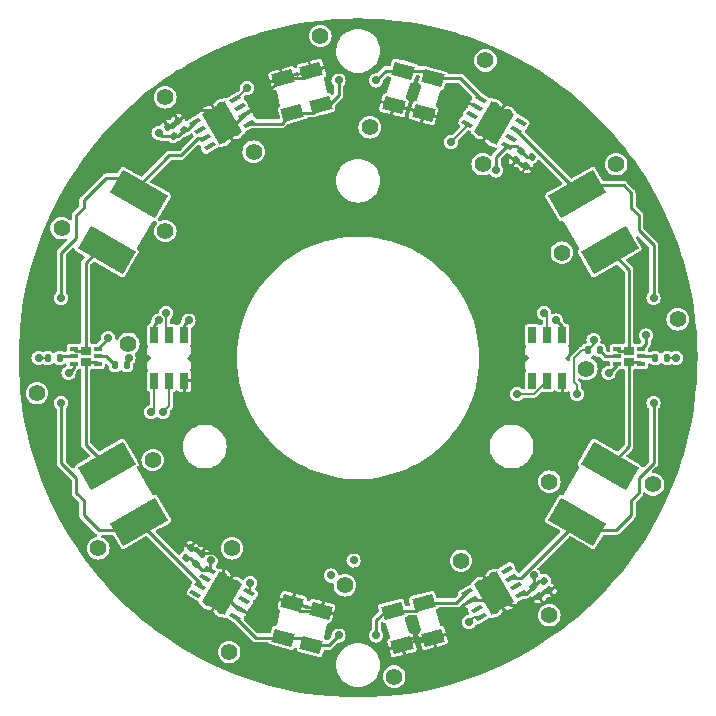
<source format=gbr>
%TF.GenerationSoftware,KiCad,Pcbnew,7.0.5*%
%TF.CreationDate,2023-06-26T09:34:37-04:00*%
%TF.ProjectId,ESP32Sensor-LED_board,45535033-3253-4656-9e73-6f722d4c4544,rev?*%
%TF.SameCoordinates,Original*%
%TF.FileFunction,Copper,L4,Bot*%
%TF.FilePolarity,Positive*%
%FSLAX46Y46*%
G04 Gerber Fmt 4.6, Leading zero omitted, Abs format (unit mm)*
G04 Created by KiCad (PCBNEW 7.0.5) date 2023-06-26 09:34:37*
%MOMM*%
%LPD*%
G01*
G04 APERTURE LIST*
G04 Aperture macros list*
%AMRoundRect*
0 Rectangle with rounded corners*
0 $1 Rounding radius*
0 $2 $3 $4 $5 $6 $7 $8 $9 X,Y pos of 4 corners*
0 Add a 4 corners polygon primitive as box body*
4,1,4,$2,$3,$4,$5,$6,$7,$8,$9,$2,$3,0*
0 Add four circle primitives for the rounded corners*
1,1,$1+$1,$2,$3*
1,1,$1+$1,$4,$5*
1,1,$1+$1,$6,$7*
1,1,$1+$1,$8,$9*
0 Add four rect primitives between the rounded corners*
20,1,$1+$1,$2,$3,$4,$5,0*
20,1,$1+$1,$4,$5,$6,$7,0*
20,1,$1+$1,$6,$7,$8,$9,0*
20,1,$1+$1,$8,$9,$2,$3,0*%
%AMRotRect*
0 Rectangle, with rotation*
0 The origin of the aperture is its center*
0 $1 length*
0 $2 width*
0 $3 Rotation angle, in degrees counterclockwise*
0 Add horizontal line*
21,1,$1,$2,0,0,$3*%
G04 Aperture macros list end*
%TA.AperFunction,WasherPad*%
%ADD10C,1.400000*%
%TD*%
%TA.AperFunction,SMDPad,CuDef*%
%ADD11RotRect,2.209800X4.394200X120.000000*%
%TD*%
%TA.AperFunction,SMDPad,CuDef*%
%ADD12RoundRect,0.135000X0.135000X0.185000X-0.135000X0.185000X-0.135000X-0.185000X0.135000X-0.185000X0*%
%TD*%
%TA.AperFunction,SMDPad,CuDef*%
%ADD13RotRect,0.950000X0.350000X30.000000*%
%TD*%
%TA.AperFunction,ComponentPad*%
%ADD14C,0.700000*%
%TD*%
%TA.AperFunction,SMDPad,CuDef*%
%ADD15RotRect,2.200000X2.999999X30.000000*%
%TD*%
%TA.AperFunction,SMDPad,CuDef*%
%ADD16RotRect,1.117600X1.752600X285.000000*%
%TD*%
%TA.AperFunction,SMDPad,CuDef*%
%ADD17R,0.660400X0.304800*%
%TD*%
%TA.AperFunction,SMDPad,CuDef*%
%ADD18R,0.965200X0.685800*%
%TD*%
%TA.AperFunction,SMDPad,CuDef*%
%ADD19RotRect,1.117600X1.752600X105.000000*%
%TD*%
%TA.AperFunction,SMDPad,CuDef*%
%ADD20R,0.736600X1.333500*%
%TD*%
%TA.AperFunction,SMDPad,CuDef*%
%ADD21RotRect,1.117600X1.752600X75.000000*%
%TD*%
%TA.AperFunction,SMDPad,CuDef*%
%ADD22RotRect,2.209800X4.394200X240.000000*%
%TD*%
%TA.AperFunction,SMDPad,CuDef*%
%ADD23RoundRect,0.140000X0.217224X-0.036244X0.077224X0.206244X-0.217224X0.036244X-0.077224X-0.206244X0*%
%TD*%
%TA.AperFunction,SMDPad,CuDef*%
%ADD24RotRect,0.950000X0.350000X210.000000*%
%TD*%
%TA.AperFunction,SMDPad,CuDef*%
%ADD25RotRect,2.200000X2.999999X210.000000*%
%TD*%
%TA.AperFunction,SMDPad,CuDef*%
%ADD26RotRect,1.117600X1.752600X255.000000*%
%TD*%
%TA.AperFunction,SMDPad,CuDef*%
%ADD27RoundRect,0.140000X-0.077224X0.206244X-0.217224X-0.036244X0.077224X-0.206244X0.217224X0.036244X0*%
%TD*%
%TA.AperFunction,SMDPad,CuDef*%
%ADD28RoundRect,0.140000X-0.217224X0.036244X-0.077224X-0.206244X0.217224X-0.036244X0.077224X0.206244X0*%
%TD*%
%TA.AperFunction,SMDPad,CuDef*%
%ADD29RotRect,0.950000X0.350000X150.000000*%
%TD*%
%TA.AperFunction,SMDPad,CuDef*%
%ADD30RotRect,2.200000X2.999999X150.000000*%
%TD*%
%TA.AperFunction,SMDPad,CuDef*%
%ADD31RoundRect,0.140000X0.077224X-0.206244X0.217224X0.036244X-0.077224X0.206244X-0.217224X-0.036244X0*%
%TD*%
%TA.AperFunction,SMDPad,CuDef*%
%ADD32RotRect,2.209800X4.394200X60.000000*%
%TD*%
%TA.AperFunction,SMDPad,CuDef*%
%ADD33RotRect,0.950000X0.350000X330.000000*%
%TD*%
%TA.AperFunction,SMDPad,CuDef*%
%ADD34RotRect,2.200000X2.999999X330.000000*%
%TD*%
%TA.AperFunction,ViaPad*%
%ADD35C,0.700000*%
%TD*%
%TA.AperFunction,Conductor*%
%ADD36C,0.254000*%
%TD*%
%TA.AperFunction,Conductor*%
%ADD37C,0.127000*%
%TD*%
G04 APERTURE END LIST*
D10*
%TO.P,LED1,*%
%TO.N,*%
X989221Y19525773D03*
X10787179Y25182627D03*
%TD*%
%TO.P,LED12,*%
%TO.N,*%
X-1118421Y-19249973D03*
X-10916379Y-24906827D03*
%TD*%
%TO.P,LED10,*%
%TO.N,*%
X-17381921Y-8643327D03*
X-27179879Y-2986473D03*
%TD*%
%TO.P,LED8,*%
%TO.N,*%
X-16328100Y22058254D03*
X-16328100Y10744546D03*
%TD*%
%TO.P,LED3,*%
%TO.N,*%
X17252721Y8919227D03*
X27050679Y3262373D03*
%TD*%
%TO.P,LED6,*%
%TO.N,*%
X3059773Y-26977379D03*
X8716627Y-17179421D03*
%TD*%
%TO.P,LED9,*%
%TO.N,*%
X-25109327Y10989779D03*
X-19452473Y1191821D03*
%TD*%
%TO.P,LED5,*%
%TO.N,*%
X16198900Y-21782354D03*
X16198900Y-10468646D03*
%TD*%
%TO.P,LED4,*%
%TO.N,*%
X24980127Y-10713879D03*
X19323273Y-915921D03*
%TD*%
%TO.P,LED7,*%
%TO.N,*%
X-3188973Y27253179D03*
X-8845827Y17455221D03*
%TD*%
%TO.P,LED11,*%
%TO.N,*%
X-10671146Y-16125500D03*
X-21984854Y-16125500D03*
%TD*%
%TO.P,LED2,*%
%TO.N,*%
X10542046Y16401400D03*
X21855754Y16401400D03*
%TD*%
D11*
%TO.P,R3,1*%
%TO.N,Net-(K1-D1-Pad6)*%
X21290200Y9124319D03*
%TO.P,R3,2*%
%TO.N,Net-(U1-Q)*%
X18547000Y13875681D03*
%TD*%
D12*
%TO.P,R17,1*%
%TO.N,Net-(K2-G2)*%
X-25271000Y0D03*
%TO.P,R17,2*%
%TO.N,LED_REF_INV*%
X-26291000Y0D03*
%TD*%
D13*
%TO.P,U2,1,PWM*%
%TO.N,PWM_DIM*%
X10432844Y-21920363D03*
%TO.P,U2,2,ST*%
%TO.N,unconnected-(U2-ST-Pad2)*%
X10032843Y-21227542D03*
%TO.P,U2,3,GND*%
%TO.N,LED_GND*%
X9632844Y-20534724D03*
%TO.P,U2,4,REF*%
%TO.N,Net-(K1-S2)*%
X9232844Y-19841903D03*
%TO.P,U2,5,D*%
%TO.N,unconnected-(U2-D-Pad5)*%
X12567156Y-17916837D03*
%TO.P,U2,6,Q*%
%TO.N,Net-(U2-Q)*%
X12967157Y-18609658D03*
%TO.P,U2,7,NC*%
%TO.N,unconnected-(U2-NC-Pad7)*%
X13367156Y-19302476D03*
%TO.P,U2,8,I*%
%TO.N,+Vs_For_LED_Drivers*%
X13767156Y-19995297D03*
D14*
%TO.P,U2,9,EPAD*%
%TO.N,LED_GND*%
X10315074Y-19136248D03*
X11585074Y-21335952D03*
D15*
X11500000Y-19918600D03*
D14*
X11414926Y-18501248D03*
X12684926Y-20700952D03*
%TD*%
D16*
%TO.P,R5,1*%
%TO.N,Net-(K1-S2)*%
X5558360Y-20744229D03*
%TO.P,R5,2*%
%TO.N,LED_GND*%
X6347240Y-23688371D03*
%TD*%
D17*
%TO.P,K1,1,S1*%
%TO.N,Net-(K1-S1)*%
X23964100Y787899D03*
%TO.P,K1,2,G1*%
%TO.N,Net-(K1-G1)*%
X23964100Y137900D03*
%TO.P,K1,3,D2*%
%TO.N,Net-(K1-D2-Pad3)*%
X23964100Y-512099D03*
%TO.P,K1,4,S2*%
%TO.N,Net-(K1-S2)*%
X21906700Y-512099D03*
%TO.P,K1,5,G2*%
%TO.N,Net-(K1-G2)*%
X21906700Y137900D03*
%TO.P,K1,6,D1*%
%TO.N,Net-(K1-D1-Pad6)*%
X21906700Y787899D03*
D18*
%TO.P,K1,7,D1*%
X22935400Y622786D03*
%TO.P,K1,8,D2*%
%TO.N,Net-(K1-D2-Pad3)*%
X22935400Y-346986D03*
%TD*%
D19*
%TO.P,R7,1*%
%TO.N,Net-(K2-S1)*%
X-3161560Y21387929D03*
%TO.P,R7,2*%
%TO.N,LED_GND*%
X-3950440Y24332071D03*
%TD*%
D20*
%TO.P,J1,1,1*%
%TO.N,+Vs_For_LED_Drivers*%
X17270000Y1936750D03*
%TO.P,J1,2,2*%
%TO.N,LED_GND*%
X17270000Y-1936750D03*
%TO.P,J1,3,3*%
%TO.N,PWM_DIM*%
X16000000Y1936750D03*
%TO.P,J1,4,4*%
%TO.N,LED_REF_INV*%
X16000000Y-1936750D03*
%TO.P,J1,5,5*%
%TO.N,unconnected-(J1-Pad5)*%
X14730000Y1936750D03*
%TO.P,J1,6,6*%
%TO.N,unconnected-(J1-Pad6)*%
X14730000Y-1936750D03*
%TD*%
D21*
%TO.P,R10,1*%
%TO.N,Net-(K2-S2)*%
X-3950440Y-24332071D03*
%TO.P,R10,2*%
%TO.N,LED_GND*%
X-3161560Y-21387929D03*
%TD*%
D22*
%TO.P,R6,1*%
%TO.N,Net-(K1-D2-Pad3)*%
X21290184Y-9124319D03*
%TO.P,R6,2*%
%TO.N,Net-(U2-Q)*%
X18546984Y-13875681D03*
%TD*%
D12*
%TO.P,R14,1*%
%TO.N,LED_REF_INV*%
X26164000Y0D03*
%TO.P,R14,2*%
%TO.N,Net-(K1-G1)*%
X25144000Y0D03*
%TD*%
%TO.P,R16,1*%
%TO.N,LED_REF_INV*%
X-19556000Y-635000D03*
%TO.P,R16,2*%
%TO.N,Net-(K2-G1)*%
X-20576000Y-635000D03*
%TD*%
D11*
%TO.P,R12,1*%
%TO.N,Net-(U4-Q)*%
X-18546984Y-13875681D03*
%TO.P,R12,2*%
%TO.N,Net-(K2-D2-Pad3)*%
X-21290184Y-9124319D03*
%TD*%
D23*
%TO.P,C6,1*%
%TO.N,LED_GND*%
X15322200Y-20186892D03*
%TO.P,C6,2*%
%TO.N,+Vs_For_LED_Drivers*%
X14842200Y-19355508D03*
%TD*%
D24*
%TO.P,U3,1,PWM*%
%TO.N,PWM_DIM*%
X-10432844Y21920363D03*
%TO.P,U3,2,ST*%
%TO.N,unconnected-(U3-ST-Pad2)*%
X-10032843Y21227542D03*
%TO.P,U3,3,GND*%
%TO.N,LED_GND*%
X-9632844Y20534724D03*
%TO.P,U3,4,REF*%
%TO.N,Net-(K2-S1)*%
X-9232844Y19841903D03*
%TO.P,U3,5,D*%
%TO.N,unconnected-(U3-D-Pad5)*%
X-12567156Y17916837D03*
%TO.P,U3,6,Q*%
%TO.N,Net-(U3-Q)*%
X-12967157Y18609658D03*
%TO.P,U3,7,NC*%
%TO.N,unconnected-(U3-NC-Pad7)*%
X-13367156Y19302476D03*
%TO.P,U3,8,I*%
%TO.N,+Vs_For_LED_Drivers*%
X-13767156Y19995297D03*
D14*
%TO.P,U3,9,EPAD*%
%TO.N,LED_GND*%
X-10315074Y19136248D03*
X-11585074Y21335952D03*
D25*
X-11500000Y19918600D03*
D14*
X-11414926Y18501248D03*
X-12684926Y20700952D03*
%TD*%
D26*
%TO.P,R2,1*%
%TO.N,Net-(K1-S1)*%
X6347240Y23688371D03*
%TO.P,R2,2*%
%TO.N,LED_GND*%
X5558360Y20744229D03*
%TD*%
D23*
%TO.P,C5,1*%
%TO.N,LED_GND*%
X16202100Y-19678892D03*
%TO.P,C5,2*%
%TO.N,+Vs_For_LED_Drivers*%
X15722100Y-18847508D03*
%TD*%
D27*
%TO.P,C8,1*%
%TO.N,LED_GND*%
X-13231100Y-16602308D03*
%TO.P,C8,2*%
%TO.N,+Vs_For_LED_Drivers*%
X-13711100Y-17433692D03*
%TD*%
D28*
%TO.P,C1,1*%
%TO.N,LED_GND*%
X-16105900Y19592692D03*
%TO.P,C1,2*%
%TO.N,+Vs_For_LED_Drivers*%
X-15625900Y18761308D03*
%TD*%
D29*
%TO.P,U4,1,PWM*%
%TO.N,PWM_DIM*%
X-9232844Y-19841903D03*
%TO.P,U4,2,ST*%
%TO.N,unconnected-(U4-ST-Pad2)*%
X-9632844Y-20534724D03*
%TO.P,U4,3,GND*%
%TO.N,LED_GND*%
X-10032843Y-21227542D03*
%TO.P,U4,4,REF*%
%TO.N,Net-(K2-S2)*%
X-10432844Y-21920363D03*
%TO.P,U4,5,D*%
%TO.N,unconnected-(U4-D-Pad5)*%
X-13767156Y-19995297D03*
%TO.P,U4,6,Q*%
%TO.N,Net-(U4-Q)*%
X-13367156Y-19302476D03*
%TO.P,U4,7,NC*%
%TO.N,unconnected-(U4-NC-Pad7)*%
X-12967157Y-18609658D03*
%TO.P,U4,8,I*%
%TO.N,+Vs_For_LED_Drivers*%
X-12567156Y-17916837D03*
D14*
%TO.P,U4,9,EPAD*%
%TO.N,LED_GND*%
X-11585074Y-21335952D03*
X-10315074Y-19136248D03*
D30*
X-11500000Y-19918600D03*
D14*
X-12684926Y-20700952D03*
X-11414926Y-18501248D03*
%TD*%
D31*
%TO.P,C4,1*%
%TO.N,LED_GND*%
X13349000Y16729308D03*
%TO.P,C4,2*%
%TO.N,+Vs_For_LED_Drivers*%
X13829000Y17560692D03*
%TD*%
D20*
%TO.P,J2,1,1*%
%TO.N,+Vs_For_LED_Drivers*%
X-14730000Y1936750D03*
%TO.P,J2,2,2*%
%TO.N,LED_GND*%
X-14730000Y-1936750D03*
%TO.P,J2,3,3*%
%TO.N,SDA*%
X-16000000Y1936750D03*
%TO.P,J2,4,4*%
%TO.N,SCL*%
X-16000000Y-1936750D03*
%TO.P,J2,5,5*%
%TO.N,3V3*%
X-17270000Y1936750D03*
%TO.P,J2,6,6*%
%TO.N,INT*%
X-17270000Y-1936750D03*
%TD*%
D28*
%TO.P,C2,1*%
%TO.N,LED_GND*%
X-15226000Y20100692D03*
%TO.P,C2,2*%
%TO.N,+Vs_For_LED_Drivers*%
X-14746000Y19269308D03*
%TD*%
D19*
%TO.P,R8,1*%
%TO.N,Net-(K2-S1)*%
X-5558360Y20744229D03*
%TO.P,R8,2*%
%TO.N,LED_GND*%
X-6347240Y23688371D03*
%TD*%
D31*
%TO.P,C3,1*%
%TO.N,LED_GND*%
X14228900Y16221308D03*
%TO.P,C3,2*%
%TO.N,+Vs_For_LED_Drivers*%
X14708900Y17052692D03*
%TD*%
D21*
%TO.P,R11,1*%
%TO.N,Net-(K2-S2)*%
X-6347240Y-23688371D03*
%TO.P,R11,2*%
%TO.N,LED_GND*%
X-5558360Y-20744229D03*
%TD*%
D16*
%TO.P,R4,1*%
%TO.N,Net-(K1-S2)*%
X2929660Y-21387929D03*
%TO.P,R4,2*%
%TO.N,LED_GND*%
X3718540Y-24332071D03*
%TD*%
D12*
%TO.P,R15,1*%
%TO.N,Net-(K1-G2)*%
X20449000Y635000D03*
%TO.P,R15,2*%
%TO.N,LED_REF_INV*%
X19429000Y635000D03*
%TD*%
D27*
%TO.P,C7,1*%
%TO.N,LED_GND*%
X-14111000Y-16094308D03*
%TO.P,C7,2*%
%TO.N,+Vs_For_LED_Drivers*%
X-14591000Y-16925692D03*
%TD*%
D17*
%TO.P,K2,1,S1*%
%TO.N,Net-(K2-S1)*%
X-22035900Y787899D03*
%TO.P,K2,2,G1*%
%TO.N,Net-(K2-G1)*%
X-22035900Y137900D03*
%TO.P,K2,3,D2*%
%TO.N,Net-(K2-D2-Pad3)*%
X-22035900Y-512099D03*
%TO.P,K2,4,S2*%
%TO.N,Net-(K2-S2)*%
X-24093300Y-512099D03*
%TO.P,K2,5,G2*%
%TO.N,Net-(K2-G2)*%
X-24093300Y137900D03*
%TO.P,K2,6,D1*%
%TO.N,Net-(K2-D1-Pad6)*%
X-24093300Y787899D03*
D18*
%TO.P,K2,7,D1*%
X-23064600Y622786D03*
%TO.P,K2,8,D2*%
%TO.N,Net-(K2-D2-Pad3)*%
X-23064600Y-346986D03*
%TD*%
D32*
%TO.P,R9,1*%
%TO.N,Net-(K2-D1-Pad6)*%
X-21290184Y9124319D03*
%TO.P,R9,2*%
%TO.N,Net-(U3-Q)*%
X-18546984Y13875681D03*
%TD*%
D33*
%TO.P,U1,1,PWM*%
%TO.N,PWM_DIM*%
X9232844Y19841903D03*
%TO.P,U1,2,ST*%
%TO.N,unconnected-(U1-ST-Pad2)*%
X9632844Y20534724D03*
%TO.P,U1,3,GND*%
%TO.N,LED_GND*%
X10032843Y21227542D03*
%TO.P,U1,4,REF*%
%TO.N,Net-(K1-S1)*%
X10432844Y21920363D03*
%TO.P,U1,5,D*%
%TO.N,unconnected-(U1-D-Pad5)*%
X13767156Y19995297D03*
%TO.P,U1,6,Q*%
%TO.N,Net-(U1-Q)*%
X13367156Y19302476D03*
%TO.P,U1,7,NC*%
%TO.N,unconnected-(U1-NC-Pad7)*%
X12967157Y18609658D03*
%TO.P,U1,8,I*%
%TO.N,+Vs_For_LED_Drivers*%
X12567156Y17916837D03*
D14*
%TO.P,U1,9,EPAD*%
%TO.N,LED_GND*%
X11585074Y21335952D03*
X10315074Y19136248D03*
D34*
X11500000Y19918600D03*
D14*
X12684926Y20700952D03*
X11414926Y18501248D03*
%TD*%
D26*
%TO.P,R1,1*%
%TO.N,Net-(K1-S1)*%
X3823440Y24332071D03*
%TO.P,R1,2*%
%TO.N,LED_GND*%
X3034560Y21387929D03*
%TD*%
D35*
%TO.N,+Vs_For_LED_Drivers*%
X-12446000Y-17145000D03*
X-16891000Y19050000D03*
X16764000Y3175000D03*
X14859000Y-18415000D03*
X-14351000Y3175000D03*
X11684000Y15875000D03*
%TO.N,Net-(K1-S1)*%
X24384000Y1905000D03*
X1524000Y23495000D03*
%TO.N,LED_REF_INV*%
X-19431000Y0D03*
X-27051000Y0D03*
X19939000Y1524000D03*
X18542000Y-3048000D03*
X13462000Y-3048000D03*
X26924000Y0D03*
%TO.N,Net-(U1-Q)*%
X25019000Y5080000D03*
%TO.N,PWM_DIM*%
X9398000Y-22352000D03*
X7874000Y18288000D03*
X-9144000Y-19050000D03*
X-9398000Y22860000D03*
X15748000Y3810000D03*
%TO.N,Net-(U2-Q)*%
X25019000Y-3810000D03*
%TO.N,Net-(K1-S2)*%
X1524000Y-23495000D03*
X21209000Y-1270000D03*
%TO.N,Net-(K2-S1)*%
X-1651000Y23495000D03*
X-21148638Y1680828D03*
%TO.N,Net-(U4-Q)*%
X-25146000Y-3810000D03*
%TO.N,Net-(K2-S2)*%
X-1651000Y-23495000D03*
X-24511000Y-1270000D03*
%TO.N,Net-(U3-Q)*%
X-25146000Y5080000D03*
%TO.N,3V3*%
X-16891000Y3175000D03*
%TO.N,SDA*%
X-2286000Y-18415000D03*
X-381000Y-17145000D03*
X-16256000Y3810000D03*
%TO.N,SCL*%
X-16510000Y-4572000D03*
%TO.N,INT*%
X-17526000Y-4572000D03*
%TD*%
D36*
%TO.N,LED_GND*%
X-15226000Y20100692D02*
X-15205308Y20100692D01*
X15830200Y-19678892D02*
X15322200Y-20186892D01*
X15322200Y-20186892D02*
X14992108Y-20186892D01*
X14992108Y-20186892D02*
X14224000Y-20955000D01*
X-16105900Y19592692D02*
X-15734000Y19592692D01*
X-4594140Y23688371D02*
X-3950440Y24332071D01*
X-6347240Y23688371D02*
X-4594140Y23688371D01*
X-12938974Y20955000D02*
X-12684926Y20700952D01*
X-13231100Y-16602308D02*
X-13138792Y-16510000D01*
X-15205308Y20100692D02*
X-14351000Y20955000D01*
X10883876Y-20534724D02*
X11500000Y-19918600D01*
X-6347240Y23688371D02*
X-6479197Y23688371D01*
X12938974Y-20955000D02*
X12684926Y-20700952D01*
X16202100Y-19678892D02*
X15830200Y-19678892D01*
X14228900Y16221308D02*
X13857000Y16221308D01*
X9632844Y-20534724D02*
X10883876Y-20534724D01*
X-10032843Y-21227542D02*
X-10191058Y-21227542D01*
X-3161560Y-21387929D02*
X-4914660Y-21387929D01*
X-13739100Y-16094308D02*
X-13231100Y-16602308D01*
X4362240Y-23688371D02*
X3718540Y-24332071D01*
X-14111000Y-16094308D02*
X-13739100Y-16094308D01*
X-6479197Y23688371D02*
X-9632844Y20534724D01*
X-15734000Y19592692D02*
X-15226000Y20100692D01*
X-9632844Y20534724D02*
X-10315074Y19852494D01*
X-10191058Y-21227542D02*
X-11500000Y-19918600D01*
X14224000Y-20955000D02*
X12938974Y-20955000D01*
X-13138792Y-16510000D02*
X-12192000Y-16510000D01*
X-4914660Y-21387929D02*
X-5558360Y-20744229D01*
X-11414926Y-17287074D02*
X-11414926Y-18501248D01*
X6347240Y-23688371D02*
X4362240Y-23688371D01*
X13857000Y16221308D02*
X13349000Y16729308D01*
X-10315074Y19852494D02*
X-10315074Y19136248D01*
X-14351000Y20955000D02*
X-12938974Y20955000D01*
X-12192000Y-16510000D02*
X-11414926Y-17287074D01*
%TO.N,+Vs_For_LED_Drivers*%
X-14493145Y19269308D02*
X-13767156Y19995297D01*
X17270000Y2669000D02*
X16764000Y3175000D01*
X14337000Y17052692D02*
X13829000Y17560692D01*
X-12567156Y-17916837D02*
X-12567156Y-17266156D01*
X-14591000Y-16925692D02*
X-14219100Y-16925692D01*
X-16602308Y18761308D02*
X-16891000Y19050000D01*
X15350200Y-18847508D02*
X14842200Y-19355508D01*
X14842200Y-19355508D02*
X14859000Y-19338708D01*
X-14219100Y-16925692D02*
X-13711100Y-17433692D01*
X11684000Y17033681D02*
X12567156Y17916837D01*
X-12567156Y-17916837D02*
X-13227955Y-17916837D01*
X17270000Y1936750D02*
X17270000Y2669000D01*
X14859000Y-19338708D02*
X14859000Y-18415000D01*
X12567156Y17916837D02*
X13472855Y17916837D01*
X-14730000Y2796000D02*
X-14351000Y3175000D01*
X13767156Y-19995297D02*
X14202411Y-19995297D01*
X11684000Y15875000D02*
X11684000Y17033681D01*
X-15254000Y18761308D02*
X-14746000Y19269308D01*
X13472855Y17916837D02*
X13829000Y17560692D01*
X14708900Y17052692D02*
X14337000Y17052692D01*
X14202411Y-19995297D02*
X14842200Y-19355508D01*
X-13227955Y-17916837D02*
X-13711100Y-17433692D01*
X15722100Y-18847508D02*
X15350200Y-18847508D01*
X-14746000Y19269308D02*
X-14493145Y19269308D01*
X-12567156Y-17266156D02*
X-12446000Y-17145000D01*
X-15625900Y18761308D02*
X-16602308Y18761308D01*
X-15625900Y18761308D02*
X-15254000Y18761308D01*
X-14730000Y1936750D02*
X-14730000Y2796000D01*
%TO.N,Net-(K1-S1)*%
X23964100Y787899D02*
X24384000Y1207799D01*
X5703540Y24332071D02*
X6347240Y23688371D01*
X8664836Y23688371D02*
X10432844Y21920363D01*
X1524000Y23495000D02*
X2361071Y24332071D01*
X3823440Y24332071D02*
X5703540Y24332071D01*
X6347240Y23688371D02*
X8664836Y23688371D01*
X24384000Y1207799D02*
X24384000Y1905000D01*
X2361071Y24332071D02*
X3823440Y24332071D01*
D37*
%TO.N,LED_REF_INV*%
X18542000Y-3048000D02*
X18542000Y-2286000D01*
X-19431000Y0D02*
X-19431000Y-510000D01*
X18542000Y-2286000D02*
X18288000Y-2032000D01*
X19939000Y1524000D02*
X19939000Y1145000D01*
X16000000Y-1936750D02*
X14888750Y-3048000D01*
X18923000Y635000D02*
X19429000Y635000D01*
X26164000Y0D02*
X26924000Y0D01*
X19939000Y1145000D02*
X19429000Y635000D01*
X-19431000Y-510000D02*
X-19556000Y-635000D01*
X-26291000Y0D02*
X-27051000Y0D01*
X14888750Y-3048000D02*
X13462000Y-3048000D01*
X18288000Y0D02*
X18923000Y635000D01*
X18288000Y-2032000D02*
X18288000Y0D01*
D36*
%TO.N,Net-(U1-Q)*%
X25019000Y5080000D02*
X25019000Y9525000D01*
X18547000Y13875681D02*
X18547000Y14122632D01*
X23114000Y12700000D02*
X23114000Y13970000D01*
X22479000Y14605000D02*
X19276319Y14605000D01*
X23114000Y13970000D02*
X22479000Y14605000D01*
X23749000Y12065000D02*
X23114000Y12700000D01*
X25019000Y9525000D02*
X23749000Y10795000D01*
X23749000Y10795000D02*
X23749000Y12065000D01*
X19276319Y14605000D02*
X18547000Y13875681D01*
X18547000Y14122632D02*
X13367156Y19302476D01*
D37*
%TO.N,PWM_DIM*%
X-10337637Y21920363D02*
X-9398000Y22860000D01*
X16000000Y3558000D02*
X15748000Y3810000D01*
X9829637Y-21920363D02*
X9398000Y-22352000D01*
X-9144000Y-19753059D02*
X-9144000Y-19050000D01*
X10432844Y-21920363D02*
X9829637Y-21920363D01*
X16000000Y1936750D02*
X16000000Y3558000D01*
X9232844Y19646844D02*
X7874000Y18288000D01*
X-10432844Y21920363D02*
X-10337637Y21920363D01*
X9232844Y19841903D02*
X9232844Y19646844D01*
X-9232844Y-19841903D02*
X-9144000Y-19753059D01*
D36*
%TO.N,Net-(U2-Q)*%
X23749000Y-10160000D02*
X23749000Y-11430000D01*
X23114000Y-12065000D02*
X23114000Y-13335000D01*
X23114000Y-13335000D02*
X21844000Y-14605000D01*
X25019000Y-3810000D02*
X25019000Y-8890000D01*
X13813007Y-18609658D02*
X12967157Y-18609658D01*
X19276303Y-14605000D02*
X18546984Y-13875681D01*
X23749000Y-11430000D02*
X23114000Y-12065000D01*
X18546984Y-13875681D02*
X13813007Y-18609658D01*
X21844000Y-14605000D02*
X19276303Y-14605000D01*
X25019000Y-8890000D02*
X23749000Y-10160000D01*
%TO.N,Net-(K1-S2)*%
X2929660Y-21387929D02*
X4914660Y-21387929D01*
X21906700Y-512099D02*
X21906700Y-572300D01*
X21906700Y-572300D02*
X21209000Y-1270000D01*
X5558360Y-20744229D02*
X8330518Y-20744229D01*
X1524000Y-22225000D02*
X2361071Y-21387929D01*
X2361071Y-21387929D02*
X2929660Y-21387929D01*
X1524000Y-23495000D02*
X1524000Y-22225000D01*
X4914660Y-21387929D02*
X5558360Y-20744229D01*
X8330518Y-20744229D02*
X9232844Y-19841903D01*
%TO.N,Net-(K2-S1)*%
X-2488071Y21387929D02*
X-3161560Y21387929D01*
X-5558360Y20744229D02*
X-3805260Y20744229D01*
X-22035900Y787899D02*
X-22035900Y793566D01*
X-1651000Y22225000D02*
X-2488071Y21387929D01*
X-1651000Y23495000D02*
X-1651000Y22225000D01*
X-9232844Y19841903D02*
X-6460686Y19841903D01*
X-22035900Y793566D02*
X-21148638Y1680828D01*
X-3805260Y20744229D02*
X-3161560Y21387929D01*
X-6460686Y19841903D02*
X-5558360Y20744229D01*
%TO.N,Net-(U4-Q)*%
X-19276303Y-14605000D02*
X-18546984Y-13875681D01*
X-25146000Y-3810000D02*
X-25146000Y-8890000D01*
X-23876000Y-11430000D02*
X-23241000Y-12065000D01*
X-18546984Y-13875681D02*
X-13367156Y-19055509D01*
X-25146000Y-8890000D02*
X-23876000Y-10160000D01*
X-13367156Y-19055509D02*
X-13367156Y-19302476D01*
X-21971000Y-14605000D02*
X-19276303Y-14605000D01*
X-23241000Y-13335000D02*
X-21971000Y-14605000D01*
X-23876000Y-10160000D02*
X-23876000Y-11430000D01*
X-23241000Y-12065000D02*
X-23241000Y-13335000D01*
%TO.N,Net-(K2-S2)*%
X-24093300Y-512099D02*
X-24093300Y-852300D01*
X-24093300Y-852300D02*
X-24511000Y-1270000D01*
X-3950440Y-24332071D02*
X-2488071Y-24332071D01*
X-6347240Y-23688371D02*
X-8664836Y-23688371D01*
X-8664836Y-23688371D02*
X-10432844Y-21920363D01*
X-4594140Y-23688371D02*
X-3950440Y-24332071D01*
X-6347240Y-23688371D02*
X-4594140Y-23688371D01*
X-2488071Y-24332071D02*
X-1651000Y-23495000D01*
%TO.N,Net-(U3-Q)*%
X-14986000Y17145000D02*
X-13521342Y18609658D01*
X-13521342Y18609658D02*
X-12967157Y18609658D01*
X-23876000Y10160000D02*
X-23876000Y12065000D01*
X-21336000Y15240000D02*
X-19911303Y15240000D01*
X-25146000Y8890000D02*
X-23876000Y10160000D01*
X-25146000Y5080000D02*
X-25146000Y8890000D01*
X-23876000Y12065000D02*
X-23241000Y12700000D01*
X-15990081Y17145000D02*
X-14986000Y17145000D01*
X-19911303Y15240000D02*
X-18546984Y13875681D01*
X-23241000Y12700000D02*
X-23241000Y13335000D01*
X-23241000Y13335000D02*
X-21336000Y15240000D01*
X-19329400Y13805681D02*
X-15990081Y17145000D01*
%TO.N,3V3*%
X-17270000Y1936750D02*
X-17270000Y2796000D01*
X-17270000Y2796000D02*
X-16891000Y3175000D01*
D37*
%TO.N,SDA*%
X-16000000Y1936750D02*
X-16256000Y2192750D01*
X-16256000Y2192750D02*
X-16256000Y3810000D01*
%TO.N,SCL*%
X-16510000Y-4572000D02*
X-16000000Y-4062000D01*
X-16000000Y-4062000D02*
X-16000000Y-1936750D01*
%TO.N,INT*%
X-17526000Y-4572000D02*
X-17270000Y-4316000D01*
X-17270000Y-4316000D02*
X-17270000Y-1936750D01*
D36*
%TO.N,Net-(K1-D2-Pad3)*%
X23798987Y-346986D02*
X23964100Y-512099D01*
X22935400Y-346986D02*
X23798987Y-346986D01*
X22935400Y-7479103D02*
X22935400Y-346986D01*
X21290184Y-9124319D02*
X22935400Y-7479103D01*
%TO.N,Net-(K1-D1-Pad6)*%
X22935400Y7479119D02*
X22935400Y622786D01*
X22935400Y622786D02*
X22071813Y622786D01*
X21290200Y9124319D02*
X22935400Y7479119D01*
X22071813Y622786D02*
X21906700Y787899D01*
%TO.N,Net-(K2-D2-Pad3)*%
X-22201013Y-346986D02*
X-22035900Y-512099D01*
X-23064600Y-7349903D02*
X-23064600Y-346986D01*
X-21290184Y-9124319D02*
X-23064600Y-7349903D01*
X-23064600Y-346986D02*
X-22201013Y-346986D01*
%TO.N,Net-(K2-D1-Pad6)*%
X-23064600Y8062319D02*
X-23064600Y622786D01*
X-23928187Y622786D02*
X-24093300Y787899D01*
X-23064600Y622786D02*
X-23928187Y622786D01*
X-22072600Y9054319D02*
X-23064600Y8062319D01*
%TO.N,Net-(K1-G2)*%
X21906700Y137900D02*
X20946100Y137900D01*
X20946100Y137900D02*
X20449000Y635000D01*
%TO.N,Net-(K1-G1)*%
X25006100Y137900D02*
X25144000Y0D01*
X23964100Y137900D02*
X25006100Y137900D01*
%TO.N,Net-(K2-G2)*%
X-24093300Y137900D02*
X-25133100Y137900D01*
X-25133100Y137900D02*
X-25271000Y0D01*
%TO.N,Net-(K2-G1)*%
X-22035900Y137900D02*
X-21348900Y137900D01*
X-21348900Y137900D02*
X-20576000Y-635000D01*
%TD*%
%TA.AperFunction,Conductor*%
%TO.N,LED_GND*%
G36*
X821822Y28730129D02*
G01*
X1073663Y28725419D01*
X1075975Y28725333D01*
X2147008Y28665186D01*
X2149298Y28665014D01*
X2531873Y28629139D01*
X3217315Y28564862D01*
X3219619Y28564603D01*
X4283138Y28424589D01*
X4285431Y28424243D01*
X5342977Y28244559D01*
X5345255Y28244128D01*
X6395343Y28025026D01*
X6397604Y28024510D01*
X7438747Y27766302D01*
X7440986Y27765702D01*
X8471776Y27468737D01*
X8473992Y27468053D01*
X9492945Y27132756D01*
X9495134Y27131991D01*
X10500815Y26758837D01*
X10502974Y26757990D01*
X11494018Y26347485D01*
X11496143Y26346558D01*
X12471150Y25899284D01*
X12473239Y25898278D01*
X13430836Y25414860D01*
X13432886Y25413777D01*
X14371742Y24894889D01*
X14373750Y24893729D01*
X15292524Y24340114D01*
X15294488Y24338880D01*
X16191966Y23751269D01*
X16193882Y23749962D01*
X16402838Y23601700D01*
X17068725Y23129226D01*
X17070558Y23127873D01*
X17215363Y23016762D01*
X17921611Y22474838D01*
X17923424Y22473392D01*
X18424477Y22058254D01*
X18749436Y21789014D01*
X18751178Y21787515D01*
X19551058Y21072699D01*
X19552757Y21071122D01*
X20325302Y20326942D01*
X20326942Y20325302D01*
X21071122Y19552757D01*
X21072699Y19551058D01*
X21787515Y18751178D01*
X21789014Y18749436D01*
X22017176Y18474056D01*
X22473392Y17923424D01*
X22474838Y17921611D01*
X22964251Y17283796D01*
X23113967Y17088682D01*
X23127867Y17070568D01*
X23129226Y17068725D01*
X23495416Y16552631D01*
X23749962Y16193882D01*
X23751269Y16191966D01*
X24338880Y15294488D01*
X24340114Y15292524D01*
X24893729Y14373750D01*
X24894889Y14371742D01*
X25413777Y13432886D01*
X25414860Y13430836D01*
X25898278Y12473239D01*
X25899284Y12471150D01*
X26346558Y11496143D01*
X26347485Y11494018D01*
X26757990Y10502974D01*
X26758837Y10500815D01*
X27131991Y9495134D01*
X27132756Y9492945D01*
X27468053Y8473992D01*
X27468737Y8471776D01*
X27765702Y7440986D01*
X27766302Y7438747D01*
X28024510Y6397604D01*
X28025026Y6395343D01*
X28244128Y5345255D01*
X28244559Y5342977D01*
X28424243Y4285431D01*
X28424589Y4283138D01*
X28564603Y3219619D01*
X28564862Y3217315D01*
X28623835Y2588433D01*
X28659757Y2205364D01*
X28665013Y2149321D01*
X28665186Y2147008D01*
X28725333Y1075975D01*
X28725419Y1073663D01*
X28726188Y1032600D01*
X28745478Y1159D01*
X28745478Y-1159D01*
X28734830Y-570500D01*
X28726024Y-1041385D01*
X28725420Y-1073658D01*
X28725333Y-1075975D01*
X28665186Y-2147008D01*
X28665014Y-2149298D01*
X28637537Y-2442318D01*
X28564862Y-3217315D01*
X28564603Y-3219619D01*
X28424589Y-4283138D01*
X28424243Y-4285431D01*
X28244559Y-5342977D01*
X28244128Y-5345255D01*
X28025026Y-6395343D01*
X28024510Y-6397604D01*
X27766302Y-7438747D01*
X27765702Y-7440986D01*
X27468737Y-8471776D01*
X27468053Y-8473992D01*
X27132756Y-9492945D01*
X27131991Y-9495134D01*
X26758837Y-10500815D01*
X26757990Y-10502974D01*
X26347485Y-11494018D01*
X26346558Y-11496143D01*
X25899284Y-12471150D01*
X25898278Y-12473239D01*
X25414860Y-13430836D01*
X25413777Y-13432886D01*
X24894889Y-14371742D01*
X24893729Y-14373750D01*
X24340114Y-15292524D01*
X24338880Y-15294488D01*
X23751269Y-16191966D01*
X23749962Y-16193882D01*
X23614156Y-16385283D01*
X23129226Y-17068725D01*
X23127873Y-17070558D01*
X23120170Y-17080599D01*
X22474838Y-17921611D01*
X22473392Y-17923424D01*
X22091532Y-18384312D01*
X21789014Y-18749436D01*
X21787515Y-18751178D01*
X21072699Y-19551058D01*
X21071122Y-19552757D01*
X20326942Y-20325302D01*
X20325302Y-20326942D01*
X19552757Y-21071122D01*
X19551058Y-21072699D01*
X18751178Y-21787515D01*
X18749436Y-21789014D01*
X18514591Y-21983592D01*
X17923424Y-22473392D01*
X17921611Y-22474838D01*
X17319253Y-22937044D01*
X17102320Y-23103503D01*
X17070568Y-23127867D01*
X17068725Y-23129226D01*
X16672541Y-23410335D01*
X16193882Y-23749962D01*
X16191966Y-23751269D01*
X15294488Y-24338880D01*
X15292524Y-24340114D01*
X14373750Y-24893729D01*
X14371742Y-24894889D01*
X13432886Y-25413777D01*
X13430836Y-25414860D01*
X12473239Y-25898278D01*
X12471150Y-25899284D01*
X11496143Y-26346558D01*
X11494018Y-26347485D01*
X10502974Y-26757990D01*
X10500815Y-26758837D01*
X9495134Y-27131991D01*
X9492945Y-27132756D01*
X8473992Y-27468053D01*
X8471776Y-27468737D01*
X7440986Y-27765702D01*
X7438747Y-27766302D01*
X6397604Y-28024510D01*
X6395343Y-28025026D01*
X5345255Y-28244128D01*
X5342977Y-28244559D01*
X4285431Y-28424243D01*
X4283138Y-28424589D01*
X3219619Y-28564603D01*
X3217315Y-28564862D01*
X2531873Y-28629139D01*
X2149298Y-28665014D01*
X2147008Y-28665186D01*
X1075975Y-28725333D01*
X1073663Y-28725419D01*
X821822Y-28730129D01*
X1159Y-28745478D01*
X-1159Y-28745478D01*
X-821822Y-28730129D01*
X-1073663Y-28725419D01*
X-1075975Y-28725333D01*
X-2147008Y-28665186D01*
X-2149298Y-28665014D01*
X-2531873Y-28629139D01*
X-3217315Y-28564862D01*
X-3219619Y-28564603D01*
X-4283138Y-28424589D01*
X-4285431Y-28424243D01*
X-5342977Y-28244559D01*
X-5345255Y-28244128D01*
X-6395343Y-28025026D01*
X-6397604Y-28024510D01*
X-7438747Y-27766302D01*
X-7440986Y-27765702D01*
X-8471776Y-27468737D01*
X-8473992Y-27468053D01*
X-9492945Y-27132756D01*
X-9495134Y-27131991D01*
X-10500815Y-26758837D01*
X-10502974Y-26757990D01*
X-11494018Y-26347485D01*
X-11496143Y-26346558D01*
X-12251600Y-26000000D01*
X-1859237Y-26000000D01*
X-1840313Y-26264597D01*
X-1840312Y-26264601D01*
X-1840312Y-26264602D01*
X-1822379Y-26347040D01*
X-1783925Y-26523808D01*
X-1691221Y-26772355D01*
X-1691218Y-26772359D01*
X-1691218Y-26772361D01*
X-1681014Y-26791048D01*
X-1564090Y-27005179D01*
X-1405118Y-27217541D01*
X-1217541Y-27405118D01*
X-1005179Y-27564090D01*
X-772360Y-27691218D01*
X-772359Y-27691218D01*
X-772355Y-27691221D01*
X-523808Y-27783925D01*
X-264597Y-27840313D01*
X-26508Y-27857341D01*
X-1Y-27859237D01*
X0Y-27859237D01*
X1Y-27859237D01*
X26508Y-27857341D01*
X264597Y-27840313D01*
X523808Y-27783925D01*
X772355Y-27691221D01*
X772359Y-27691218D01*
X772361Y-27691218D01*
X888767Y-27627655D01*
X1005179Y-27564090D01*
X1217541Y-27405118D01*
X1405118Y-27217541D01*
X1564090Y-27005179D01*
X1579270Y-26977379D01*
X2104674Y-26977379D01*
X2123025Y-27163710D01*
X2123026Y-27163712D01*
X2177377Y-27342881D01*
X2265635Y-27508002D01*
X2265637Y-27508005D01*
X2384415Y-27652736D01*
X2529146Y-27771514D01*
X2529149Y-27771516D01*
X2657859Y-27840312D01*
X2694272Y-27859775D01*
X2873439Y-27914125D01*
X2873441Y-27914126D01*
X2890147Y-27915771D01*
X3059773Y-27932478D01*
X3246104Y-27914126D01*
X3425274Y-27859775D01*
X3590398Y-27771515D01*
X3735130Y-27652736D01*
X3853909Y-27508004D01*
X3942169Y-27342880D01*
X3996520Y-27163710D01*
X4014872Y-26977379D01*
X3996520Y-26791048D01*
X3942169Y-26611878D01*
X3853909Y-26446754D01*
X3853908Y-26446752D01*
X3735130Y-26302021D01*
X3590399Y-26183243D01*
X3590396Y-26183241D01*
X3425275Y-26094983D01*
X3246106Y-26040632D01*
X3246104Y-26040631D01*
X3059773Y-26022280D01*
X2873441Y-26040631D01*
X2873439Y-26040632D01*
X2694270Y-26094983D01*
X2529149Y-26183241D01*
X2529146Y-26183243D01*
X2384415Y-26302021D01*
X2265637Y-26446752D01*
X2265635Y-26446755D01*
X2177377Y-26611876D01*
X2123026Y-26791045D01*
X2123025Y-26791047D01*
X2104674Y-26977379D01*
X1579270Y-26977379D01*
X1681014Y-26791048D01*
X1691218Y-26772361D01*
X1691218Y-26772359D01*
X1691221Y-26772355D01*
X1783925Y-26523808D01*
X1822379Y-26347040D01*
X1840312Y-26264602D01*
X1840312Y-26264601D01*
X1840313Y-26264597D01*
X1859237Y-26000000D01*
X1840313Y-25735403D01*
X1832821Y-25700964D01*
X1783927Y-25476200D01*
X1783926Y-25476198D01*
X1783925Y-25476192D01*
X1691221Y-25227645D01*
X1691219Y-25227642D01*
X1691218Y-25227638D01*
X1564093Y-24994826D01*
X1564088Y-24994818D01*
X1405124Y-24782466D01*
X1405108Y-24782448D01*
X1366978Y-24744318D01*
X2662969Y-24744318D01*
X2781618Y-25187120D01*
X2814503Y-25253806D01*
X2889276Y-25319379D01*
X2889277Y-25319380D01*
X2983457Y-25351351D01*
X3057641Y-25346488D01*
X3807130Y-25145663D01*
X3630150Y-24485163D01*
X2662969Y-24744318D01*
X1366978Y-24744318D01*
X1217551Y-24594891D01*
X1217533Y-24594875D01*
X1005181Y-24435911D01*
X1005173Y-24435906D01*
X772360Y-24308781D01*
X772361Y-24308781D01*
X672936Y-24271697D01*
X523808Y-24216075D01*
X523805Y-24216074D01*
X523799Y-24216072D01*
X264602Y-24159687D01*
X1Y-24140763D01*
X-1Y-24140763D01*
X-264602Y-24159687D01*
X-523799Y-24216072D01*
X-523805Y-24216074D01*
X-523808Y-24216075D01*
X-672936Y-24271697D01*
X-772361Y-24308781D01*
X-1005173Y-24435906D01*
X-1005181Y-24435911D01*
X-1217533Y-24594875D01*
X-1217551Y-24594891D01*
X-1405108Y-24782448D01*
X-1405124Y-24782466D01*
X-1564088Y-24994818D01*
X-1564093Y-24994826D01*
X-1691218Y-25227638D01*
X-1691219Y-25227642D01*
X-1691221Y-25227645D01*
X-1783925Y-25476192D01*
X-1783926Y-25476198D01*
X-1783927Y-25476200D01*
X-1832821Y-25700964D01*
X-1840313Y-25735403D01*
X-1859237Y-26000000D01*
X-12251600Y-26000000D01*
X-12471150Y-25899284D01*
X-12473239Y-25898278D01*
X-13430836Y-25414860D01*
X-13432886Y-25413777D01*
X-14350142Y-24906827D01*
X-11871478Y-24906827D01*
X-11853126Y-25093158D01*
X-11798775Y-25272328D01*
X-11710515Y-25437452D01*
X-11591736Y-25582184D01*
X-11447004Y-25700963D01*
X-11281880Y-25789223D01*
X-11102710Y-25843574D01*
X-10916379Y-25861926D01*
X-10748399Y-25845381D01*
X-10730047Y-25843574D01*
X-10730045Y-25843573D01*
X-10550878Y-25789223D01*
X-10550876Y-25789222D01*
X-10385755Y-25700964D01*
X-10385752Y-25700962D01*
X-10241021Y-25582184D01*
X-10122243Y-25437453D01*
X-10122241Y-25437450D01*
X-10033983Y-25272329D01*
X-9979632Y-25093160D01*
X-9979631Y-25093158D01*
X-9961280Y-24906827D01*
X-9979631Y-24720495D01*
X-9979632Y-24720493D01*
X-10033983Y-24541324D01*
X-10122241Y-24376203D01*
X-10122243Y-24376200D01*
X-10241021Y-24231469D01*
X-10385752Y-24112691D01*
X-10385755Y-24112689D01*
X-10550876Y-24024431D01*
X-10730045Y-23970080D01*
X-10730047Y-23970079D01*
X-10916379Y-23951728D01*
X-11102710Y-23970079D01*
X-11102712Y-23970080D01*
X-11281881Y-24024431D01*
X-11447002Y-24112689D01*
X-11447005Y-24112691D01*
X-11591736Y-24231469D01*
X-11710514Y-24376200D01*
X-11710516Y-24376203D01*
X-11781958Y-24509864D01*
X-11798775Y-24541326D01*
X-11853126Y-24720496D01*
X-11871478Y-24906827D01*
X-14350142Y-24906827D01*
X-14371742Y-24894889D01*
X-14373750Y-24893729D01*
X-15292524Y-24340114D01*
X-15294488Y-24338880D01*
X-16191966Y-23751269D01*
X-16193882Y-23749962D01*
X-16672541Y-23410335D01*
X-17068725Y-23129226D01*
X-17070568Y-23127867D01*
X-17102320Y-23103503D01*
X-17319253Y-22937044D01*
X-17921611Y-22474838D01*
X-17923424Y-22473392D01*
X-18514591Y-21983592D01*
X-18749436Y-21789014D01*
X-18751178Y-21787515D01*
X-19076665Y-21496642D01*
X-12266744Y-21496642D01*
X-12173346Y-21550567D01*
X-12125131Y-21601134D01*
X-12120785Y-21610504D01*
X-12109172Y-21638540D01*
X-12012998Y-21763876D01*
X-11887660Y-21860052D01*
X-11741708Y-21920506D01*
X-11741704Y-21920507D01*
X-11585075Y-21941128D01*
X-11554988Y-21937167D01*
X-11485953Y-21947931D01*
X-11476799Y-21952720D01*
X-11401054Y-21996452D01*
X-11401045Y-21996456D01*
X-11330645Y-22020354D01*
X-11231398Y-22013850D01*
X-11226101Y-22011238D01*
X-11157269Y-21999240D01*
X-11092878Y-22026360D01*
X-11089555Y-22029170D01*
X-11078324Y-22039020D01*
X-10547626Y-22345417D01*
X-10521953Y-22365117D01*
X-8968543Y-23918528D01*
X-8952417Y-23938387D01*
X-8946412Y-23947580D01*
X-8918209Y-23969530D01*
X-8912481Y-23974590D01*
X-8909650Y-23977423D01*
X-8894975Y-23987899D01*
X-8891575Y-23990328D01*
X-8889533Y-23991850D01*
X-8846991Y-24024963D01*
X-8846988Y-24024963D01*
X-8840055Y-24028715D01*
X-8832929Y-24032199D01*
X-8832925Y-24032203D01*
X-8781238Y-24047590D01*
X-8778833Y-24048360D01*
X-8727830Y-24065871D01*
X-8727829Y-24065871D01*
X-8720036Y-24067171D01*
X-8712178Y-24068151D01*
X-8712176Y-24068152D01*
X-8712172Y-24068151D01*
X-8712172Y-24068152D01*
X-8666392Y-24066258D01*
X-8658312Y-24065923D01*
X-8655751Y-24065871D01*
X-7667556Y-24065871D01*
X-7600517Y-24085556D01*
X-7567695Y-24119975D01*
X-7567551Y-24119849D01*
X-7564508Y-24123317D01*
X-7560171Y-24127867D01*
X-7559500Y-24129026D01*
X-7559499Y-24129031D01*
X-7493791Y-24203956D01*
X-7426976Y-24236906D01*
X-5686428Y-24703284D01*
X-5612090Y-24708156D01*
X-5517723Y-24676124D01*
X-5478722Y-24641920D01*
X-5442800Y-24610418D01*
X-5435143Y-24594891D01*
X-5427287Y-24578962D01*
X-5379983Y-24527545D01*
X-5312387Y-24509864D01*
X-5245963Y-24531535D01*
X-5201800Y-24585677D01*
X-5192343Y-24641919D01*
X-5194732Y-24678364D01*
X-5162699Y-24772731D01*
X-5096991Y-24847656D01*
X-5030176Y-24880606D01*
X-3289628Y-25346984D01*
X-3215290Y-25351856D01*
X-3120923Y-25319824D01*
X-3066765Y-25272328D01*
X-3046000Y-25254118D01*
X-3032945Y-25227645D01*
X-3013049Y-25187301D01*
X-3013000Y-25187120D01*
X-2909668Y-24801477D01*
X-2873303Y-24741817D01*
X-2810456Y-24711288D01*
X-2789893Y-24709571D01*
X-2540082Y-24709571D01*
X-2514636Y-24712210D01*
X-2503887Y-24714464D01*
X-2485805Y-24712210D01*
X-2468454Y-24710048D01*
X-2460778Y-24709571D01*
X-2456795Y-24709571D01*
X-2456790Y-24709571D01*
X-2434902Y-24705918D01*
X-2432363Y-24705549D01*
X-2411073Y-24702895D01*
X-2378868Y-24698881D01*
X-2378866Y-24698880D01*
X-2378865Y-24698880D01*
X-2371317Y-24696633D01*
X-2363807Y-24694054D01*
X-2363802Y-24694054D01*
X-2316364Y-24668381D01*
X-2314149Y-24667241D01*
X-2265682Y-24643547D01*
X-2265680Y-24643545D01*
X-2265677Y-24643544D01*
X-2259258Y-24638961D01*
X-2252997Y-24634089D01*
X-2216472Y-24594412D01*
X-2214697Y-24592562D01*
X-1998335Y-24376200D01*
X-1757698Y-24135564D01*
X-1696378Y-24102081D01*
X-1653830Y-24100309D01*
X-1651000Y-24100682D01*
X-1494238Y-24080044D01*
X-1348159Y-24019536D01*
X-1222718Y-23923282D01*
X-1126464Y-23797841D01*
X-1125287Y-23795001D01*
X-1065956Y-23651762D01*
X-1065955Y-23651760D01*
X-1045318Y-23495001D01*
X918318Y-23495001D01*
X938955Y-23651760D01*
X938956Y-23651762D01*
X998287Y-23795001D01*
X999464Y-23797841D01*
X1095718Y-23923282D01*
X1221159Y-24019536D01*
X1367238Y-24080044D01*
X1409106Y-24085556D01*
X1523999Y-24100682D01*
X1524000Y-24100682D01*
X1524001Y-24100682D01*
X1587463Y-24092327D01*
X1680762Y-24080044D01*
X1826841Y-24019536D01*
X1952282Y-23923282D01*
X2048536Y-23797841D01*
X2109044Y-23651762D01*
X2129682Y-23495000D01*
X2109044Y-23338238D01*
X2048536Y-23192159D01*
X1952282Y-23066718D01*
X1952280Y-23066716D01*
X1952279Y-23066715D01*
X1950012Y-23064976D01*
X1948581Y-23063016D01*
X1946532Y-23060967D01*
X1946851Y-23060647D01*
X1908810Y-23008547D01*
X1901500Y-22966601D01*
X1901500Y-22475150D01*
X1921185Y-22408111D01*
X1973989Y-22362356D01*
X2043147Y-22352412D01*
X2087724Y-22372769D01*
X2089569Y-22369576D01*
X2100139Y-22375678D01*
X2100143Y-22375682D01*
X2194510Y-22407714D01*
X2244092Y-22404464D01*
X2312273Y-22419723D01*
X2361383Y-22469421D01*
X2371974Y-22496106D01*
X2681613Y-23651697D01*
X2679950Y-23721546D01*
X2640788Y-23779409D01*
X2616685Y-23795001D01*
X2572297Y-23816891D01*
X2506723Y-23891664D01*
X2506721Y-23891668D01*
X2474754Y-23985840D01*
X2479616Y-24060038D01*
X2598265Y-24502837D01*
X2905705Y-24420459D01*
X3871632Y-24420459D01*
X4048613Y-25080958D01*
X4798094Y-24880136D01*
X4798098Y-24880135D01*
X4864782Y-24847249D01*
X4930356Y-24772477D01*
X4930358Y-24772473D01*
X4962325Y-24678301D01*
X4957463Y-24604108D01*
X4838813Y-24161303D01*
X3871632Y-24420459D01*
X2905705Y-24420459D01*
X3806922Y-24178979D01*
X3806928Y-24178977D01*
X4099368Y-24100618D01*
X5291669Y-24100618D01*
X5410318Y-24543420D01*
X5443203Y-24610106D01*
X5517976Y-24675679D01*
X5517977Y-24675680D01*
X5612157Y-24707651D01*
X5686341Y-24702788D01*
X6435830Y-24501963D01*
X6258850Y-23841463D01*
X5291669Y-24100618D01*
X4099368Y-24100618D01*
X4774109Y-23919822D01*
X4655461Y-23477022D01*
X4622576Y-23410335D01*
X4547803Y-23344762D01*
X4547802Y-23344761D01*
X4453624Y-23312791D01*
X4404241Y-23316028D01*
X4336058Y-23300769D01*
X4286948Y-23251071D01*
X4276359Y-23224391D01*
X3991694Y-22162005D01*
X3966718Y-22068794D01*
X3968381Y-21998945D01*
X4007543Y-21941082D01*
X4031641Y-21925493D01*
X4076211Y-21903514D01*
X4141919Y-21828589D01*
X4141920Y-21828584D01*
X4142591Y-21827425D01*
X4144716Y-21825398D01*
X4149971Y-21819407D01*
X4150507Y-21819877D01*
X4193160Y-21779211D01*
X4249976Y-21765429D01*
X4862649Y-21765429D01*
X4888086Y-21768066D01*
X4898844Y-21770322D01*
X4898846Y-21770321D01*
X4908827Y-21772414D01*
X4970401Y-21805436D01*
X5003159Y-21861682D01*
X5310313Y-23007996D01*
X5308650Y-23077846D01*
X5269488Y-23135709D01*
X5245385Y-23151301D01*
X5200997Y-23173191D01*
X5135423Y-23247964D01*
X5135421Y-23247968D01*
X5103454Y-23342140D01*
X5108316Y-23416338D01*
X5226965Y-23859137D01*
X5534405Y-23776759D01*
X6500332Y-23776759D01*
X6677313Y-24437258D01*
X7426794Y-24236436D01*
X7426798Y-24236435D01*
X7493482Y-24203549D01*
X7559056Y-24128777D01*
X7559058Y-24128773D01*
X7591025Y-24034601D01*
X7586163Y-23960408D01*
X7467513Y-23517603D01*
X6500332Y-23776759D01*
X5534405Y-23776759D01*
X6435622Y-23535279D01*
X6435628Y-23535277D01*
X7402809Y-23276122D01*
X7284161Y-22833322D01*
X7251276Y-22766635D01*
X7176503Y-22701062D01*
X7176502Y-22701061D01*
X7082324Y-22669091D01*
X7032941Y-22672328D01*
X6964758Y-22657069D01*
X6915648Y-22607371D01*
X6905059Y-22580691D01*
X6595417Y-21425094D01*
X6597081Y-21355245D01*
X6636243Y-21297382D01*
X6660341Y-21281793D01*
X6704911Y-21259814D01*
X6770619Y-21184889D01*
X6770620Y-21184884D01*
X6771291Y-21183725D01*
X6773416Y-21181698D01*
X6778671Y-21175707D01*
X6779207Y-21176177D01*
X6821860Y-21135511D01*
X6878676Y-21121729D01*
X8278507Y-21121729D01*
X8303952Y-21124368D01*
X8314702Y-21126622D01*
X8334382Y-21124168D01*
X8350135Y-21122206D01*
X8357811Y-21121729D01*
X8361796Y-21121729D01*
X8361799Y-21121729D01*
X8383741Y-21118066D01*
X8386181Y-21117712D01*
X8439721Y-21111039D01*
X8439728Y-21111035D01*
X8447298Y-21108782D01*
X8454781Y-21106212D01*
X8454787Y-21106212D01*
X8502232Y-21080534D01*
X8504447Y-21079394D01*
X8552907Y-21055705D01*
X8552909Y-21055702D01*
X8552911Y-21055702D01*
X8559341Y-21051111D01*
X8565583Y-21046252D01*
X8565589Y-21046249D01*
X8602141Y-21006541D01*
X8603842Y-21004768D01*
X8794979Y-20813631D01*
X8856298Y-20780149D01*
X8914750Y-20781540D01*
X8942476Y-20788969D01*
X9571209Y-20425970D01*
X9639109Y-20409497D01*
X9705136Y-20432350D01*
X9740595Y-20471356D01*
X9741595Y-20473088D01*
X9758069Y-20540988D01*
X9735217Y-20607015D01*
X9696209Y-20642476D01*
X9067475Y-21005475D01*
X9067475Y-21005476D01*
X9104786Y-21070100D01*
X9104791Y-21070107D01*
X9153809Y-21126001D01*
X9153808Y-21126001D01*
X9216493Y-21156914D01*
X9267913Y-21204219D01*
X9285594Y-21271815D01*
X9285384Y-21276234D01*
X9280758Y-21346826D01*
X9304705Y-21417369D01*
X9304705Y-21417370D01*
X9350473Y-21496642D01*
X9381606Y-21550567D01*
X9395008Y-21573779D01*
X9411481Y-21641679D01*
X9388628Y-21707706D01*
X9333707Y-21750897D01*
X9303808Y-21758718D01*
X9241238Y-21766956D01*
X9241237Y-21766956D01*
X9095160Y-21827463D01*
X8969718Y-21923718D01*
X8873463Y-22049160D01*
X8812956Y-22195237D01*
X8812955Y-22195239D01*
X8792318Y-22351998D01*
X8792318Y-22352001D01*
X8812955Y-22508760D01*
X8812956Y-22508762D01*
X8867256Y-22639855D01*
X8873464Y-22654841D01*
X8969718Y-22780282D01*
X9095159Y-22876536D01*
X9241238Y-22937044D01*
X9319619Y-22947363D01*
X9397999Y-22957682D01*
X9398000Y-22957682D01*
X9398001Y-22957682D01*
X9450254Y-22950802D01*
X9554762Y-22937044D01*
X9700841Y-22876536D01*
X9826282Y-22780282D01*
X9922536Y-22654841D01*
X9931521Y-22633148D01*
X9975358Y-22578745D01*
X10041652Y-22556678D01*
X10054181Y-22556863D01*
X10142320Y-22562640D01*
X10212864Y-22538694D01*
X11078324Y-22039020D01*
X11089497Y-22029220D01*
X11152874Y-21999819D01*
X11222091Y-22009349D01*
X11226101Y-22011238D01*
X11231398Y-22013850D01*
X11330645Y-22020354D01*
X11401045Y-21996456D01*
X11401054Y-21996452D01*
X11476799Y-21952720D01*
X11544698Y-21936246D01*
X11554988Y-21937167D01*
X11585075Y-21941128D01*
X11741704Y-21920507D01*
X11741708Y-21920506D01*
X11887660Y-21860052D01*
X11988917Y-21782354D01*
X15243801Y-21782354D01*
X15262152Y-21968685D01*
X15262153Y-21968687D01*
X15316504Y-22147856D01*
X15404762Y-22312977D01*
X15404764Y-22312980D01*
X15523542Y-22457711D01*
X15668273Y-22576489D01*
X15668276Y-22576491D01*
X15814860Y-22654841D01*
X15833399Y-22664750D01*
X15953103Y-22701062D01*
X16012566Y-22719100D01*
X16012568Y-22719101D01*
X16029274Y-22720746D01*
X16198900Y-22737453D01*
X16385231Y-22719101D01*
X16564401Y-22664750D01*
X16729525Y-22576490D01*
X16874257Y-22457711D01*
X16993036Y-22312979D01*
X17081296Y-22147855D01*
X17135647Y-21968685D01*
X17153999Y-21782354D01*
X17135647Y-21596023D01*
X17081296Y-21416853D01*
X17057184Y-21371742D01*
X16993037Y-21251730D01*
X16993035Y-21251727D01*
X16874257Y-21106996D01*
X16729526Y-20988218D01*
X16729523Y-20988216D01*
X16564402Y-20899958D01*
X16385233Y-20845607D01*
X16385231Y-20845606D01*
X16198900Y-20827255D01*
X16012568Y-20845606D01*
X16012566Y-20845607D01*
X15833397Y-20899958D01*
X15668276Y-20988216D01*
X15668273Y-20988218D01*
X15523542Y-21106996D01*
X15404764Y-21251727D01*
X15404762Y-21251730D01*
X15316504Y-21416851D01*
X15262153Y-21596020D01*
X15262152Y-21596022D01*
X15243801Y-21782354D01*
X11988917Y-21782354D01*
X12012998Y-21763876D01*
X12109172Y-21638540D01*
X12120785Y-21610504D01*
X12164624Y-21556100D01*
X12173346Y-21550567D01*
X12266744Y-21496642D01*
X11337410Y-19886987D01*
X11337408Y-19886981D01*
X10516746Y-18465555D01*
X10516745Y-18465555D01*
X10423344Y-18519480D01*
X10355444Y-18535952D01*
X10345162Y-18535031D01*
X10315078Y-18531071D01*
X10315073Y-18531071D01*
X10158443Y-18551692D01*
X10158439Y-18551693D01*
X10012486Y-18612148D01*
X9887149Y-18708323D01*
X9790975Y-18833658D01*
X9779359Y-18861701D01*
X9735516Y-18916102D01*
X9726802Y-18921629D01*
X9651048Y-18965366D01*
X9651042Y-18965371D01*
X9595147Y-19014389D01*
X9595146Y-19014391D01*
X9551159Y-19103588D01*
X9551158Y-19103590D01*
X9550772Y-19109490D01*
X9526742Y-19175098D01*
X9471057Y-19217299D01*
X9466903Y-19218792D01*
X9452829Y-19223570D01*
X9452819Y-19223574D01*
X8587366Y-19723244D01*
X8531354Y-19772365D01*
X8487276Y-19861742D01*
X8480759Y-19961190D01*
X8481047Y-19962038D01*
X8481128Y-19963995D01*
X8482353Y-19973297D01*
X8481520Y-19973406D01*
X8483953Y-20031847D01*
X8451307Y-20089572D01*
X8210469Y-20330411D01*
X8149149Y-20363895D01*
X8122790Y-20366729D01*
X6718907Y-20366729D01*
X6651868Y-20347044D01*
X6606113Y-20294240D01*
X6599132Y-20274823D01*
X6573817Y-20180346D01*
X6495751Y-19888999D01*
X6462801Y-19822184D01*
X6462800Y-19822183D01*
X6462799Y-19822181D01*
X6415380Y-19780596D01*
X6387877Y-19756476D01*
X6293510Y-19724444D01*
X6219168Y-19729316D01*
X4478625Y-20195693D01*
X4478619Y-20195696D01*
X4411811Y-20228642D01*
X4411808Y-20228645D01*
X4346101Y-20303567D01*
X4314067Y-20397938D01*
X4318940Y-20472270D01*
X4318940Y-20472273D01*
X4318941Y-20472274D01*
X4338573Y-20545543D01*
X4421314Y-20854336D01*
X4419651Y-20924185D01*
X4380488Y-20982048D01*
X4316260Y-21009552D01*
X4301539Y-21010429D01*
X4090207Y-21010429D01*
X4023168Y-20990744D01*
X3977413Y-20937940D01*
X3970432Y-20918523D01*
X3918123Y-20723302D01*
X3867051Y-20532699D01*
X3834101Y-20465884D01*
X3834100Y-20465883D01*
X3834099Y-20465881D01*
X3788589Y-20425970D01*
X3759177Y-20400176D01*
X3664810Y-20368144D01*
X3590468Y-20373016D01*
X1849925Y-20839393D01*
X1849919Y-20839396D01*
X1783111Y-20872342D01*
X1783108Y-20872345D01*
X1717401Y-20947267D01*
X1685367Y-21041638D01*
X1690240Y-21115966D01*
X1690240Y-21115971D01*
X1758126Y-21369326D01*
X1756463Y-21439176D01*
X1726032Y-21489100D01*
X1293843Y-21921289D01*
X1273990Y-21937412D01*
X1264794Y-21943420D01*
X1264789Y-21943425D01*
X1242855Y-21971603D01*
X1237778Y-21977354D01*
X1234956Y-21980177D01*
X1234943Y-21980192D01*
X1222052Y-21998245D01*
X1220524Y-22000294D01*
X1187407Y-22042846D01*
X1183647Y-22049793D01*
X1180168Y-22056909D01*
X1164785Y-22108578D01*
X1164004Y-22111016D01*
X1146499Y-22162005D01*
X1145198Y-22169805D01*
X1144218Y-22177662D01*
X1146447Y-22231520D01*
X1146500Y-22234083D01*
X1146500Y-22966601D01*
X1126815Y-23033640D01*
X1097988Y-23064976D01*
X1095720Y-23066715D01*
X999463Y-23192160D01*
X938956Y-23338237D01*
X938955Y-23338239D01*
X918318Y-23494998D01*
X918318Y-23495001D01*
X-1045318Y-23495001D01*
X-1045318Y-23494998D01*
X-1065955Y-23338239D01*
X-1065956Y-23338237D01*
X-1126463Y-23192160D01*
X-1222718Y-23066718D01*
X-1348160Y-22970463D01*
X-1494237Y-22909956D01*
X-1494239Y-22909955D01*
X-1650999Y-22889318D01*
X-1651001Y-22889318D01*
X-1807760Y-22909955D01*
X-1807762Y-22909956D01*
X-1953841Y-22970464D01*
X-2079282Y-23066718D01*
X-2175536Y-23192159D01*
X-2236044Y-23338238D01*
X-2256682Y-23495000D01*
X-2256310Y-23497823D01*
X-2256682Y-23500208D01*
X-2256682Y-23503128D01*
X-2257137Y-23503128D01*
X-2267068Y-23566857D01*
X-2291566Y-23601700D01*
X-2571255Y-23881389D01*
X-2632578Y-23914874D01*
X-2702270Y-23909890D01*
X-2752164Y-23875467D01*
X-2803888Y-23816486D01*
X-2803893Y-23816483D01*
X-2848451Y-23794509D01*
X-2899870Y-23747203D01*
X-2917551Y-23679608D01*
X-2913381Y-23651204D01*
X-2603741Y-22495612D01*
X-2567376Y-22435952D01*
X-2504529Y-22405423D01*
X-2475855Y-22403972D01*
X-2426476Y-22407209D01*
X-2332297Y-22375238D01*
X-2332296Y-22375237D01*
X-2257523Y-22309664D01*
X-2224638Y-22242978D01*
X-2105989Y-21800176D01*
X-3105262Y-21532422D01*
X-3105266Y-21532422D01*
X-3974396Y-21299539D01*
X-3008466Y-21299539D01*
X-2041285Y-21558695D01*
X-1922636Y-21115896D01*
X-1917774Y-21041698D01*
X-1949741Y-20947526D01*
X-1949743Y-20947522D01*
X-2015317Y-20872750D01*
X-2082001Y-20839864D01*
X-2082002Y-20839863D01*
X-2831485Y-20639040D01*
X-3008466Y-21299539D01*
X-3974396Y-21299539D01*
X-4281834Y-21217161D01*
X-4313885Y-21235666D01*
X-4381785Y-21252139D01*
X-4447812Y-21229287D01*
X-4483272Y-21190280D01*
X-4502788Y-21156476D01*
X-5502062Y-20888722D01*
X-5502066Y-20888722D01*
X-6371195Y-20655839D01*
X-5405266Y-20655839D01*
X-4438085Y-20914995D01*
X-4406034Y-20896490D01*
X-4338134Y-20880017D01*
X-4272107Y-20902869D01*
X-4236645Y-20941878D01*
X-4217129Y-20975680D01*
X-3249948Y-21234835D01*
X-3072968Y-20574335D01*
X-3822458Y-20373511D01*
X-3896642Y-20368648D01*
X-3990822Y-20400619D01*
X-3990823Y-20400620D01*
X-4065596Y-20466194D01*
X-4082172Y-20499807D01*
X-4129476Y-20551227D01*
X-4197071Y-20568910D01*
X-4263496Y-20547241D01*
X-4307661Y-20493101D01*
X-4317120Y-20436858D01*
X-4314574Y-20397999D01*
X-4346541Y-20303826D01*
X-4346543Y-20303822D01*
X-4412117Y-20229050D01*
X-4478801Y-20196164D01*
X-4478802Y-20196163D01*
X-5228285Y-19995340D01*
X-5405266Y-20655839D01*
X-6371195Y-20655839D01*
X-6678633Y-20573461D01*
X-6797283Y-21016266D01*
X-6802145Y-21090459D01*
X-6770178Y-21184631D01*
X-6770176Y-21184635D01*
X-6704601Y-21259408D01*
X-6704602Y-21259408D01*
X-6660216Y-21281297D01*
X-6608797Y-21328602D01*
X-6591115Y-21396197D01*
X-6595283Y-21424593D01*
X-6904925Y-22580195D01*
X-6941290Y-22639855D01*
X-7004137Y-22670384D01*
X-7032804Y-22671835D01*
X-7082390Y-22668586D01*
X-7176757Y-22700618D01*
X-7197831Y-22719100D01*
X-7251679Y-22766323D01*
X-7251680Y-22766325D01*
X-7251681Y-22766326D01*
X-7284631Y-22833141D01*
X-7320391Y-22966601D01*
X-7388012Y-23218965D01*
X-7424377Y-23278625D01*
X-7487224Y-23309154D01*
X-7507787Y-23310871D01*
X-8457109Y-23310871D01*
X-8524148Y-23291186D01*
X-8544790Y-23274552D01*
X-9651308Y-22168032D01*
X-9684793Y-22106709D01*
X-9681687Y-22051844D01*
X-9682353Y-22051757D01*
X-9681177Y-22042825D01*
X-9681045Y-22040489D01*
X-9680759Y-22039647D01*
X-9685385Y-21969053D01*
X-9670126Y-21900870D01*
X-9620426Y-21851760D01*
X-9616494Y-21849733D01*
X-9553808Y-21818819D01*
X-9504790Y-21762925D01*
X-9504785Y-21762918D01*
X-9467474Y-21698294D01*
X-9467474Y-21698293D01*
X-10096208Y-21335294D01*
X-10144424Y-21284727D01*
X-10157647Y-21216120D01*
X-10141594Y-21165906D01*
X-10140594Y-21164174D01*
X-10090027Y-21115959D01*
X-10021419Y-21102737D01*
X-9971208Y-21118788D01*
X-9342474Y-21481787D01*
X-9342473Y-21481787D01*
X-9305163Y-21417164D01*
X-9305162Y-21417161D01*
X-9281264Y-21346760D01*
X-9285835Y-21277016D01*
X-9270576Y-21208832D01*
X-9220877Y-21159722D01*
X-9216944Y-21157695D01*
X-9207535Y-21153055D01*
X-9153499Y-21126407D01*
X-9149815Y-21122206D01*
X-9104382Y-21070400D01*
X-9092634Y-21050053D01*
X-9027906Y-20937940D01*
X-8904706Y-20724552D01*
X-8904705Y-20724549D01*
X-8880759Y-20654009D01*
X-8883406Y-20613625D01*
X-8885349Y-20583954D01*
X-8870091Y-20515772D01*
X-8820392Y-20466662D01*
X-8816477Y-20464643D01*
X-8753499Y-20433586D01*
X-8737586Y-20415441D01*
X-8704382Y-20377579D01*
X-8703144Y-20375436D01*
X-8678055Y-20331980D01*
X-6613929Y-20331980D01*
X-5646748Y-20591135D01*
X-5469768Y-19930635D01*
X-6219258Y-19729811D01*
X-6293442Y-19724948D01*
X-6387622Y-19756919D01*
X-6387623Y-19756920D01*
X-6462396Y-19822493D01*
X-6495281Y-19889180D01*
X-6613929Y-20331980D01*
X-8678055Y-20331980D01*
X-8620704Y-20232644D01*
X-8504706Y-20031731D01*
X-8504705Y-20031728D01*
X-8480759Y-19961188D01*
X-8487276Y-19861742D01*
X-8531354Y-19772365D01*
X-8531353Y-19772365D01*
X-8587364Y-19723246D01*
X-8684122Y-19667382D01*
X-8732337Y-19616814D01*
X-8745559Y-19548207D01*
X-8720497Y-19484508D01*
X-8715721Y-19478284D01*
X-8715718Y-19478282D01*
X-8619464Y-19352841D01*
X-8606820Y-19322317D01*
X-8558956Y-19206762D01*
X-8558955Y-19206760D01*
X-8538318Y-19050001D01*
X-8538318Y-19049998D01*
X-8558955Y-18893239D01*
X-8558956Y-18893237D01*
X-8619463Y-18747160D01*
X-8715718Y-18621718D01*
X-8841160Y-18525463D01*
X-8987237Y-18464956D01*
X-8987239Y-18464955D01*
X-9143999Y-18444318D01*
X-9144001Y-18444318D01*
X-9300760Y-18464955D01*
X-9300762Y-18464956D01*
X-9432394Y-18519480D01*
X-9446841Y-18525464D01*
X-9572282Y-18621718D01*
X-9594073Y-18650117D01*
X-9664566Y-18741985D01*
X-9720994Y-18783188D01*
X-9790740Y-18787343D01*
X-9851660Y-18753131D01*
X-9861316Y-18741988D01*
X-9887147Y-18708324D01*
X-10012487Y-18612147D01*
X-10158439Y-18551693D01*
X-10158443Y-18551692D01*
X-10315073Y-18531071D01*
X-10315078Y-18531071D01*
X-10345162Y-18535031D01*
X-10414197Y-18524264D01*
X-10423344Y-18519480D01*
X-10516745Y-18465555D01*
X-10516746Y-18465555D01*
X-11337408Y-19886981D01*
X-11337410Y-19886987D01*
X-12266744Y-21496642D01*
X-19076665Y-21496642D01*
X-19551058Y-21072699D01*
X-19552757Y-21071122D01*
X-20325302Y-20326942D01*
X-20326942Y-20325302D01*
X-21071122Y-19552757D01*
X-21072699Y-19551058D01*
X-21787515Y-18751178D01*
X-21789014Y-18749436D01*
X-22091532Y-18384312D01*
X-22473392Y-17923424D01*
X-22474838Y-17921611D01*
X-23120170Y-17080599D01*
X-23127873Y-17070558D01*
X-23129226Y-17068725D01*
X-23614156Y-16385283D01*
X-23749962Y-16193882D01*
X-23751269Y-16191966D01*
X-24338880Y-15294488D01*
X-24340114Y-15292524D01*
X-24893729Y-14373750D01*
X-24894889Y-14371742D01*
X-25413777Y-13432886D01*
X-25414860Y-13430836D01*
X-25898278Y-12473239D01*
X-25899284Y-12471150D01*
X-26346558Y-11496143D01*
X-26347485Y-11494018D01*
X-26757990Y-10502974D01*
X-26758837Y-10500815D01*
X-27131991Y-9495134D01*
X-27132756Y-9492945D01*
X-27468053Y-8473992D01*
X-27468737Y-8471776D01*
X-27765702Y-7440986D01*
X-27766302Y-7438747D01*
X-28024510Y-6397604D01*
X-28025026Y-6395343D01*
X-28244128Y-5345255D01*
X-28244559Y-5342977D01*
X-28424243Y-4285431D01*
X-28424589Y-4283138D01*
X-28564603Y-3219619D01*
X-28564862Y-3217315D01*
X-28586509Y-2986473D01*
X-28134978Y-2986473D01*
X-28116626Y-3172804D01*
X-28062275Y-3351974D01*
X-27974015Y-3517098D01*
X-27855236Y-3661830D01*
X-27710504Y-3780609D01*
X-27545380Y-3868869D01*
X-27366210Y-3923220D01*
X-27179879Y-3941572D01*
X-27010253Y-3924865D01*
X-26993547Y-3923220D01*
X-26993545Y-3923219D01*
X-26975569Y-3917766D01*
X-26814378Y-3868869D01*
X-26780436Y-3850727D01*
X-26649255Y-3780610D01*
X-26649252Y-3780608D01*
X-26504521Y-3661830D01*
X-26385743Y-3517099D01*
X-26385741Y-3517096D01*
X-26297483Y-3351975D01*
X-26243132Y-3172806D01*
X-26243131Y-3172804D01*
X-26224780Y-2986473D01*
X-26243131Y-2800141D01*
X-26243132Y-2800139D01*
X-26297483Y-2620970D01*
X-26385741Y-2455849D01*
X-26385743Y-2455846D01*
X-26504521Y-2311115D01*
X-26649252Y-2192337D01*
X-26649255Y-2192335D01*
X-26814376Y-2104077D01*
X-26993545Y-2049726D01*
X-26993547Y-2049725D01*
X-27179879Y-2031374D01*
X-27366210Y-2049725D01*
X-27366212Y-2049726D01*
X-27545381Y-2104077D01*
X-27710502Y-2192335D01*
X-27710505Y-2192337D01*
X-27855236Y-2311115D01*
X-27974014Y-2455846D01*
X-27974016Y-2455849D01*
X-28023376Y-2548196D01*
X-28062275Y-2620972D01*
X-28116626Y-2800142D01*
X-28134978Y-2986473D01*
X-28586509Y-2986473D01*
X-28637537Y-2442318D01*
X-28665014Y-2149298D01*
X-28665186Y-2147008D01*
X-28725333Y-1075975D01*
X-28725420Y-1073658D01*
X-28726024Y-1041385D01*
X-28734830Y-570500D01*
X-28745478Y-1159D01*
X-28745478Y-1D01*
X-27656682Y-1D01*
X-27656085Y-4536D01*
X-27636044Y-156762D01*
X-27575536Y-302841D01*
X-27479282Y-428282D01*
X-27353841Y-524536D01*
X-27207762Y-585044D01*
X-27127687Y-595586D01*
X-27051001Y-605682D01*
X-27051000Y-605682D01*
X-27050999Y-605682D01*
X-26972618Y-595363D01*
X-26894238Y-585044D01*
X-26748159Y-524536D01*
X-26748154Y-524532D01*
X-26741616Y-520757D01*
X-26673716Y-504281D01*
X-26625151Y-516740D01*
X-26537518Y-559582D01*
X-26462582Y-570500D01*
X-26119423Y-570500D01*
X-26119418Y-570500D01*
X-26044482Y-559582D01*
X-26005077Y-540318D01*
X-25928900Y-503078D01*
X-25928897Y-503076D01*
X-25868681Y-442860D01*
X-25807358Y-409375D01*
X-25737666Y-414359D01*
X-25693319Y-442860D01*
X-25633102Y-503076D01*
X-25633099Y-503078D01*
X-25589205Y-524536D01*
X-25517518Y-559582D01*
X-25442582Y-570500D01*
X-25099423Y-570500D01*
X-25099418Y-570500D01*
X-25024482Y-559582D01*
X-24985077Y-540318D01*
X-24908900Y-503078D01*
X-24908897Y-503076D01*
X-24885681Y-479860D01*
X-24824358Y-446375D01*
X-24754666Y-451359D01*
X-24698733Y-493231D01*
X-24674316Y-558695D01*
X-24674000Y-567541D01*
X-24674000Y-604685D01*
X-24693685Y-671724D01*
X-24746489Y-717479D01*
X-24750547Y-719246D01*
X-24813838Y-745462D01*
X-24813841Y-745464D01*
X-24939280Y-841716D01*
X-24939280Y-841717D01*
X-24939282Y-841718D01*
X-25035536Y-967159D01*
X-25096044Y-1113238D01*
X-25096044Y-1113239D01*
X-25116681Y-1269996D01*
X-25116682Y-1270000D01*
X-25096044Y-1426762D01*
X-25035536Y-1572841D01*
X-24939282Y-1698282D01*
X-24813841Y-1794536D01*
X-24667762Y-1855044D01*
X-24563950Y-1868711D01*
X-24511001Y-1875682D01*
X-24511000Y-1875682D01*
X-24510999Y-1875682D01*
X-24414184Y-1862936D01*
X-24354238Y-1855044D01*
X-24208159Y-1794536D01*
X-24082718Y-1698282D01*
X-23986464Y-1572841D01*
X-23925956Y-1426762D01*
X-23925955Y-1426760D01*
X-23905318Y-1270001D01*
X-23905318Y-1269996D01*
X-23905691Y-1267163D01*
X-23905318Y-1264771D01*
X-23905318Y-1261874D01*
X-23904866Y-1261874D01*
X-23894924Y-1198128D01*
X-23870433Y-1163299D01*
X-23863144Y-1156010D01*
X-23843287Y-1139884D01*
X-23834091Y-1133876D01*
X-23812157Y-1105696D01*
X-23807068Y-1099934D01*
X-23804244Y-1097110D01*
X-23791352Y-1079054D01*
X-23789821Y-1077001D01*
X-23756710Y-1034458D01*
X-23752942Y-1027494D01*
X-23749466Y-1020385D01*
X-23749285Y-1019776D01*
X-23748811Y-1019044D01*
X-23744956Y-1011159D01*
X-23744002Y-1011625D01*
X-23711286Y-961143D01*
X-23647620Y-932361D01*
X-23606250Y-933547D01*
X-23586747Y-937427D01*
X-23571875Y-940386D01*
X-23571874Y-940386D01*
X-23566100Y-940386D01*
X-23499061Y-960071D01*
X-23453306Y-1012875D01*
X-23442100Y-1064386D01*
X-23442100Y-7297890D01*
X-23444738Y-7323336D01*
X-23446993Y-7334087D01*
X-23442575Y-7369521D01*
X-23442099Y-7377193D01*
X-23442100Y-7381184D01*
X-23438618Y-7402043D01*
X-23438450Y-7403055D01*
X-23438080Y-7405593D01*
X-23431410Y-7459106D01*
X-23431406Y-7459112D01*
X-23429153Y-7466683D01*
X-23426583Y-7474166D01*
X-23426583Y-7474172D01*
X-23400905Y-7521617D01*
X-23399765Y-7523832D01*
X-23376076Y-7572292D01*
X-23376073Y-7572294D01*
X-23376073Y-7572296D01*
X-23371482Y-7578726D01*
X-23366623Y-7584968D01*
X-23366620Y-7584974D01*
X-23326912Y-7621526D01*
X-23325139Y-7623227D01*
X-22735128Y-8213238D01*
X-22701645Y-8274559D01*
X-22706629Y-8344251D01*
X-22748501Y-8400184D01*
X-22760811Y-8408304D01*
X-23886271Y-9058089D01*
X-23891997Y-9061395D01*
X-23948007Y-9110515D01*
X-23992084Y-9199893D01*
X-23993262Y-9217882D01*
X-24017287Y-9283490D01*
X-24072969Y-9325695D01*
X-24142630Y-9331096D01*
X-24204152Y-9297978D01*
X-24204678Y-9297455D01*
X-24732181Y-8769953D01*
X-24765666Y-8708630D01*
X-24768500Y-8682272D01*
X-24768500Y-4338398D01*
X-24748815Y-4271359D01*
X-24719986Y-4240022D01*
X-24717719Y-4238283D01*
X-24713839Y-4233227D01*
X-24621464Y-4112841D01*
X-24611915Y-4089789D01*
X-24560956Y-3966762D01*
X-24560955Y-3966760D01*
X-24540318Y-3810001D01*
X-24540318Y-3809998D01*
X-24560955Y-3653239D01*
X-24560956Y-3653237D01*
X-24621463Y-3507160D01*
X-24717718Y-3381718D01*
X-24843160Y-3285463D01*
X-24989237Y-3224956D01*
X-24989239Y-3224955D01*
X-25145999Y-3204318D01*
X-25146001Y-3204318D01*
X-25302760Y-3224955D01*
X-25302762Y-3224956D01*
X-25388174Y-3260335D01*
X-25448841Y-3285464D01*
X-25574282Y-3381718D01*
X-25670536Y-3507159D01*
X-25731044Y-3653238D01*
X-25731044Y-3653239D01*
X-25747812Y-3780608D01*
X-25751682Y-3810000D01*
X-25731044Y-3966762D01*
X-25670536Y-4112841D01*
X-25574282Y-4238282D01*
X-25572014Y-4240022D01*
X-25570585Y-4241978D01*
X-25568535Y-4244029D01*
X-25568854Y-4244348D01*
X-25530811Y-4296450D01*
X-25523500Y-4338398D01*
X-25523500Y-8837987D01*
X-25526139Y-8863435D01*
X-25528393Y-8874184D01*
X-25523977Y-8909616D01*
X-25523500Y-8917292D01*
X-25523500Y-8921281D01*
X-25519837Y-8943223D01*
X-25519483Y-8945663D01*
X-25512810Y-8999203D01*
X-25512806Y-8999210D01*
X-25510553Y-9006780D01*
X-25507983Y-9014263D01*
X-25507983Y-9014269D01*
X-25482305Y-9061714D01*
X-25481165Y-9063929D01*
X-25457476Y-9112389D01*
X-25457473Y-9112391D01*
X-25457473Y-9112393D01*
X-25452882Y-9118823D01*
X-25448023Y-9125065D01*
X-25448020Y-9125071D01*
X-25408312Y-9161623D01*
X-25406539Y-9163324D01*
X-24289817Y-10280047D01*
X-24256334Y-10341368D01*
X-24253500Y-10367726D01*
X-24253500Y-11377987D01*
X-24256138Y-11403432D01*
X-24258372Y-11414083D01*
X-24258393Y-11414184D01*
X-24253977Y-11449616D01*
X-24253500Y-11457292D01*
X-24253500Y-11461281D01*
X-24249837Y-11483223D01*
X-24249483Y-11485663D01*
X-24242810Y-11539203D01*
X-24242806Y-11539210D01*
X-24240553Y-11546780D01*
X-24237983Y-11554263D01*
X-24237983Y-11554269D01*
X-24212305Y-11601714D01*
X-24211165Y-11603929D01*
X-24187476Y-11652389D01*
X-24187473Y-11652391D01*
X-24187473Y-11652393D01*
X-24182882Y-11658823D01*
X-24178023Y-11665065D01*
X-24178020Y-11665071D01*
X-24138313Y-11701622D01*
X-24136540Y-11703323D01*
X-23654817Y-12185047D01*
X-23621334Y-12246368D01*
X-23618500Y-12272726D01*
X-23618500Y-13282996D01*
X-23621139Y-13308435D01*
X-23622768Y-13316205D01*
X-23623393Y-13319183D01*
X-23618977Y-13354616D01*
X-23618500Y-13362292D01*
X-23618500Y-13366281D01*
X-23614837Y-13388223D01*
X-23614483Y-13390663D01*
X-23607810Y-13444203D01*
X-23607806Y-13444210D01*
X-23605553Y-13451780D01*
X-23602983Y-13459263D01*
X-23602983Y-13459269D01*
X-23577305Y-13506714D01*
X-23576165Y-13508929D01*
X-23552476Y-13557389D01*
X-23552473Y-13557391D01*
X-23552473Y-13557393D01*
X-23547882Y-13563823D01*
X-23543023Y-13570065D01*
X-23543020Y-13570071D01*
X-23503312Y-13606623D01*
X-23501539Y-13608324D01*
X-22274707Y-14835157D01*
X-22258581Y-14855016D01*
X-22252576Y-14864209D01*
X-22224373Y-14886159D01*
X-22218645Y-14891219D01*
X-22215814Y-14894052D01*
X-22201139Y-14904528D01*
X-22197739Y-14906957D01*
X-22195697Y-14908479D01*
X-22153155Y-14941592D01*
X-22153152Y-14941592D01*
X-22146219Y-14945344D01*
X-22139093Y-14948828D01*
X-22139089Y-14948832D01*
X-22139083Y-14948833D01*
X-22129851Y-14953349D01*
X-22130633Y-14954949D01*
X-22130245Y-14955150D01*
X-22130093Y-14955260D01*
X-22131193Y-14956780D01*
X-22088543Y-14984410D01*
X-22059749Y-15048070D01*
X-22069943Y-15117192D01*
X-22115889Y-15169830D01*
X-22165335Y-15186926D01*
X-22165209Y-15187564D01*
X-22169849Y-15188487D01*
X-22170393Y-15188675D01*
X-22171187Y-15188753D01*
X-22350356Y-15243104D01*
X-22515477Y-15331362D01*
X-22515480Y-15331364D01*
X-22660211Y-15450142D01*
X-22778989Y-15594873D01*
X-22778991Y-15594876D01*
X-22834012Y-15697814D01*
X-22867250Y-15759999D01*
X-22921601Y-15939169D01*
X-22939953Y-16125500D01*
X-22921601Y-16311831D01*
X-22867250Y-16491001D01*
X-22778990Y-16656125D01*
X-22660211Y-16800857D01*
X-22515479Y-16919636D01*
X-22350355Y-17007896D01*
X-22171185Y-17062247D01*
X-21984854Y-17080599D01*
X-21815228Y-17063892D01*
X-21798522Y-17062247D01*
X-21798520Y-17062246D01*
X-21619353Y-17007896D01*
X-21619351Y-17007895D01*
X-21454230Y-16919637D01*
X-21454227Y-16919635D01*
X-21309496Y-16800857D01*
X-21190718Y-16656126D01*
X-21190716Y-16656123D01*
X-21102458Y-16491002D01*
X-21048107Y-16311833D01*
X-21048106Y-16311831D01*
X-21029755Y-16125500D01*
X-21048106Y-15939168D01*
X-21048107Y-15939166D01*
X-21102458Y-15759997D01*
X-21190716Y-15594876D01*
X-21190718Y-15594873D01*
X-21309496Y-15450142D01*
X-21454227Y-15331364D01*
X-21454230Y-15331362D01*
X-21619351Y-15243104D01*
X-21678505Y-15225160D01*
X-21736943Y-15186863D01*
X-21765400Y-15123051D01*
X-21754839Y-15053984D01*
X-21708614Y-15001590D01*
X-21642509Y-14982500D01*
X-20805798Y-14982500D01*
X-20738759Y-15002185D01*
X-20698411Y-15044499D01*
X-20101881Y-16077721D01*
X-20052761Y-16133731D01*
X-19963383Y-16177808D01*
X-19863941Y-16184325D01*
X-19793397Y-16160379D01*
X-19006485Y-15706055D01*
X-17975619Y-15110884D01*
X-17907719Y-15094411D01*
X-17841692Y-15117264D01*
X-17825944Y-15130584D01*
X-14070548Y-18885981D01*
X-14037065Y-18947302D01*
X-14042049Y-19016994D01*
X-14050841Y-19035655D01*
X-14090064Y-19103590D01*
X-14095295Y-19112651D01*
X-14115454Y-19172038D01*
X-14119241Y-19183193D01*
X-14114649Y-19253246D01*
X-14129907Y-19321425D01*
X-14179606Y-19370536D01*
X-14183539Y-19372564D01*
X-14246501Y-19403614D01*
X-14246502Y-19403615D01*
X-14295617Y-19459620D01*
X-14295617Y-19459621D01*
X-14295620Y-19459624D01*
X-14495294Y-19805470D01*
X-14519241Y-19876014D01*
X-14512724Y-19975456D01*
X-14468646Y-20064834D01*
X-14412636Y-20113954D01*
X-13547176Y-20613628D01*
X-13533100Y-20618406D01*
X-13475949Y-20658593D01*
X-13449595Y-20723302D01*
X-13449226Y-20727716D01*
X-13448839Y-20733611D01*
X-13448838Y-20733614D01*
X-13404853Y-20822808D01*
X-13404852Y-20822810D01*
X-13348952Y-20871832D01*
X-13273201Y-20915566D01*
X-13224985Y-20966132D01*
X-13220637Y-20975504D01*
X-13209024Y-21003540D01*
X-13112850Y-21128876D01*
X-12987512Y-21225052D01*
X-12841560Y-21285506D01*
X-12841556Y-21285507D01*
X-12684927Y-21306128D01*
X-12654838Y-21302167D01*
X-12585802Y-21312932D01*
X-12576650Y-21317719D01*
X-12483251Y-21371642D01*
X-11670753Y-19964353D01*
X-10776233Y-18415000D01*
X-2891682Y-18415000D01*
X-2871044Y-18571762D01*
X-2810536Y-18717841D01*
X-2714282Y-18843282D01*
X-2588841Y-18939536D01*
X-2442762Y-19000044D01*
X-2338254Y-19013802D01*
X-2286001Y-19020682D01*
X-2286000Y-19020682D01*
X-2285999Y-19020682D01*
X-2202750Y-19009722D01*
X-2133715Y-19020488D01*
X-2081459Y-19066868D01*
X-2062574Y-19134136D01*
X-2063160Y-19144794D01*
X-2073520Y-19249973D01*
X-2055168Y-19436304D01*
X-2000817Y-19615474D01*
X-1912557Y-19780598D01*
X-1793778Y-19925330D01*
X-1649046Y-20044109D01*
X-1483922Y-20132369D01*
X-1304752Y-20186720D01*
X-1118421Y-20205072D01*
X-948795Y-20188365D01*
X-932089Y-20186720D01*
X-932087Y-20186719D01*
X-894648Y-20175362D01*
X-752920Y-20132369D01*
X-719639Y-20114580D01*
X-587797Y-20044110D01*
X-587794Y-20044108D01*
X-443063Y-19925330D01*
X-324285Y-19780599D01*
X-324283Y-19780596D01*
X-236025Y-19615475D01*
X-181674Y-19436306D01*
X-181673Y-19436304D01*
X-163322Y-19249973D01*
X-181673Y-19063641D01*
X-181674Y-19063639D01*
X-236025Y-18884470D01*
X-324283Y-18719349D01*
X-324285Y-18719346D01*
X-443063Y-18574615D01*
X-587794Y-18455837D01*
X-587797Y-18455835D01*
X-752918Y-18367577D01*
X-932087Y-18313226D01*
X-932089Y-18313225D01*
X-1118421Y-18294874D01*
X-1304752Y-18313225D01*
X-1304754Y-18313226D01*
X-1483923Y-18367577D01*
X-1515232Y-18384312D01*
X-1583634Y-18398554D01*
X-1648878Y-18373554D01*
X-1690249Y-18317249D01*
X-1696624Y-18291141D01*
X-1700956Y-18258238D01*
X-1700956Y-18258237D01*
X-1761463Y-18112160D01*
X-1857718Y-17986718D01*
X-1983160Y-17890463D01*
X-2129237Y-17829956D01*
X-2129239Y-17829955D01*
X-2285999Y-17809318D01*
X-2286001Y-17809318D01*
X-2442760Y-17829955D01*
X-2442762Y-17829956D01*
X-2531496Y-17866711D01*
X-2588841Y-17890464D01*
X-2714282Y-17986718D01*
X-2810536Y-18112159D01*
X-2871044Y-18258238D01*
X-2891682Y-18415000D01*
X-10776233Y-18415000D01*
X-10733252Y-18340555D01*
X-10733253Y-18340553D01*
X-10826652Y-18286630D01*
X-10874868Y-18236063D01*
X-10879211Y-18226701D01*
X-10890827Y-18198658D01*
X-10986999Y-18073324D01*
X-11112339Y-17977147D01*
X-11258291Y-17916693D01*
X-11258295Y-17916692D01*
X-11414925Y-17896071D01*
X-11414927Y-17896071D01*
X-11445014Y-17900032D01*
X-11514049Y-17889266D01*
X-11523198Y-17884481D01*
X-11598955Y-17840743D01*
X-11598954Y-17840743D01*
X-11669354Y-17816845D01*
X-11768600Y-17823349D01*
X-11768601Y-17823349D01*
X-11773903Y-17825964D01*
X-11842736Y-17837958D01*
X-11907126Y-17810835D01*
X-11910500Y-17807981D01*
X-11921679Y-17798177D01*
X-11921680Y-17798176D01*
X-11985371Y-17761404D01*
X-12033586Y-17710837D01*
X-12046808Y-17642230D01*
X-12021746Y-17578532D01*
X-11921464Y-17447842D01*
X-11860956Y-17301762D01*
X-11860955Y-17301760D01*
X-11840318Y-17145001D01*
X-11840318Y-17145000D01*
X-986682Y-17145000D01*
X-966044Y-17301762D01*
X-905536Y-17447841D01*
X-809282Y-17573282D01*
X-683841Y-17669536D01*
X-537762Y-17730044D01*
X-433254Y-17743802D01*
X-381001Y-17750682D01*
X-381000Y-17750682D01*
X-380999Y-17750682D01*
X-302619Y-17740363D01*
X-224238Y-17730044D01*
X-78159Y-17669536D01*
X47282Y-17573282D01*
X143536Y-17447841D01*
X204044Y-17301762D01*
X220151Y-17179420D01*
X7761528Y-17179420D01*
X7779879Y-17365752D01*
X7779880Y-17365754D01*
X7834231Y-17544923D01*
X7922489Y-17710044D01*
X7922491Y-17710047D01*
X8041269Y-17854778D01*
X8186000Y-17973556D01*
X8186003Y-17973558D01*
X8285357Y-18026663D01*
X8351126Y-18061817D01*
X8530293Y-18116167D01*
X8530295Y-18116168D01*
X8548647Y-18117975D01*
X8716627Y-18134520D01*
X8902958Y-18116168D01*
X9082128Y-18061817D01*
X9247252Y-17973557D01*
X9391984Y-17854778D01*
X9510763Y-17710046D01*
X9599023Y-17544922D01*
X9653374Y-17365752D01*
X9671726Y-17179421D01*
X9653374Y-16993090D01*
X9599023Y-16813920D01*
X9547068Y-16716718D01*
X9510764Y-16648797D01*
X9510762Y-16648794D01*
X9391984Y-16504063D01*
X9247253Y-16385285D01*
X9247250Y-16385283D01*
X9082129Y-16297025D01*
X8902960Y-16242674D01*
X8902958Y-16242673D01*
X8716627Y-16224322D01*
X8530295Y-16242673D01*
X8530293Y-16242674D01*
X8351124Y-16297025D01*
X8186003Y-16385283D01*
X8186000Y-16385285D01*
X8041269Y-16504063D01*
X7922491Y-16648794D01*
X7922489Y-16648797D01*
X7834231Y-16813918D01*
X7779880Y-16993087D01*
X7779879Y-16993089D01*
X7761528Y-17179420D01*
X220151Y-17179420D01*
X224682Y-17145000D01*
X223088Y-17132896D01*
X204044Y-16988239D01*
X204044Y-16988238D01*
X143536Y-16842159D01*
X47282Y-16716718D01*
X-78159Y-16620464D01*
X-78158Y-16620464D01*
X-78160Y-16620463D01*
X-224237Y-16559956D01*
X-224239Y-16559955D01*
X-380999Y-16539318D01*
X-381001Y-16539318D01*
X-537760Y-16559955D01*
X-537762Y-16559956D01*
X-601854Y-16586504D01*
X-683841Y-16620464D01*
X-809282Y-16716718D01*
X-905536Y-16842159D01*
X-966044Y-16988238D01*
X-966044Y-16988239D01*
X-985088Y-17132896D01*
X-986682Y-17145000D01*
X-11840318Y-17145000D01*
X-11840318Y-17144998D01*
X-11860955Y-16988239D01*
X-11860956Y-16988237D01*
X-11921463Y-16842160D01*
X-12017718Y-16716718D01*
X-12143160Y-16620463D01*
X-12289237Y-16559956D01*
X-12289239Y-16559955D01*
X-12445999Y-16539318D01*
X-12446003Y-16539318D01*
X-12503635Y-16546905D01*
X-12572670Y-16536139D01*
X-12624925Y-16489759D01*
X-12639593Y-16456062D01*
X-12653152Y-16405461D01*
X-12720436Y-16301852D01*
X-12720438Y-16301850D01*
X-12792292Y-16243662D01*
X-12792296Y-16243659D01*
X-12857846Y-16205813D01*
X-13068508Y-16570689D01*
X-13068510Y-16570695D01*
X-13123346Y-16665674D01*
X-13173913Y-16713890D01*
X-13242520Y-16727113D01*
X-13292733Y-16711061D01*
X-13525752Y-16576527D01*
X-13525784Y-16576519D01*
X-14065247Y-16265061D01*
X-14440247Y-16048554D01*
X-13940245Y-16048554D01*
X-13816352Y-16120084D01*
X-13816315Y-16120096D01*
X-13276853Y-16431554D01*
X-13276852Y-16431554D01*
X-13100151Y-16125500D01*
X-11626245Y-16125500D01*
X-11607893Y-16311831D01*
X-11553542Y-16491001D01*
X-11465282Y-16656125D01*
X-11346503Y-16800857D01*
X-11201771Y-16919636D01*
X-11036647Y-17007896D01*
X-10857477Y-17062247D01*
X-10671146Y-17080599D01*
X-10503166Y-17064054D01*
X-10484814Y-17062247D01*
X-10484812Y-17062246D01*
X-10305645Y-17007896D01*
X-10305643Y-17007895D01*
X-10140522Y-16919637D01*
X-10140519Y-16919635D01*
X-9995788Y-16800857D01*
X-9877010Y-16656126D01*
X-9877008Y-16656123D01*
X-9788750Y-16491002D01*
X-9734399Y-16311833D01*
X-9734398Y-16311831D01*
X-9716047Y-16125500D01*
X-9734398Y-15939168D01*
X-9734399Y-15939166D01*
X-9788750Y-15759997D01*
X-9877008Y-15594876D01*
X-9877010Y-15594873D01*
X-9995788Y-15450142D01*
X-10140519Y-15331364D01*
X-10140522Y-15331362D01*
X-10305643Y-15243104D01*
X-10484812Y-15188753D01*
X-10484814Y-15188752D01*
X-10671146Y-15170401D01*
X-10857477Y-15188752D01*
X-10857479Y-15188753D01*
X-11036648Y-15243104D01*
X-11201769Y-15331362D01*
X-11201772Y-15331364D01*
X-11346503Y-15450142D01*
X-11465281Y-15594873D01*
X-11465283Y-15594876D01*
X-11520304Y-15697814D01*
X-11553542Y-15759999D01*
X-11607893Y-15939169D01*
X-11626245Y-16125500D01*
X-13100151Y-16125500D01*
X-13074352Y-16080814D01*
X-13139899Y-16042971D01*
X-13226228Y-16009832D01*
X-13349597Y-16003366D01*
X-13349601Y-16003367D01*
X-13374513Y-16010042D01*
X-13444363Y-16008379D01*
X-13502225Y-15969216D01*
X-13526379Y-15922364D01*
X-13533052Y-15897461D01*
X-13600336Y-15793852D01*
X-13600338Y-15793850D01*
X-13672192Y-15735662D01*
X-13672196Y-15735659D01*
X-13737745Y-15697814D01*
X-13737746Y-15697814D01*
X-13940245Y-16048553D01*
X-13940245Y-16048554D01*
X-14440247Y-16048554D01*
X-14658472Y-15922561D01*
X-14658473Y-15922561D01*
X-14681316Y-15962126D01*
X-14714455Y-16048453D01*
X-14714456Y-16048457D01*
X-14720922Y-16171824D01*
X-14720922Y-16171825D01*
X-14713649Y-16198967D01*
X-14715310Y-16268817D01*
X-14754471Y-16326680D01*
X-14801328Y-16350837D01*
X-14829033Y-16358261D01*
X-14829034Y-16358261D01*
X-14932775Y-16425631D01*
X-14932776Y-16425632D01*
X-14932777Y-16425633D01*
X-14991040Y-16497581D01*
X-15056715Y-16611335D01*
X-15107280Y-16659549D01*
X-15175887Y-16672773D01*
X-15240752Y-16646805D01*
X-15251782Y-16637015D01*
X-16182742Y-15706055D01*
X-14533473Y-15706055D01*
X-14156753Y-15923554D01*
X-14156752Y-15923554D01*
X-13954252Y-15572814D01*
X-14019799Y-15534971D01*
X-14106128Y-15501832D01*
X-14229497Y-15495366D01*
X-14348829Y-15527342D01*
X-14348831Y-15527343D01*
X-14452436Y-15594623D01*
X-14510631Y-15666489D01*
X-14533473Y-15706054D01*
X-14533473Y-15706055D01*
X-16182742Y-15706055D01*
X-17102035Y-14786762D01*
X-17135520Y-14725439D01*
X-17130536Y-14655747D01*
X-17088664Y-14599814D01*
X-17076354Y-14591694D01*
X-16387097Y-14193751D01*
X-15945171Y-13938605D01*
X-15889161Y-13889485D01*
X-15845084Y-13800107D01*
X-15838567Y-13700665D01*
X-15838567Y-13700664D01*
X-15838567Y-13700662D01*
X-15862511Y-13630126D01*
X-15862515Y-13630116D01*
X-16992085Y-11673643D01*
X-17041207Y-11617631D01*
X-17130584Y-11573554D01*
X-17230027Y-11567037D01*
X-17277077Y-11583008D01*
X-17346886Y-11585916D01*
X-17407186Y-11550621D01*
X-17424321Y-11527588D01*
X-18035701Y-10468646D01*
X15243801Y-10468646D01*
X15262152Y-10654977D01*
X15262153Y-10654979D01*
X15316504Y-10834148D01*
X15404762Y-10999269D01*
X15404764Y-10999272D01*
X15523542Y-11144003D01*
X15668273Y-11262781D01*
X15668276Y-11262783D01*
X15787214Y-11326356D01*
X15833399Y-11351042D01*
X16012566Y-11405392D01*
X16012568Y-11405393D01*
X16029274Y-11407038D01*
X16198900Y-11423745D01*
X16385231Y-11405393D01*
X16564401Y-11351042D01*
X16729525Y-11262782D01*
X16874257Y-11144003D01*
X16993036Y-10999271D01*
X17081296Y-10834147D01*
X17135647Y-10654977D01*
X17153999Y-10468646D01*
X17135647Y-10282315D01*
X17081296Y-10103145D01*
X16993036Y-9938021D01*
X16993035Y-9938019D01*
X16874257Y-9793288D01*
X16729526Y-9674510D01*
X16729523Y-9674508D01*
X16564402Y-9586250D01*
X16385233Y-9531899D01*
X16385231Y-9531898D01*
X16198900Y-9513547D01*
X16012568Y-9531898D01*
X16012566Y-9531899D01*
X15833397Y-9586250D01*
X15668276Y-9674508D01*
X15668273Y-9674510D01*
X15523542Y-9793288D01*
X15404764Y-9938019D01*
X15404762Y-9938022D01*
X15316504Y-10103143D01*
X15262153Y-10282312D01*
X15262152Y-10282314D01*
X15243801Y-10468646D01*
X-18035701Y-10468646D01*
X-18695344Y-9326111D01*
X-18711817Y-9258211D01*
X-18688964Y-9192184D01*
X-18669717Y-9170884D01*
X-18659128Y-9161597D01*
X-18632361Y-9138123D01*
X-18588284Y-9048745D01*
X-18581767Y-8949303D01*
X-18581767Y-8949302D01*
X-18581767Y-8949300D01*
X-18605711Y-8878764D01*
X-18605715Y-8878754D01*
X-18741639Y-8643327D01*
X-18337020Y-8643327D01*
X-18318668Y-8829658D01*
X-18264317Y-9008828D01*
X-18176057Y-9173952D01*
X-18057278Y-9318684D01*
X-17912546Y-9437463D01*
X-17747422Y-9525723D01*
X-17568252Y-9580074D01*
X-17381921Y-9598426D01*
X-17213941Y-9581881D01*
X-17195589Y-9580074D01*
X-17195587Y-9580073D01*
X-17016420Y-9525723D01*
X-16993640Y-9513547D01*
X-16851297Y-9437464D01*
X-16851294Y-9437462D01*
X-16706563Y-9318684D01*
X-16587785Y-9173953D01*
X-16587783Y-9173950D01*
X-16499525Y-9008829D01*
X-16445174Y-8829660D01*
X-16445173Y-8829658D01*
X-16426822Y-8643326D01*
X-16445173Y-8456995D01*
X-16445174Y-8456993D01*
X-16499525Y-8277824D01*
X-16587783Y-8112703D01*
X-16587785Y-8112700D01*
X-16706563Y-7967969D01*
X-16851294Y-7849191D01*
X-16851297Y-7849189D01*
X-17016418Y-7760931D01*
X-17195587Y-7706580D01*
X-17195589Y-7706579D01*
X-17381921Y-7688228D01*
X-17568252Y-7706579D01*
X-17568254Y-7706580D01*
X-17747423Y-7760931D01*
X-17912544Y-7849189D01*
X-17912547Y-7849191D01*
X-18057278Y-7967969D01*
X-18176056Y-8112700D01*
X-18176058Y-8112703D01*
X-18229793Y-8213236D01*
X-18264317Y-8277826D01*
X-18318668Y-8456996D01*
X-18337020Y-8643327D01*
X-18741639Y-8643327D01*
X-19401739Y-7500000D01*
X-14849618Y-7500000D01*
X-14830694Y-7764597D01*
X-14774306Y-8023808D01*
X-14681602Y-8272355D01*
X-14554471Y-8505179D01*
X-14395499Y-8717541D01*
X-14207922Y-8905118D01*
X-13995560Y-9064090D01*
X-13762741Y-9191218D01*
X-13762740Y-9191218D01*
X-13762736Y-9191221D01*
X-13514189Y-9283925D01*
X-13514180Y-9283926D01*
X-13514180Y-9283927D01*
X-13320264Y-9326111D01*
X-13254978Y-9340313D01*
X-13016889Y-9357341D01*
X-12990382Y-9359237D01*
X-12990381Y-9359237D01*
X-12990380Y-9359237D01*
X-12960921Y-9357130D01*
X-12725784Y-9340313D01*
X-12725780Y-9340312D01*
X-12725778Y-9340312D01*
X-12466581Y-9283927D01*
X-12466579Y-9283926D01*
X-12466573Y-9283925D01*
X-12218026Y-9191221D01*
X-12218023Y-9191219D01*
X-12218019Y-9191218D01*
X-11985207Y-9064093D01*
X-11985199Y-9064088D01*
X-11772847Y-8905124D01*
X-11772829Y-8905108D01*
X-11585272Y-8717551D01*
X-11585256Y-8717533D01*
X-11426292Y-8505181D01*
X-11426287Y-8505173D01*
X-11299162Y-8272361D01*
X-11262009Y-8172750D01*
X-11206456Y-8023808D01*
X-11206455Y-8023805D01*
X-11206453Y-8023799D01*
X-11150068Y-7764602D01*
X-11131144Y-7500001D01*
X-11131144Y-7499998D01*
X-11150068Y-7235397D01*
X-11206453Y-6976200D01*
X-11299162Y-6727638D01*
X-11426287Y-6494826D01*
X-11426292Y-6494818D01*
X-11585256Y-6282466D01*
X-11585272Y-6282448D01*
X-11772829Y-6094891D01*
X-11772847Y-6094875D01*
X-11985199Y-5935911D01*
X-11985207Y-5935906D01*
X-12218020Y-5808781D01*
X-12218019Y-5808781D01*
X-12466581Y-5716072D01*
X-12725778Y-5659687D01*
X-12990380Y-5640763D01*
X-12990382Y-5640763D01*
X-13254983Y-5659687D01*
X-13514180Y-5716072D01*
X-13514186Y-5716074D01*
X-13514189Y-5716075D01*
X-13663317Y-5771697D01*
X-13762742Y-5808781D01*
X-13995554Y-5935906D01*
X-13995562Y-5935911D01*
X-14207914Y-6094875D01*
X-14207932Y-6094891D01*
X-14395489Y-6282448D01*
X-14395505Y-6282466D01*
X-14554469Y-6494818D01*
X-14554474Y-6494826D01*
X-14681599Y-6727638D01*
X-14681600Y-6727642D01*
X-14681602Y-6727645D01*
X-14774306Y-6976192D01*
X-14774307Y-6976198D01*
X-14774308Y-6976200D01*
X-14810413Y-7142174D01*
X-14830694Y-7235403D01*
X-14849618Y-7500000D01*
X-19401739Y-7500000D01*
X-19735285Y-6922281D01*
X-19784407Y-6866269D01*
X-19873784Y-6822192D01*
X-19906932Y-6820019D01*
X-19973227Y-6815675D01*
X-19973229Y-6815675D01*
X-20007327Y-6827250D01*
X-20043771Y-6839621D01*
X-20043773Y-6839622D01*
X-20043775Y-6839623D01*
X-21861547Y-7889113D01*
X-21929447Y-7905586D01*
X-21995474Y-7882733D01*
X-22011228Y-7869407D01*
X-22650781Y-7229855D01*
X-22684266Y-7168532D01*
X-22687100Y-7142174D01*
X-22687100Y-4572000D01*
X-18131682Y-4572000D01*
X-18111044Y-4728762D01*
X-18050536Y-4874841D01*
X-17954282Y-5000282D01*
X-17828841Y-5096536D01*
X-17682762Y-5157044D01*
X-17578254Y-5170802D01*
X-17526001Y-5177682D01*
X-17526000Y-5177682D01*
X-17525999Y-5177682D01*
X-17447618Y-5167363D01*
X-17369238Y-5157044D01*
X-17223159Y-5096536D01*
X-17223158Y-5096535D01*
X-17223157Y-5096535D01*
X-17093485Y-4997034D01*
X-17028316Y-4971840D01*
X-16959871Y-4985878D01*
X-16942512Y-4997035D01*
X-16938284Y-5000279D01*
X-16938282Y-5000282D01*
X-16812841Y-5096536D01*
X-16666762Y-5157044D01*
X-16562254Y-5170802D01*
X-16510001Y-5177682D01*
X-16510000Y-5177682D01*
X-16509999Y-5177682D01*
X-16431618Y-5167363D01*
X-16353238Y-5157044D01*
X-16207159Y-5096536D01*
X-16081718Y-5000282D01*
X-15985464Y-4874841D01*
X-15924956Y-4728762D01*
X-15924955Y-4728760D01*
X-15904318Y-4572001D01*
X-15904318Y-4571998D01*
X-15915138Y-4489810D01*
X-15904372Y-4420775D01*
X-15879880Y-4385943D01*
X-15789569Y-4295634D01*
X-15785579Y-4291978D01*
X-15755752Y-4266950D01*
X-15736281Y-4233227D01*
X-15733376Y-4228666D01*
X-15728286Y-4221396D01*
X-15711029Y-4196749D01*
X-15711028Y-4196746D01*
X-15708123Y-4190518D01*
X-15702739Y-4177520D01*
X-15700385Y-4171053D01*
X-15693622Y-4132700D01*
X-15692451Y-4127419D01*
X-15682368Y-4089789D01*
X-15685764Y-4050986D01*
X-15686000Y-4045579D01*
X-15686000Y-2971473D01*
X-15666315Y-2904434D01*
X-15613511Y-2858679D01*
X-15586191Y-2849856D01*
X-15533964Y-2839467D01*
X-15533960Y-2839466D01*
X-15507244Y-2821615D01*
X-15451099Y-2784101D01*
X-15451098Y-2784099D01*
X-15440944Y-2777315D01*
X-15440065Y-2778630D01*
X-15390997Y-2751837D01*
X-15321305Y-2756821D01*
X-15289079Y-2777531D01*
X-15288694Y-2776955D01*
X-15195844Y-2838994D01*
X-15195840Y-2838996D01*
X-15122928Y-2853499D01*
X-15122926Y-2853500D01*
X-14855000Y-2853500D01*
X-14855000Y-2061750D01*
X-14605000Y-2061750D01*
X-14605000Y-2853500D01*
X-14337074Y-2853500D01*
X-14337071Y-2853499D01*
X-14264159Y-2838996D01*
X-14264155Y-2838994D01*
X-14181460Y-2783739D01*
X-14126205Y-2701044D01*
X-14126203Y-2701040D01*
X-14111700Y-2628128D01*
X-14111700Y-2061750D01*
X-14605000Y-2061750D01*
X-14855000Y-2061750D01*
X-14855000Y-1935750D01*
X-14835315Y-1868711D01*
X-14782511Y-1822956D01*
X-14731000Y-1811750D01*
X-14111700Y-1811750D01*
X-14111700Y-1245371D01*
X-14126203Y-1172459D01*
X-14126204Y-1172456D01*
X-14186077Y-1082850D01*
X-14206954Y-1016173D01*
X-14195173Y-961165D01*
X-14132974Y-828985D01*
X-14132973Y-828983D01*
X-14114014Y-729590D01*
X-14103489Y-674417D01*
X-14104327Y-661104D01*
X-14113369Y-517371D01*
X-14113369Y-517368D01*
X-14161995Y-367716D01*
X-14246310Y-234856D01*
X-14361014Y-127142D01*
X-14361022Y-127136D01*
X-14393821Y-109105D01*
X-14443084Y-59558D01*
X-14455860Y-5D01*
X-10259366Y-5D01*
X-10258860Y-16419D01*
X-10239907Y-631576D01*
X-10181605Y-1260756D01*
X-10087233Y-1868711D01*
X-10084680Y-1885158D01*
X-9958141Y-2462956D01*
X-9949502Y-2502400D01*
X-9949497Y-2502414D01*
X-9949497Y-2502418D01*
X-9787754Y-3070887D01*
X-9776581Y-3110154D01*
X-9566574Y-3706110D01*
X-9320278Y-4288008D01*
X-9038627Y-4853640D01*
X-8722689Y-5400860D01*
X-8373663Y-5927593D01*
X-7992873Y-6431841D01*
X-7581763Y-6911690D01*
X-7141893Y-7365321D01*
X-6674931Y-7791013D01*
X-6182649Y-8187151D01*
X-5666914Y-8552232D01*
X-5129683Y-8884872D01*
X-4572993Y-9183808D01*
X-3998956Y-9447907D01*
X-3409750Y-9676167D01*
X-2807609Y-9867721D01*
X-2194818Y-10021844D01*
X-1573701Y-10137951D01*
X-946615Y-10215601D01*
X-315938Y-10254500D01*
X315924Y-10254500D01*
X315938Y-10254500D01*
X946615Y-10215601D01*
X1573701Y-10137951D01*
X2194818Y-10021844D01*
X2807609Y-9867721D01*
X3409750Y-9676167D01*
X3998956Y-9447907D01*
X4572993Y-9183808D01*
X5129683Y-8884872D01*
X5666914Y-8552232D01*
X6182649Y-8187151D01*
X6674931Y-7791013D01*
X6994156Y-7500001D01*
X11131144Y-7500001D01*
X11150068Y-7764602D01*
X11206453Y-8023799D01*
X11206455Y-8023805D01*
X11206456Y-8023808D01*
X11262009Y-8172750D01*
X11299162Y-8272361D01*
X11426287Y-8505173D01*
X11426292Y-8505181D01*
X11585256Y-8717533D01*
X11585272Y-8717551D01*
X11772829Y-8905108D01*
X11772847Y-8905124D01*
X11985199Y-9064088D01*
X11985207Y-9064093D01*
X12218020Y-9191218D01*
X12218019Y-9191218D01*
X12218023Y-9191219D01*
X12218026Y-9191221D01*
X12466573Y-9283925D01*
X12466579Y-9283926D01*
X12466581Y-9283927D01*
X12725778Y-9340312D01*
X12725780Y-9340312D01*
X12725784Y-9340313D01*
X12960921Y-9357130D01*
X12990380Y-9359237D01*
X12990381Y-9359237D01*
X12990382Y-9359237D01*
X13016889Y-9357341D01*
X13254978Y-9340313D01*
X13320264Y-9326111D01*
X13514180Y-9283927D01*
X13514180Y-9283926D01*
X13514189Y-9283925D01*
X13762736Y-9191221D01*
X13762740Y-9191218D01*
X13762742Y-9191218D01*
X13895324Y-9118823D01*
X13995560Y-9064090D01*
X14207922Y-8905118D01*
X14395499Y-8717541D01*
X14554471Y-8505179D01*
X14681602Y-8272355D01*
X14774306Y-8023808D01*
X14830694Y-7764597D01*
X14849618Y-7500000D01*
X14830694Y-7235403D01*
X14810413Y-7142174D01*
X14774308Y-6976200D01*
X14774307Y-6976198D01*
X14774306Y-6976192D01*
X14681602Y-6727645D01*
X14681600Y-6727642D01*
X14681599Y-6727638D01*
X14554474Y-6494826D01*
X14554469Y-6494818D01*
X14395505Y-6282466D01*
X14395489Y-6282448D01*
X14207932Y-6094891D01*
X14207914Y-6094875D01*
X13995562Y-5935911D01*
X13995554Y-5935906D01*
X13762741Y-5808781D01*
X13762742Y-5808781D01*
X13663317Y-5771697D01*
X13514189Y-5716075D01*
X13514186Y-5716074D01*
X13514180Y-5716072D01*
X13254983Y-5659687D01*
X12990382Y-5640763D01*
X12990380Y-5640763D01*
X12725778Y-5659687D01*
X12466581Y-5716072D01*
X12218019Y-5808781D01*
X11985207Y-5935906D01*
X11985199Y-5935911D01*
X11772847Y-6094875D01*
X11772829Y-6094891D01*
X11585272Y-6282448D01*
X11585256Y-6282466D01*
X11426292Y-6494818D01*
X11426287Y-6494826D01*
X11299162Y-6727638D01*
X11206453Y-6976200D01*
X11150068Y-7235397D01*
X11131144Y-7499998D01*
X11131144Y-7500001D01*
X6994156Y-7500001D01*
X7141893Y-7365321D01*
X7581763Y-6911690D01*
X7992873Y-6431841D01*
X8373663Y-5927593D01*
X8722689Y-5400860D01*
X9038627Y-4853640D01*
X9320278Y-4288008D01*
X9566574Y-3706110D01*
X9776581Y-3110154D01*
X9787754Y-3070887D01*
X9949497Y-2502418D01*
X9949497Y-2502414D01*
X9949502Y-2502400D01*
X9958141Y-2462956D01*
X10084680Y-1885158D01*
X10087233Y-1868711D01*
X10181605Y-1260756D01*
X10239907Y-631576D01*
X10258860Y-16419D01*
X10259366Y-5D01*
X10259366Y5D01*
X10254536Y156765D01*
X10239907Y631576D01*
X10181605Y1260756D01*
X10084681Y1885154D01*
X10001303Y2265871D01*
X9949507Y2502378D01*
X9949505Y2502383D01*
X9949502Y2502400D01*
X9925427Y2587016D01*
X9776590Y3110124D01*
X9776586Y3110135D01*
X9776581Y3110154D01*
X9566574Y3706110D01*
X9558632Y3724873D01*
X9418263Y4056509D01*
X9320278Y4288008D01*
X9038627Y4853640D01*
X8722689Y5400860D01*
X8373663Y5927593D01*
X7992873Y6431841D01*
X7581763Y6911690D01*
X7141893Y7365321D01*
X6674931Y7791013D01*
X6182649Y8187151D01*
X5666914Y8552232D01*
X5129683Y8884872D01*
X5065708Y8919226D01*
X16297622Y8919226D01*
X16315973Y8732895D01*
X16315974Y8732893D01*
X16370325Y8553724D01*
X16458583Y8388603D01*
X16458585Y8388600D01*
X16577363Y8243869D01*
X16722094Y8125091D01*
X16722097Y8125089D01*
X16887218Y8036831D01*
X17066387Y7982480D01*
X17066389Y7982479D01*
X17252720Y7964128D01*
X17252721Y7964128D01*
X17269426Y7965773D01*
X17439052Y7982479D01*
X17439054Y7982480D01*
X17618223Y8036831D01*
X17783344Y8125089D01*
X17783347Y8125091D01*
X17928078Y8243869D01*
X18046856Y8388600D01*
X18046858Y8388603D01*
X18135116Y8553724D01*
X18189467Y8732893D01*
X18189468Y8732895D01*
X18193118Y8769952D01*
X18207820Y8919227D01*
X18189468Y9105558D01*
X18135117Y9284728D01*
X18046857Y9449852D01*
X17928078Y9594584D01*
X17783346Y9713363D01*
X17618222Y9801623D01*
X17439052Y9855974D01*
X17252721Y9874326D01*
X17066389Y9855974D01*
X17066387Y9855973D01*
X16887220Y9801623D01*
X16887218Y9801622D01*
X16722097Y9713364D01*
X16722094Y9713362D01*
X16577363Y9594584D01*
X16458585Y9449853D01*
X16458583Y9449850D01*
X16370325Y9284729D01*
X16315974Y9105560D01*
X16315973Y9105558D01*
X16297622Y8919226D01*
X5065708Y8919226D01*
X4572993Y9183808D01*
X3998956Y9447907D01*
X3409750Y9676167D01*
X2807609Y9867721D01*
X2194818Y10021844D01*
X1573701Y10137951D01*
X946615Y10215601D01*
X315938Y10254500D01*
X315925Y10254500D01*
X-315925Y10254500D01*
X-315938Y10254500D01*
X-946615Y10215601D01*
X-1573701Y10137951D01*
X-2194818Y10021844D01*
X-2807609Y9867721D01*
X-3409750Y9676167D01*
X-3998956Y9447907D01*
X-4572993Y9183808D01*
X-5129683Y8884872D01*
X-5666914Y8552232D01*
X-6182649Y8187151D01*
X-6674931Y7791013D01*
X-7141893Y7365321D01*
X-7581763Y6911690D01*
X-7992873Y6431841D01*
X-8373663Y5927593D01*
X-8722689Y5400860D01*
X-9038627Y4853640D01*
X-9320278Y4288008D01*
X-9418263Y4056509D01*
X-9558632Y3724873D01*
X-9566574Y3706110D01*
X-9776581Y3110154D01*
X-9776586Y3110135D01*
X-9776590Y3110124D01*
X-9925427Y2587016D01*
X-9949502Y2502400D01*
X-9949505Y2502383D01*
X-9949507Y2502378D01*
X-10001303Y2265871D01*
X-10084681Y1885154D01*
X-10181605Y1260756D01*
X-10239907Y631576D01*
X-10254536Y156765D01*
X-10259366Y5D01*
X-10259366Y-5D01*
X-14455860Y-5D01*
X-14457740Y8757D01*
X-14433135Y74151D01*
X-14406972Y99869D01*
X-14300276Y177390D01*
X-14300275Y177391D01*
X-14199971Y298637D01*
X-14132974Y441014D01*
X-14132974Y441015D01*
X-14125207Y481732D01*
X-14103489Y595583D01*
X-14106246Y639400D01*
X-14113369Y752628D01*
X-14113369Y752631D01*
X-14161995Y902283D01*
X-14187103Y941847D01*
X-14188932Y944729D01*
X-14208233Y1011880D01*
X-14188166Y1078806D01*
X-14187338Y1080060D01*
X-14125735Y1172257D01*
X-14125732Y1172264D01*
X-14111200Y1245321D01*
X-14111200Y2542475D01*
X-14091515Y2609514D01*
X-14054248Y2645051D01*
X-14054606Y2645517D01*
X-14050275Y2648839D01*
X-14049210Y2649856D01*
X-14048164Y2650459D01*
X-13922719Y2746716D01*
X-13826463Y2872160D01*
X-13765956Y3018237D01*
X-13765955Y3018239D01*
X-13745318Y3174998D01*
X-13745318Y3175001D01*
X-13765955Y3331760D01*
X-13765956Y3331762D01*
X-13826463Y3477839D01*
X-13826464Y3477841D01*
X-13922718Y3603282D01*
X-14048159Y3699536D01*
X-14194238Y3760044D01*
X-14282569Y3771673D01*
X-14350999Y3780682D01*
X-14351001Y3780682D01*
X-14403253Y3773802D01*
X-14507762Y3760044D01*
X-14653841Y3699536D01*
X-14779282Y3603282D01*
X-14875536Y3477841D01*
X-14936044Y3331762D01*
X-14936044Y3331760D01*
X-14956682Y3175001D01*
X-14956682Y3166872D01*
X-14958995Y3166872D01*
X-14967922Y3109604D01*
X-14984555Y3086979D01*
X-14982895Y3085688D01*
X-14989207Y3077577D01*
X-14989209Y3077576D01*
X-15011159Y3049373D01*
X-15016219Y3043645D01*
X-15019052Y3040814D01*
X-15029528Y3026139D01*
X-15031957Y3022739D01*
X-15033479Y3020697D01*
X-15066592Y2978155D01*
X-15066592Y2978154D01*
X-15070344Y2971219D01*
X-15073832Y2964088D01*
X-15084244Y2929113D01*
X-15122238Y2870477D01*
X-15178898Y2842875D01*
X-15196040Y2839466D01*
X-15278901Y2784101D01*
X-15278902Y2784099D01*
X-15289056Y2777315D01*
X-15290015Y2778750D01*
X-15338642Y2752198D01*
X-15408334Y2757182D01*
X-15440558Y2777892D01*
X-15440944Y2777315D01*
X-15451098Y2784099D01*
X-15451099Y2784101D01*
X-15533960Y2839466D01*
X-15533964Y2839467D01*
X-15607023Y2854000D01*
X-15607026Y2854000D01*
X-15818000Y2854000D01*
X-15885039Y2873685D01*
X-15930794Y2926489D01*
X-15942000Y2978000D01*
X-15942000Y3232875D01*
X-15922315Y3299914D01*
X-15893488Y3331250D01*
X-15827719Y3381717D01*
X-15731463Y3507160D01*
X-15670956Y3653237D01*
X-15670955Y3653239D01*
X-15650318Y3809998D01*
X-15650318Y3810001D01*
X-15670955Y3966760D01*
X-15670956Y3966762D01*
X-15731463Y4112839D01*
X-15731464Y4112841D01*
X-15827718Y4238282D01*
X-15953159Y4334536D01*
X-16099238Y4395044D01*
X-16177618Y4405363D01*
X-16255999Y4415682D01*
X-16256001Y4415682D01*
X-16308254Y4408802D01*
X-16412762Y4395044D01*
X-16558841Y4334536D01*
X-16684282Y4238282D01*
X-16780536Y4112841D01*
X-16841044Y3966762D01*
X-16841044Y3966760D01*
X-16852673Y3878427D01*
X-16880939Y3814531D01*
X-16939263Y3776059D01*
X-16959421Y3771674D01*
X-17047762Y3760044D01*
X-17193841Y3699536D01*
X-17319282Y3603282D01*
X-17415536Y3477841D01*
X-17476044Y3331762D01*
X-17476044Y3331760D01*
X-17496682Y3175001D01*
X-17496682Y3166872D01*
X-17498995Y3166872D01*
X-17507922Y3109604D01*
X-17524555Y3086979D01*
X-17522895Y3085688D01*
X-17529207Y3077577D01*
X-17529209Y3077576D01*
X-17551159Y3049373D01*
X-17556219Y3043645D01*
X-17559052Y3040814D01*
X-17569528Y3026139D01*
X-17571957Y3022739D01*
X-17573479Y3020697D01*
X-17606592Y2978155D01*
X-17606592Y2978154D01*
X-17610344Y2971219D01*
X-17613832Y2964088D01*
X-17624244Y2929113D01*
X-17662238Y2870477D01*
X-17718898Y2842875D01*
X-17736040Y2839466D01*
X-17818901Y2784101D01*
X-17874266Y2701240D01*
X-17886719Y2638633D01*
X-17888799Y2628178D01*
X-17888800Y2628176D01*
X-17888800Y1245323D01*
X-17888799Y1245321D01*
X-17875599Y1178958D01*
X-17874266Y1172260D01*
X-17818901Y1089399D01*
X-17818899Y1089397D01*
X-17814172Y1082323D01*
X-17793294Y1015645D01*
X-17805076Y960636D01*
X-17867026Y828985D01*
X-17896511Y674417D01*
X-17886631Y517371D01*
X-17838005Y367717D01*
X-17787093Y287493D01*
X-17753689Y234856D01*
X-17638985Y127142D01*
X-17638980Y127138D01*
X-17606179Y109106D01*
X-17556915Y59559D01*
X-17542259Y-8756D01*
X-17566863Y-74150D01*
X-17593027Y-99869D01*
X-17699724Y-177390D01*
X-17800027Y-298635D01*
X-17867026Y-441015D01*
X-17896511Y-595583D01*
X-17886631Y-752629D01*
X-17838005Y-902283D01*
X-17811066Y-944730D01*
X-17791766Y-1011878D01*
X-17811832Y-1078804D01*
X-17812661Y-1080061D01*
X-17818899Y-1089398D01*
X-17818901Y-1089399D01*
X-17874264Y-1172257D01*
X-17874266Y-1172260D01*
X-17874267Y-1172264D01*
X-17888799Y-1245321D01*
X-17888800Y-1245323D01*
X-17888800Y-1245325D01*
X-17888800Y-1245326D01*
X-17888800Y-2628174D01*
X-17874266Y-2701240D01*
X-17818901Y-2784101D01*
X-17736040Y-2839466D01*
X-17736035Y-2839466D01*
X-17736035Y-2839467D01*
X-17683809Y-2849856D01*
X-17621898Y-2882240D01*
X-17587324Y-2942956D01*
X-17584000Y-2971473D01*
X-17584000Y-3865344D01*
X-17603685Y-3932383D01*
X-17656489Y-3978138D01*
X-17675902Y-3985118D01*
X-17682762Y-3986956D01*
X-17824290Y-4045579D01*
X-17828841Y-4047464D01*
X-17954282Y-4143718D01*
X-18050536Y-4269159D01*
X-18111044Y-4415238D01*
X-18131682Y-4572000D01*
X-22687100Y-4572000D01*
X-22687100Y-1064386D01*
X-22667415Y-997347D01*
X-22614611Y-951592D01*
X-22563100Y-940386D01*
X-22557324Y-940386D01*
X-22557321Y-940385D01*
X-22484264Y-925853D01*
X-22484263Y-925852D01*
X-22484260Y-925852D01*
X-22484257Y-925850D01*
X-22472980Y-921179D01*
X-22471422Y-924937D01*
X-22426338Y-910816D01*
X-22399914Y-913180D01*
X-22395753Y-914008D01*
X-22390776Y-914999D01*
X-21681026Y-914999D01*
X-21681024Y-914999D01*
X-21681021Y-914998D01*
X-21607964Y-900466D01*
X-21607960Y-900465D01*
X-21607959Y-900465D01*
X-21525099Y-845100D01*
X-21469734Y-762239D01*
X-21469733Y-762238D01*
X-21469732Y-762234D01*
X-21455200Y-689177D01*
X-21455200Y-589026D01*
X-21435515Y-521987D01*
X-21382711Y-476232D01*
X-21313553Y-466288D01*
X-21249997Y-495313D01*
X-21243546Y-501318D01*
X-21132816Y-612048D01*
X-21099334Y-673369D01*
X-21096500Y-699726D01*
X-21096500Y-856582D01*
X-21085582Y-931518D01*
X-21067995Y-967493D01*
X-21029078Y-1047099D01*
X-21029076Y-1047102D01*
X-20938102Y-1138076D01*
X-20938099Y-1138078D01*
X-20920020Y-1146916D01*
X-20822518Y-1194582D01*
X-20747582Y-1205500D01*
X-20404423Y-1205500D01*
X-20404418Y-1205500D01*
X-20329482Y-1194582D01*
X-20310090Y-1185102D01*
X-20213900Y-1138078D01*
X-20213897Y-1138076D01*
X-20153681Y-1077860D01*
X-20092358Y-1044375D01*
X-20022666Y-1049359D01*
X-19978319Y-1077860D01*
X-19918102Y-1138076D01*
X-19918099Y-1138078D01*
X-19900020Y-1146916D01*
X-19802518Y-1194582D01*
X-19727582Y-1205500D01*
X-19384423Y-1205500D01*
X-19384418Y-1205500D01*
X-19309482Y-1194582D01*
X-19290090Y-1185102D01*
X-19193900Y-1138078D01*
X-19193897Y-1138076D01*
X-19102923Y-1047102D01*
X-19102921Y-1047099D01*
X-19046419Y-931521D01*
X-19046418Y-931519D01*
X-19046418Y-931518D01*
X-19035500Y-856582D01*
X-19035500Y-512426D01*
X-19015815Y-445387D01*
X-19007394Y-434937D01*
X-19007666Y-434729D01*
X-19002720Y-428283D01*
X-19002718Y-428282D01*
X-18906464Y-302841D01*
X-18904722Y-298637D01*
X-18845956Y-156762D01*
X-18845955Y-156760D01*
X-18825318Y-1D01*
X-18825318Y1D01*
X-18845955Y156760D01*
X-18845957Y156765D01*
X-18904492Y298082D01*
X-18911961Y367551D01*
X-18880686Y430030D01*
X-18868596Y441387D01*
X-18777115Y516463D01*
X-18658337Y661194D01*
X-18658335Y661197D01*
X-18570077Y826318D01*
X-18515726Y1005487D01*
X-18515725Y1005489D01*
X-18497374Y1191821D01*
X-18515725Y1378152D01*
X-18515726Y1378154D01*
X-18570077Y1557323D01*
X-18658335Y1722444D01*
X-18658337Y1722447D01*
X-18777115Y1867178D01*
X-18921846Y1985956D01*
X-18921849Y1985958D01*
X-19086970Y2074216D01*
X-19086972Y2074217D01*
X-19266139Y2128567D01*
X-19266141Y2128568D01*
X-19452473Y2146920D01*
X-19638804Y2128568D01*
X-19817974Y2074217D01*
X-19983098Y1985957D01*
X-20127830Y1867178D01*
X-20246609Y1722446D01*
X-20311283Y1601447D01*
X-20360243Y1551605D01*
X-20428381Y1536144D01*
X-20494061Y1559975D01*
X-20536430Y1615532D01*
X-20543580Y1676078D01*
X-20542956Y1680820D01*
X-20542956Y1680829D01*
X-20563593Y1837588D01*
X-20563594Y1837590D01*
X-20624101Y1983667D01*
X-20624102Y1983669D01*
X-20720356Y2109110D01*
X-20845797Y2205364D01*
X-20991876Y2265872D01*
X-21070257Y2276191D01*
X-21148637Y2286510D01*
X-21148639Y2286510D01*
X-21200891Y2279630D01*
X-21305400Y2265872D01*
X-21451479Y2205364D01*
X-21576920Y2109110D01*
X-21673174Y1983669D01*
X-21733682Y1837590D01*
X-21754320Y1680828D01*
X-21753947Y1677998D01*
X-21754320Y1675608D01*
X-21754320Y1672700D01*
X-21754773Y1672700D01*
X-21764707Y1608966D01*
X-21789201Y1574129D01*
X-22055928Y1307404D01*
X-22136214Y1227118D01*
X-22197537Y1193633D01*
X-22223895Y1190799D01*
X-22390776Y1190799D01*
X-22395753Y1189808D01*
X-22399912Y1188981D01*
X-22469503Y1195202D01*
X-22472965Y1197013D01*
X-22472980Y1196979D01*
X-22484257Y1201650D01*
X-22484260Y1201652D01*
X-22484263Y1201652D01*
X-22484264Y1201653D01*
X-22557323Y1216186D01*
X-22557326Y1216186D01*
X-22563100Y1216186D01*
X-22630139Y1235871D01*
X-22675894Y1288675D01*
X-22687100Y1340186D01*
X-22687100Y7854591D01*
X-22667415Y7921630D01*
X-22650781Y7942272D01*
X-22462882Y8130170D01*
X-22401559Y8163655D01*
X-22331867Y8158671D01*
X-22313201Y8149876D01*
X-20043775Y6839623D01*
X-20043773Y6839622D01*
X-20043771Y6839621D01*
X-20043765Y6839619D01*
X-19973228Y6815675D01*
X-19973227Y6815675D01*
X-19923505Y6818933D01*
X-19873784Y6822192D01*
X-19784407Y6866269D01*
X-19784406Y6866269D01*
X-19735285Y6922281D01*
X-18605715Y8878754D01*
X-18605711Y8878764D01*
X-18581767Y8949300D01*
X-18588284Y9048745D01*
X-18594522Y9061395D01*
X-18632361Y9138123D01*
X-18669717Y9170884D01*
X-18707140Y9229886D01*
X-18706724Y9299755D01*
X-18695344Y9326111D01*
X-17424321Y11527588D01*
X-17373754Y11575804D01*
X-17305147Y11589027D01*
X-17277077Y11583008D01*
X-17230027Y11567037D01*
X-17148381Y11572387D01*
X-17080198Y11557127D01*
X-17031089Y11507428D01*
X-17016645Y11439068D01*
X-17041452Y11373750D01*
X-17044397Y11370017D01*
X-17122236Y11275171D01*
X-17210496Y11110047D01*
X-17264847Y10930877D01*
X-17283199Y10744546D01*
X-17264847Y10558215D01*
X-17257483Y10533938D01*
X-17210495Y10379043D01*
X-17122237Y10213922D01*
X-17122235Y10213919D01*
X-17003457Y10069188D01*
X-16858726Y9950410D01*
X-16858723Y9950408D01*
X-16693602Y9862150D01*
X-16514433Y9807799D01*
X-16514431Y9807798D01*
X-16328100Y9789447D01*
X-16141768Y9807798D01*
X-16141766Y9807799D01*
X-15962597Y9862150D01*
X-15797476Y9950408D01*
X-15797473Y9950410D01*
X-15652742Y10069188D01*
X-15533964Y10213919D01*
X-15533962Y10213922D01*
X-15445704Y10379043D01*
X-15391353Y10558212D01*
X-15391352Y10558214D01*
X-15373001Y10744546D01*
X-15391352Y10930877D01*
X-15391353Y10930879D01*
X-15445704Y11110048D01*
X-15533962Y11275169D01*
X-15533964Y11275172D01*
X-15652742Y11419903D01*
X-15797473Y11538681D01*
X-15797476Y11538683D01*
X-15962597Y11626941D01*
X-15962599Y11626942D01*
X-16141766Y11681292D01*
X-16141768Y11681293D01*
X-16328100Y11699645D01*
X-16514431Y11681293D01*
X-16693601Y11626942D01*
X-16781358Y11580035D01*
X-16849756Y11565794D01*
X-16915000Y11590793D01*
X-16956371Y11647098D01*
X-16960734Y11716831D01*
X-16947195Y11751394D01*
X-15862515Y13630116D01*
X-15862511Y13630126D01*
X-15838567Y13700662D01*
X-15840860Y13735644D01*
X-15845084Y13800107D01*
X-15889161Y13889485D01*
X-15945171Y13938605D01*
X-16871431Y14473381D01*
X-17528008Y14852456D01*
X-17576224Y14903023D01*
X-17589447Y14971630D01*
X-17578089Y15000000D01*
X-1859237Y15000000D01*
X-1840313Y14735403D01*
X-1840312Y14735399D01*
X-1840312Y14735397D01*
X-1797765Y14539812D01*
X-1783925Y14476192D01*
X-1691221Y14227645D01*
X-1691218Y14227638D01*
X-1564093Y13994826D01*
X-1564088Y13994818D01*
X-1405124Y13782466D01*
X-1405108Y13782448D01*
X-1217551Y13594891D01*
X-1217533Y13594875D01*
X-1005181Y13435911D01*
X-1005173Y13435906D01*
X-772360Y13308781D01*
X-772361Y13308781D01*
X-672936Y13271697D01*
X-523808Y13216075D01*
X-523805Y13216074D01*
X-523799Y13216072D01*
X-264602Y13159687D01*
X-1Y13140763D01*
X0Y13140763D01*
X1Y13140763D01*
X264602Y13159687D01*
X523799Y13216072D01*
X523805Y13216074D01*
X523808Y13216075D01*
X672936Y13271697D01*
X772361Y13308781D01*
X1005173Y13435906D01*
X1005181Y13435911D01*
X1217533Y13594875D01*
X1217551Y13594891D01*
X1405108Y13782448D01*
X1405124Y13782466D01*
X1564088Y13994818D01*
X1564093Y13994826D01*
X1691218Y14227638D01*
X1691221Y14227645D01*
X1783925Y14476192D01*
X1797765Y14539812D01*
X1840312Y14735397D01*
X1840312Y14735399D01*
X1840313Y14735403D01*
X1859237Y15000000D01*
X1840313Y15264597D01*
X1834796Y15289956D01*
X1783927Y15523799D01*
X1783926Y15523799D01*
X1783925Y15523808D01*
X1691221Y15772355D01*
X1658076Y15833055D01*
X1564093Y16005173D01*
X1564090Y16005179D01*
X1405118Y16217541D01*
X1221259Y16401400D01*
X9586947Y16401400D01*
X9605298Y16215068D01*
X9605299Y16215066D01*
X9659650Y16035897D01*
X9747908Y15870776D01*
X9747910Y15870773D01*
X9866688Y15726042D01*
X10011419Y15607264D01*
X10011422Y15607262D01*
X10176543Y15519004D01*
X10355712Y15464653D01*
X10355714Y15464652D01*
X10542045Y15446301D01*
X10542046Y15446301D01*
X10558751Y15447946D01*
X10728377Y15464652D01*
X10728379Y15464653D01*
X10907548Y15519004D01*
X11022334Y15580358D01*
X11090737Y15594600D01*
X11155981Y15569600D01*
X11179161Y15546488D01*
X11241956Y15464653D01*
X11255718Y15446718D01*
X11381160Y15350463D01*
X11527237Y15289956D01*
X11527239Y15289955D01*
X11683999Y15269318D01*
X11684000Y15269318D01*
X11684001Y15269318D01*
X11840760Y15289955D01*
X11840762Y15289956D01*
X11986839Y15350463D01*
X11986841Y15350464D01*
X12112282Y15446718D01*
X12208536Y15572159D01*
X12261413Y15699814D01*
X14072152Y15699814D01*
X14137699Y15661971D01*
X14224028Y15628832D01*
X14347397Y15622366D01*
X14466729Y15654342D01*
X14466731Y15654343D01*
X14570336Y15721623D01*
X14628531Y15793489D01*
X14651373Y15833054D01*
X14651373Y15833055D01*
X14274653Y16050554D01*
X14274652Y16050554D01*
X14072152Y15699814D01*
X12261413Y15699814D01*
X12269044Y15718238D01*
X12284160Y15833055D01*
X12289682Y15874998D01*
X12289682Y15875001D01*
X12269044Y16031760D01*
X12269044Y16031762D01*
X12208536Y16177841D01*
X12185537Y16207814D01*
X13192252Y16207814D01*
X13257799Y16169971D01*
X13344128Y16136832D01*
X13467497Y16130366D01*
X13467501Y16130367D01*
X13492413Y16137042D01*
X13562263Y16135379D01*
X13620125Y16096216D01*
X13644279Y16049364D01*
X13650952Y16024461D01*
X13718236Y15920852D01*
X13718238Y15920850D01*
X13790092Y15862662D01*
X13790096Y15862659D01*
X13855645Y15824814D01*
X13855646Y15824814D01*
X14058145Y16175553D01*
X14058145Y16175554D01*
X13934252Y16247084D01*
X13934215Y16247096D01*
X13394753Y16558554D01*
X13394752Y16558554D01*
X13192252Y16207814D01*
X12185537Y16207814D01*
X12112282Y16303282D01*
X12110013Y16305022D01*
X12108585Y16306978D01*
X12106535Y16309029D01*
X12106854Y16309348D01*
X12068811Y16361450D01*
X12061500Y16403398D01*
X12061500Y16651791D01*
X12739077Y16651791D01*
X12771053Y16532460D01*
X12838336Y16428852D01*
X12838338Y16428850D01*
X12910192Y16370662D01*
X12910196Y16370659D01*
X12975745Y16332814D01*
X12975746Y16332814D01*
X13178245Y16683553D01*
X13178245Y16683554D01*
X12801526Y16901054D01*
X12801525Y16901053D01*
X12778681Y16861484D01*
X12778677Y16861476D01*
X12745544Y16775165D01*
X12745543Y16775158D01*
X12739077Y16651791D01*
X12061500Y16651791D01*
X12061500Y16825953D01*
X12081185Y16892992D01*
X12097819Y16913634D01*
X12526845Y17342660D01*
X12588168Y17376145D01*
X12657860Y17371161D01*
X12676525Y17362366D01*
X12787126Y17298510D01*
X12787135Y17298506D01*
X12847960Y17277859D01*
X12905114Y17237669D01*
X12931466Y17172960D01*
X12923344Y17129431D01*
X12926525Y17117559D01*
X13303247Y16900061D01*
X13640124Y16705564D01*
X13640167Y16705550D01*
X14183147Y16392061D01*
X14776372Y16049561D01*
X14776373Y16049561D01*
X14799216Y16089126D01*
X14832355Y16175453D01*
X14832356Y16175457D01*
X14838822Y16298824D01*
X14838822Y16298825D01*
X14831549Y16325967D01*
X14833210Y16395817D01*
X14872371Y16453680D01*
X14919228Y16477837D01*
X14946933Y16485261D01*
X14946934Y16485261D01*
X15050675Y16552631D01*
X15055472Y16558554D01*
X15108940Y16624581D01*
X15175372Y16739646D01*
X15225937Y16787860D01*
X15294544Y16801084D01*
X15359409Y16775116D01*
X15370439Y16765326D01*
X17258612Y14877152D01*
X17292097Y14815829D01*
X17287113Y14746137D01*
X17245241Y14690204D01*
X17232931Y14682084D01*
X15945187Y13938605D01*
X15889177Y13889485D01*
X15845100Y13800107D01*
X15840876Y13735644D01*
X15838583Y13700662D01*
X15862527Y13630126D01*
X15862531Y13630116D01*
X16992101Y11673643D01*
X17041223Y11617631D01*
X17130600Y11573554D01*
X17230043Y11567037D01*
X17277093Y11583008D01*
X17346902Y11585916D01*
X17407202Y11550621D01*
X17424337Y11527588D01*
X18695360Y9326111D01*
X18711833Y9258211D01*
X18688980Y9192184D01*
X18669733Y9170884D01*
X18632377Y9138123D01*
X18594538Y9061395D01*
X18588300Y9048745D01*
X18581783Y8949300D01*
X18605727Y8878764D01*
X18605731Y8878754D01*
X19735301Y6922281D01*
X19784423Y6866269D01*
X19873800Y6822192D01*
X19906948Y6820019D01*
X19973243Y6815675D01*
X19973245Y6815675D01*
X20043781Y6839619D01*
X20043787Y6839621D01*
X20043789Y6839622D01*
X20043791Y6839623D01*
X21861563Y7889113D01*
X21929463Y7905586D01*
X21995490Y7882733D01*
X22011244Y7869407D01*
X22521581Y7359071D01*
X22555066Y7297748D01*
X22557900Y7271390D01*
X22557900Y1340186D01*
X22538215Y1273147D01*
X22485411Y1227392D01*
X22433900Y1216186D01*
X22428123Y1216186D01*
X22355064Y1201653D01*
X22355063Y1201652D01*
X22355060Y1201652D01*
X22355057Y1201650D01*
X22343780Y1196979D01*
X22342222Y1200737D01*
X22297138Y1186616D01*
X22270714Y1188980D01*
X22266553Y1189808D01*
X22261576Y1190799D01*
X22261574Y1190799D01*
X21551826Y1190799D01*
X21551823Y1190799D01*
X21478764Y1176266D01*
X21478760Y1176265D01*
X21395899Y1120900D01*
X21358905Y1065533D01*
X21340533Y1038038D01*
X21340532Y1038034D01*
X21326000Y964977D01*
X21326000Y639400D01*
X21306315Y572361D01*
X21253511Y526606D01*
X21202000Y515400D01*
X21153829Y515400D01*
X21086790Y535085D01*
X21066148Y551718D01*
X21005819Y612046D01*
X20972334Y673369D01*
X20969500Y699728D01*
X20969500Y856576D01*
X20969500Y856582D01*
X20958582Y931518D01*
X20930329Y989310D01*
X20902078Y1047099D01*
X20902076Y1047102D01*
X20811102Y1138076D01*
X20811099Y1138078D01*
X20695522Y1194580D01*
X20695518Y1194582D01*
X20623945Y1205009D01*
X20560449Y1234152D01*
X20522785Y1293001D01*
X20522053Y1359808D01*
X20524042Y1367234D01*
X20524044Y1367238D01*
X20544682Y1524000D01*
X20524044Y1680762D01*
X20463536Y1826841D01*
X20367282Y1952282D01*
X20241841Y2048536D01*
X20095762Y2109044D01*
X19991254Y2122802D01*
X19939001Y2129682D01*
X19938999Y2129682D01*
X19860619Y2119363D01*
X19782238Y2109044D01*
X19636159Y2048536D01*
X19510718Y1952282D01*
X19414464Y1826841D01*
X19414463Y1826839D01*
X19353956Y1680762D01*
X19353955Y1680760D01*
X19333318Y1524001D01*
X19333318Y1523998D01*
X19353956Y1367234D01*
X19355948Y1359801D01*
X19354282Y1289951D01*
X19315117Y1232090D01*
X19254052Y1205009D01*
X19182482Y1194582D01*
X19182478Y1194580D01*
X19066900Y1138078D01*
X19066897Y1138076D01*
X18975926Y1047105D01*
X18975925Y1047103D01*
X18975924Y1047102D01*
X18960545Y1015644D01*
X18959732Y1013981D01*
X18912603Y962399D01*
X18880428Y948669D01*
X18857581Y942547D01*
X18852310Y941378D01*
X18813949Y934615D01*
X18813947Y934614D01*
X18813946Y934614D01*
X18807473Y932258D01*
X18794511Y926890D01*
X18788253Y923971D01*
X18788251Y923971D01*
X18773120Y913376D01*
X18756343Y901629D01*
X18751779Y898722D01*
X18734780Y888907D01*
X18718051Y879249D01*
X18718049Y879246D01*
X18718048Y879246D01*
X18693004Y849400D01*
X18689349Y845412D01*
X18077581Y233644D01*
X18073591Y229988D01*
X18043750Y204948D01*
X18043749Y204946D01*
X18024273Y171212D01*
X18021366Y166649D01*
X17999029Y134749D01*
X17996131Y128535D01*
X17990730Y115494D01*
X17988385Y109053D01*
X17981622Y70698D01*
X17980451Y65415D01*
X17970369Y27789D01*
X17973566Y-8757D01*
X17973764Y-11012D01*
X17974000Y-16419D01*
X17974000Y-156742D01*
X17954315Y-223781D01*
X17901511Y-269536D01*
X17832353Y-279480D01*
X17768797Y-250455D01*
X17754458Y-235784D01*
X17753693Y-234859D01*
X17638985Y-127142D01*
X17638980Y-127138D01*
X17606179Y-109106D01*
X17556915Y-59559D01*
X17542259Y8756D01*
X17566863Y74150D01*
X17593027Y99869D01*
X17678120Y161694D01*
X17699723Y177389D01*
X17735504Y220641D01*
X17800027Y298635D01*
X17867026Y441015D01*
X17896511Y595583D01*
X17886631Y752629D01*
X17838005Y902283D01*
X17811066Y944730D01*
X17791766Y1011878D01*
X17811832Y1078804D01*
X17812661Y1080061D01*
X17818899Y1089398D01*
X17818901Y1089399D01*
X17874266Y1172260D01*
X17875599Y1178958D01*
X17888799Y1245321D01*
X17888800Y1245323D01*
X17888800Y2628176D01*
X17888799Y2628178D01*
X17886719Y2638633D01*
X17874266Y2701240D01*
X17818901Y2784101D01*
X17736040Y2839466D01*
X17662974Y2854000D01*
X17662964Y2854000D01*
X17659678Y2854324D01*
X17658055Y2854979D01*
X17657000Y2855189D01*
X17657039Y2855389D01*
X17594889Y2880480D01*
X17573961Y2901575D01*
X17572025Y2904061D01*
X17572020Y2904071D01*
X17532313Y2940622D01*
X17530540Y2942323D01*
X17404563Y3068300D01*
X17371081Y3129620D01*
X17369309Y3172168D01*
X17369682Y3175000D01*
X17349044Y3331762D01*
X17288536Y3477841D01*
X17192282Y3603282D01*
X17066841Y3699536D01*
X16920762Y3760044D01*
X16816253Y3773802D01*
X16764001Y3780682D01*
X16763999Y3780682D01*
X16695569Y3771673D01*
X16607238Y3760044D01*
X16522327Y3724872D01*
X16452860Y3717404D01*
X16390380Y3748679D01*
X16354728Y3808768D01*
X16351939Y3823236D01*
X16333044Y3966762D01*
X16272536Y4112841D01*
X16176282Y4238282D01*
X16050841Y4334536D01*
X15904762Y4395044D01*
X15800254Y4408802D01*
X15748001Y4415682D01*
X15747999Y4415682D01*
X15669618Y4405363D01*
X15591238Y4395044D01*
X15445159Y4334536D01*
X15319718Y4238282D01*
X15223464Y4112841D01*
X15223463Y4112839D01*
X15162956Y3966762D01*
X15162955Y3966760D01*
X15142318Y3810001D01*
X15142318Y3809998D01*
X15162955Y3653239D01*
X15162956Y3653237D01*
X15223463Y3507160D01*
X15319718Y3381718D01*
X15445160Y3285463D01*
X15591239Y3224955D01*
X15594097Y3224190D01*
X15596236Y3222886D01*
X15598747Y3221846D01*
X15598584Y3221454D01*
X15653756Y3187823D01*
X15684284Y3124975D01*
X15686000Y3104416D01*
X15686000Y2971473D01*
X15666315Y2904434D01*
X15613511Y2858679D01*
X15586191Y2849856D01*
X15533964Y2839467D01*
X15533960Y2839466D01*
X15451099Y2784101D01*
X15451098Y2784099D01*
X15440944Y2777315D01*
X15439984Y2778750D01*
X15391358Y2752198D01*
X15321666Y2757182D01*
X15289441Y2777892D01*
X15289056Y2777315D01*
X15278901Y2784099D01*
X15278901Y2784101D01*
X15196040Y2839466D01*
X15196035Y2839467D01*
X15122977Y2854000D01*
X15122974Y2854000D01*
X14337026Y2854000D01*
X14337023Y2854000D01*
X14263964Y2839467D01*
X14263960Y2839466D01*
X14181099Y2784101D01*
X14156121Y2746718D01*
X14125733Y2701239D01*
X14125732Y2701235D01*
X14111200Y2628178D01*
X14111200Y1245321D01*
X14125732Y1172264D01*
X14125733Y1172260D01*
X14160051Y1120900D01*
X14179775Y1091380D01*
X14185828Y1082322D01*
X14206705Y1015644D01*
X14194924Y960636D01*
X14175904Y920216D01*
X14132974Y828985D01*
X14103489Y674417D01*
X14103489Y674413D01*
X14113369Y517371D01*
X14113369Y517368D01*
X14161995Y367716D01*
X14246310Y234856D01*
X14361014Y127142D01*
X14361022Y127136D01*
X14393821Y109105D01*
X14443084Y59558D01*
X14457740Y-8757D01*
X14433135Y-74151D01*
X14406972Y-99869D01*
X14300276Y-177390D01*
X14300275Y-177391D01*
X14199971Y-298637D01*
X14135834Y-434937D01*
X14132974Y-441015D01*
X14103489Y-595583D01*
X14103489Y-595585D01*
X14103489Y-595586D01*
X14113369Y-752628D01*
X14113369Y-752631D01*
X14161995Y-902283D01*
X14188932Y-944729D01*
X14208233Y-1011880D01*
X14188166Y-1078806D01*
X14187338Y-1080060D01*
X14125735Y-1172257D01*
X14125732Y-1172264D01*
X14111200Y-1245321D01*
X14111200Y-2542332D01*
X14091515Y-2609371D01*
X14038711Y-2655126D01*
X13969553Y-2665070D01*
X13905997Y-2636045D01*
X13896017Y-2625453D01*
X13890286Y-2619722D01*
X13890283Y-2619720D01*
X13890282Y-2619718D01*
X13764841Y-2523464D01*
X13618762Y-2462956D01*
X13618760Y-2462955D01*
X13462001Y-2442318D01*
X13461999Y-2442318D01*
X13305239Y-2462955D01*
X13305237Y-2462956D01*
X13159160Y-2523463D01*
X13033718Y-2619718D01*
X12937463Y-2745160D01*
X12876956Y-2891237D01*
X12876955Y-2891239D01*
X12856318Y-3047998D01*
X12856318Y-3048001D01*
X12876955Y-3204760D01*
X12876956Y-3204762D01*
X12935145Y-3345244D01*
X12937464Y-3350841D01*
X13033718Y-3476282D01*
X13159159Y-3572536D01*
X13305238Y-3633044D01*
X13383618Y-3643363D01*
X13461999Y-3653682D01*
X13462000Y-3653682D01*
X13462001Y-3653682D01*
X13514254Y-3646802D01*
X13618762Y-3633044D01*
X13764841Y-3572536D01*
X13890282Y-3476282D01*
X13940747Y-3410513D01*
X13997175Y-3369311D01*
X14039123Y-3362000D01*
X14872330Y-3362000D01*
X14877730Y-3362235D01*
X14916539Y-3365631D01*
X14954185Y-3355542D01*
X14959417Y-3354382D01*
X14997801Y-3347615D01*
X14997805Y-3347612D01*
X15004312Y-3345244D01*
X15017220Y-3339897D01*
X15023491Y-3336971D01*
X15023499Y-3336970D01*
X15055408Y-3314625D01*
X15059961Y-3311726D01*
X15093699Y-3292249D01*
X15118754Y-3262388D01*
X15122384Y-3258427D01*
X15493255Y-2887556D01*
X15554576Y-2854073D01*
X15600933Y-2853661D01*
X15600959Y-2853403D01*
X15603363Y-2853639D01*
X15605135Y-2853624D01*
X15607026Y-2854000D01*
X16392974Y-2854000D01*
X16392976Y-2854000D01*
X16392977Y-2853999D01*
X16466040Y-2839466D01*
X16548901Y-2784101D01*
X16548901Y-2784099D01*
X16559056Y-2777315D01*
X16559934Y-2778630D01*
X16609003Y-2751837D01*
X16678695Y-2756821D01*
X16710920Y-2777531D01*
X16711306Y-2776955D01*
X16804155Y-2838994D01*
X16804159Y-2838996D01*
X16877071Y-2853499D01*
X16877074Y-2853500D01*
X17145000Y-2853500D01*
X17145000Y-1935750D01*
X17164685Y-1868711D01*
X17217489Y-1822956D01*
X17269000Y-1811750D01*
X17271000Y-1811750D01*
X17338039Y-1831435D01*
X17383794Y-1884239D01*
X17395000Y-1935750D01*
X17395000Y-2853500D01*
X17662926Y-2853500D01*
X17662928Y-2853499D01*
X17735840Y-2838996D01*
X17735841Y-2838996D01*
X17758271Y-2824009D01*
X17824949Y-2803131D01*
X17892329Y-2821615D01*
X17939020Y-2873594D01*
X17950196Y-2942563D01*
X17950102Y-2943296D01*
X17936318Y-3047998D01*
X17936318Y-3048001D01*
X17956955Y-3204760D01*
X17956956Y-3204762D01*
X18015145Y-3345244D01*
X18017464Y-3350841D01*
X18113718Y-3476282D01*
X18239159Y-3572536D01*
X18385238Y-3633044D01*
X18463619Y-3643363D01*
X18541999Y-3653682D01*
X18542000Y-3653682D01*
X18542001Y-3653682D01*
X18594254Y-3646802D01*
X18698762Y-3633044D01*
X18844841Y-3572536D01*
X18970282Y-3476282D01*
X19066536Y-3350841D01*
X19127044Y-3204762D01*
X19147682Y-3048000D01*
X19127044Y-2891238D01*
X19066536Y-2745159D01*
X18970282Y-2619718D01*
X18942027Y-2598037D01*
X18904512Y-2569250D01*
X18863310Y-2512821D01*
X18856000Y-2470875D01*
X18856000Y-2302416D01*
X18856236Y-2297008D01*
X18857021Y-2288044D01*
X18859631Y-2258211D01*
X18849545Y-2220575D01*
X18848379Y-2215314D01*
X18841615Y-2176949D01*
X18841614Y-2176947D01*
X18839260Y-2170480D01*
X18833886Y-2157505D01*
X18830969Y-2151249D01*
X18808634Y-2119353D01*
X18805731Y-2114797D01*
X18786249Y-2081051D01*
X18786248Y-2081049D01*
X18756407Y-2056010D01*
X18752418Y-2052354D01*
X18638318Y-1938254D01*
X18604834Y-1876931D01*
X18602000Y-1850573D01*
X18602000Y-1814657D01*
X18621685Y-1747618D01*
X18674489Y-1701863D01*
X18743647Y-1691919D01*
X18786630Y-1708393D01*
X18787276Y-1707186D01*
X18862920Y-1747618D01*
X18957772Y-1798317D01*
X19066947Y-1831435D01*
X19136939Y-1852667D01*
X19136941Y-1852668D01*
X19155293Y-1854475D01*
X19323273Y-1871020D01*
X19509604Y-1852668D01*
X19688774Y-1798317D01*
X19853898Y-1710057D01*
X19998630Y-1591278D01*
X20117409Y-1446546D01*
X20205669Y-1281422D01*
X20260020Y-1102252D01*
X20278372Y-915921D01*
X20260020Y-729590D01*
X20205669Y-550420D01*
X20188004Y-517371D01*
X20117410Y-385297D01*
X20117408Y-385294D01*
X19998630Y-240563D01*
X19866252Y-131924D01*
X19853898Y-121785D01*
X19789795Y-87521D01*
X19739952Y-38561D01*
X19724491Y29577D01*
X19748322Y95257D01*
X19783608Y124733D01*
X19782739Y125952D01*
X19791102Y131923D01*
X19851319Y192140D01*
X19912642Y225625D01*
X19982334Y220641D01*
X20026681Y192140D01*
X20086897Y131923D01*
X20086900Y131921D01*
X20202478Y75419D01*
X20202480Y75418D01*
X20202482Y75418D01*
X20277418Y64500D01*
X20434273Y64500D01*
X20501312Y44815D01*
X20521954Y28181D01*
X20642388Y-92253D01*
X20658512Y-112108D01*
X20664524Y-121309D01*
X20692704Y-143242D01*
X20698456Y-148321D01*
X20701287Y-151152D01*
X20701288Y-151153D01*
X20719336Y-164038D01*
X20721392Y-165571D01*
X20763943Y-198691D01*
X20770915Y-202463D01*
X20778008Y-205931D01*
X20778010Y-205931D01*
X20778011Y-205932D01*
X20829701Y-221320D01*
X20832111Y-222093D01*
X20847846Y-227495D01*
X20883106Y-239600D01*
X20883108Y-239600D01*
X20890899Y-240900D01*
X20898757Y-241880D01*
X20898760Y-241881D01*
X20898762Y-241880D01*
X20898763Y-241881D01*
X20934887Y-240386D01*
X20952633Y-239652D01*
X20955193Y-239600D01*
X21202000Y-239600D01*
X21269039Y-259285D01*
X21314794Y-312089D01*
X21326000Y-363600D01*
X21326000Y-540318D01*
X21306315Y-607357D01*
X21253511Y-653112D01*
X21216773Y-661104D01*
X21217057Y-663257D01*
X21052239Y-684955D01*
X21052237Y-684956D01*
X20906160Y-745463D01*
X20780718Y-841718D01*
X20684463Y-967160D01*
X20623956Y-1113237D01*
X20623955Y-1113239D01*
X20603318Y-1269998D01*
X20603318Y-1270001D01*
X20623955Y-1426760D01*
X20623956Y-1426762D01*
X20684464Y-1572841D01*
X20780718Y-1698282D01*
X20906159Y-1794536D01*
X21052238Y-1855044D01*
X21112184Y-1862936D01*
X21208999Y-1875682D01*
X21209000Y-1875682D01*
X21209001Y-1875682D01*
X21261950Y-1868711D01*
X21365762Y-1855044D01*
X21511841Y-1794536D01*
X21637282Y-1698282D01*
X21733536Y-1572841D01*
X21794044Y-1426762D01*
X21814682Y-1270000D01*
X21814309Y-1267170D01*
X21814682Y-1264780D01*
X21814682Y-1261872D01*
X21815135Y-1261872D01*
X21825069Y-1198138D01*
X21849560Y-1163304D01*
X22061549Y-951315D01*
X22122871Y-917833D01*
X22149229Y-914999D01*
X22261576Y-914999D01*
X22266553Y-914008D01*
X22270712Y-913181D01*
X22340303Y-919402D01*
X22343765Y-921213D01*
X22343780Y-921179D01*
X22355057Y-925850D01*
X22355060Y-925852D01*
X22355063Y-925852D01*
X22355064Y-925853D01*
X22428121Y-940385D01*
X22428124Y-940386D01*
X22428126Y-940386D01*
X22433900Y-940386D01*
X22500939Y-960071D01*
X22546694Y-1012875D01*
X22557900Y-1064386D01*
X22557900Y-7271374D01*
X22538215Y-7338413D01*
X22521581Y-7359055D01*
X22011228Y-7869407D01*
X21949905Y-7902892D01*
X21880213Y-7897908D01*
X21861547Y-7889113D01*
X20043775Y-6839623D01*
X20043773Y-6839622D01*
X20043771Y-6839621D01*
X20007327Y-6827250D01*
X19973228Y-6815675D01*
X19973227Y-6815675D01*
X19923505Y-6818933D01*
X19873784Y-6822192D01*
X19784407Y-6866269D01*
X19784406Y-6866269D01*
X19735285Y-6922281D01*
X18605715Y-8878754D01*
X18605711Y-8878764D01*
X18581767Y-8949300D01*
X18581767Y-8949302D01*
X18581767Y-8949303D01*
X18588284Y-9048745D01*
X18632361Y-9138123D01*
X18659128Y-9161597D01*
X18669717Y-9170884D01*
X18707140Y-9229886D01*
X18706724Y-9299755D01*
X18695344Y-9326111D01*
X17424321Y-11527588D01*
X17373754Y-11575804D01*
X17305147Y-11589027D01*
X17277077Y-11583008D01*
X17230027Y-11567037D01*
X17130584Y-11573554D01*
X17041207Y-11617631D01*
X17041206Y-11617631D01*
X16992085Y-11673643D01*
X15862515Y-13630116D01*
X15862511Y-13630126D01*
X15838567Y-13700662D01*
X15838567Y-13700664D01*
X15838567Y-13700665D01*
X15845084Y-13800107D01*
X15889161Y-13889485D01*
X15945171Y-13938605D01*
X16387097Y-14193751D01*
X17076354Y-14591694D01*
X17124570Y-14642261D01*
X17137793Y-14710868D01*
X17111825Y-14775733D01*
X17102035Y-14786762D01*
X13726721Y-18162077D01*
X13665398Y-18195562D01*
X13595706Y-18190578D01*
X13539773Y-18148706D01*
X13531662Y-18136411D01*
X13495621Y-18073985D01*
X13495041Y-18073324D01*
X13446503Y-18017976D01*
X13446502Y-18017975D01*
X13383538Y-17986924D01*
X13332120Y-17939619D01*
X13314439Y-17872024D01*
X13314645Y-17867674D01*
X13319241Y-17797554D01*
X13295294Y-17727010D01*
X13285500Y-17710047D01*
X13206539Y-17573282D01*
X13095620Y-17381164D01*
X13095617Y-17381161D01*
X13095617Y-17381160D01*
X13046502Y-17325155D01*
X13046501Y-17325154D01*
X12957123Y-17281077D01*
X12857680Y-17274560D01*
X12857679Y-17274560D01*
X12857677Y-17274560D01*
X12787141Y-17298504D01*
X12787131Y-17298508D01*
X11921678Y-17798178D01*
X11910500Y-17807981D01*
X11847117Y-17837381D01*
X11777900Y-17827847D01*
X11773903Y-17825964D01*
X11768600Y-17823349D01*
X11669354Y-17816845D01*
X11598954Y-17840743D01*
X11523198Y-17884481D01*
X11455298Y-17900953D01*
X11445014Y-17900032D01*
X11414927Y-17896071D01*
X11414925Y-17896071D01*
X11258295Y-17916692D01*
X11258291Y-17916693D01*
X11112338Y-17977148D01*
X10987001Y-18073323D01*
X10890827Y-18198658D01*
X10879211Y-18226701D01*
X10835368Y-18281102D01*
X10826652Y-18286630D01*
X10733253Y-18340553D01*
X10733252Y-18340555D01*
X11670753Y-19964353D01*
X12483251Y-21371642D01*
X12576650Y-21317719D01*
X12644550Y-21301246D01*
X12654838Y-21302167D01*
X12684927Y-21306128D01*
X12841556Y-21285507D01*
X12841560Y-21285506D01*
X12987512Y-21225052D01*
X13112850Y-21128876D01*
X13209024Y-21003540D01*
X13220637Y-20975504D01*
X13264476Y-20921100D01*
X13273201Y-20915566D01*
X13348952Y-20871832D01*
X13404852Y-20822810D01*
X13404853Y-20822808D01*
X13448838Y-20733614D01*
X13448839Y-20733611D01*
X13449226Y-20727716D01*
X13473253Y-20662107D01*
X13528936Y-20619903D01*
X13533051Y-20618422D01*
X13547176Y-20613628D01*
X13613834Y-20575143D01*
X14899725Y-20575143D01*
X14922570Y-20614710D01*
X14922575Y-20614717D01*
X14980760Y-20686573D01*
X14980760Y-20686574D01*
X15084368Y-20753856D01*
X15084370Y-20753857D01*
X15203702Y-20785832D01*
X15327072Y-20779367D01*
X15413390Y-20746233D01*
X15478945Y-20708384D01*
X15276447Y-20357645D01*
X15276446Y-20357645D01*
X14899725Y-20575143D01*
X13613834Y-20575143D01*
X13935532Y-20389409D01*
X13997532Y-20372797D01*
X14150400Y-20372797D01*
X14175845Y-20375436D01*
X14186595Y-20377690D01*
X14206275Y-20375236D01*
X14222028Y-20373274D01*
X14229704Y-20372797D01*
X14233689Y-20372797D01*
X14233692Y-20372797D01*
X14255634Y-20369134D01*
X14258074Y-20368780D01*
X14311614Y-20362107D01*
X14311621Y-20362103D01*
X14319191Y-20359850D01*
X14326674Y-20357280D01*
X14326680Y-20357280D01*
X14374125Y-20331602D01*
X14376340Y-20330462D01*
X14424800Y-20306773D01*
X14424802Y-20306770D01*
X14424804Y-20306770D01*
X14431234Y-20302179D01*
X14437476Y-20297320D01*
X14437482Y-20297317D01*
X14474033Y-20257610D01*
X14475734Y-20255837D01*
X14522726Y-20208845D01*
X14584047Y-20175362D01*
X14653739Y-20180346D01*
X14709672Y-20222218D01*
X14726169Y-20252090D01*
X14751878Y-20319065D01*
X14774725Y-20358637D01*
X14992951Y-20232645D01*
X15492953Y-20232645D01*
X15695451Y-20583384D01*
X15695452Y-20583384D01*
X15760996Y-20545543D01*
X15761006Y-20545536D01*
X15832863Y-20487348D01*
X15900147Y-20383738D01*
X15906819Y-20358839D01*
X15943184Y-20299178D01*
X16006031Y-20268649D01*
X16058689Y-20271158D01*
X16083598Y-20277832D01*
X16083602Y-20277833D01*
X16206972Y-20271367D01*
X16293290Y-20238233D01*
X16358845Y-20200384D01*
X16156347Y-19849645D01*
X16156346Y-19849645D01*
X15616884Y-20161103D01*
X15616855Y-20161109D01*
X15492953Y-20232644D01*
X15492953Y-20232645D01*
X14992951Y-20232645D01*
X15367953Y-20016139D01*
X15872835Y-19724645D01*
X16372853Y-19724645D01*
X16575351Y-20075384D01*
X16575352Y-20075384D01*
X16640896Y-20037543D01*
X16640906Y-20037536D01*
X16712763Y-19979348D01*
X16780047Y-19875738D01*
X16812022Y-19756408D01*
X16805556Y-19633039D01*
X16772422Y-19546719D01*
X16772416Y-19546707D01*
X16749574Y-19507145D01*
X16749573Y-19507145D01*
X16372853Y-19724644D01*
X16372853Y-19724645D01*
X15872835Y-19724645D01*
X15907415Y-19704680D01*
X15907445Y-19704672D01*
X16247853Y-19508139D01*
X16624572Y-19290639D01*
X16601727Y-19251070D01*
X16601722Y-19251064D01*
X16543539Y-19179210D01*
X16543539Y-19179209D01*
X16439931Y-19111927D01*
X16439925Y-19111924D01*
X16412782Y-19104651D01*
X16353122Y-19068286D01*
X16322594Y-19005438D01*
X16325103Y-18952780D01*
X16332526Y-18925079D01*
X16332319Y-18921134D01*
X16326052Y-18801550D01*
X16292875Y-18715119D01*
X16122139Y-18419399D01*
X16063877Y-18347449D01*
X16063876Y-18347448D01*
X15960135Y-18280078D01*
X15840651Y-18248062D01*
X15717122Y-18254537D01*
X15717121Y-18254537D01*
X15630696Y-18287712D01*
X15630687Y-18287716D01*
X15612370Y-18298292D01*
X15544470Y-18314765D01*
X15478443Y-18291912D01*
X15435809Y-18238358D01*
X15434858Y-18236063D01*
X15383536Y-18112159D01*
X15287282Y-17986718D01*
X15287280Y-17986717D01*
X15287280Y-17986716D01*
X15219824Y-17934956D01*
X15178621Y-17878528D01*
X15174466Y-17808782D01*
X15207627Y-17748901D01*
X17825940Y-15130588D01*
X17887261Y-15097105D01*
X17956953Y-15102089D01*
X17975619Y-15110884D01*
X19006485Y-15706055D01*
X19793397Y-16160379D01*
X19863941Y-16184325D01*
X19963383Y-16177808D01*
X20052761Y-16133731D01*
X20101881Y-16077721D01*
X20698411Y-15044499D01*
X20748978Y-14996284D01*
X20805798Y-14982500D01*
X21791989Y-14982500D01*
X21817434Y-14985139D01*
X21828184Y-14987393D01*
X21847864Y-14984939D01*
X21863617Y-14982977D01*
X21871293Y-14982500D01*
X21875278Y-14982500D01*
X21875281Y-14982500D01*
X21897223Y-14978837D01*
X21899663Y-14978483D01*
X21953203Y-14971810D01*
X21953210Y-14971806D01*
X21960780Y-14969553D01*
X21968263Y-14966983D01*
X21968269Y-14966983D01*
X22015714Y-14941305D01*
X22017929Y-14940165D01*
X22066389Y-14916476D01*
X22066391Y-14916473D01*
X22066393Y-14916473D01*
X22072823Y-14911882D01*
X22079065Y-14907023D01*
X22079071Y-14907020D01*
X22115623Y-14867312D01*
X22117324Y-14865539D01*
X23344157Y-13638707D01*
X23364016Y-13622582D01*
X23373206Y-13616578D01*
X23373206Y-13616577D01*
X23373209Y-13616576D01*
X23395159Y-13588373D01*
X23400219Y-13582645D01*
X23403052Y-13579814D01*
X23415957Y-13561739D01*
X23417490Y-13559683D01*
X23450592Y-13517155D01*
X23450592Y-13517152D01*
X23454344Y-13510219D01*
X23457828Y-13503093D01*
X23457832Y-13503089D01*
X23473219Y-13451402D01*
X23473996Y-13448977D01*
X23479521Y-13432886D01*
X23491500Y-13397994D01*
X23491500Y-13397993D01*
X23492800Y-13390201D01*
X23493781Y-13382338D01*
X23491553Y-13328478D01*
X23491500Y-13325915D01*
X23491500Y-12272727D01*
X23511185Y-12205688D01*
X23527819Y-12185046D01*
X23710860Y-12002005D01*
X23979157Y-11733707D01*
X23999016Y-11717582D01*
X24008206Y-11711578D01*
X24008206Y-11711577D01*
X24008209Y-11711576D01*
X24030159Y-11683373D01*
X24035219Y-11677645D01*
X24038052Y-11674814D01*
X24050957Y-11656739D01*
X24052490Y-11654683D01*
X24085592Y-11612155D01*
X24085592Y-11612152D01*
X24089344Y-11605219D01*
X24092828Y-11598093D01*
X24092832Y-11598089D01*
X24108219Y-11546402D01*
X24108996Y-11543977D01*
X24121343Y-11508016D01*
X24126500Y-11492994D01*
X24126500Y-11492990D01*
X24127920Y-11484481D01*
X24158369Y-11421595D01*
X24217983Y-11385154D01*
X24287834Y-11386728D01*
X24328894Y-11409035D01*
X24449500Y-11508014D01*
X24449503Y-11508016D01*
X24601066Y-11589027D01*
X24614626Y-11596275D01*
X24793793Y-11650625D01*
X24793795Y-11650626D01*
X24810501Y-11652271D01*
X24980127Y-11668978D01*
X25166458Y-11650626D01*
X25345628Y-11596275D01*
X25510752Y-11508015D01*
X25655484Y-11389236D01*
X25774263Y-11244504D01*
X25862523Y-11079380D01*
X25916874Y-10900210D01*
X25935226Y-10713879D01*
X25916874Y-10527548D01*
X25862523Y-10348378D01*
X25827212Y-10282315D01*
X25774264Y-10183255D01*
X25774262Y-10183252D01*
X25655484Y-10038521D01*
X25510753Y-9919743D01*
X25510750Y-9919741D01*
X25345629Y-9831483D01*
X25166460Y-9777132D01*
X25166458Y-9777131D01*
X24974065Y-9758183D01*
X24974271Y-9756085D01*
X24916408Y-9739095D01*
X24870653Y-9686291D01*
X24860709Y-9617133D01*
X24889734Y-9553577D01*
X24895766Y-9547099D01*
X25005403Y-9437462D01*
X25249157Y-9193707D01*
X25269016Y-9177582D01*
X25278206Y-9171578D01*
X25278206Y-9171577D01*
X25278209Y-9171576D01*
X25300159Y-9143373D01*
X25305219Y-9137645D01*
X25308052Y-9134814D01*
X25320957Y-9116739D01*
X25322490Y-9114683D01*
X25355592Y-9072155D01*
X25355592Y-9072152D01*
X25359344Y-9065219D01*
X25362828Y-9058093D01*
X25362832Y-9058089D01*
X25378219Y-9006402D01*
X25378996Y-9003977D01*
X25396500Y-8952993D01*
X25397800Y-8945201D01*
X25398781Y-8937339D01*
X25398117Y-8921285D01*
X25396550Y-8883427D01*
X25396500Y-8880963D01*
X25396500Y-4338398D01*
X25416185Y-4271359D01*
X25445014Y-4240022D01*
X25447282Y-4238282D01*
X25543536Y-4112841D01*
X25604044Y-3966762D01*
X25624682Y-3810000D01*
X25620812Y-3780608D01*
X25604044Y-3653239D01*
X25604044Y-3653238D01*
X25543536Y-3507159D01*
X25447282Y-3381718D01*
X25321841Y-3285464D01*
X25261174Y-3260335D01*
X25175762Y-3224956D01*
X25175760Y-3224955D01*
X25019001Y-3204318D01*
X25018999Y-3204318D01*
X24862239Y-3224955D01*
X24862237Y-3224956D01*
X24716160Y-3285463D01*
X24590718Y-3381718D01*
X24494463Y-3507160D01*
X24433956Y-3653237D01*
X24433955Y-3653239D01*
X24413318Y-3809998D01*
X24413318Y-3810001D01*
X24433955Y-3966760D01*
X24433956Y-3966762D01*
X24484915Y-4089789D01*
X24494464Y-4112841D01*
X24586839Y-4233227D01*
X24590719Y-4238283D01*
X24592986Y-4240022D01*
X24594414Y-4241978D01*
X24596465Y-4244029D01*
X24596145Y-4244348D01*
X24634189Y-4296450D01*
X24641500Y-4338398D01*
X24641500Y-8682272D01*
X24621815Y-8749311D01*
X24605181Y-8769953D01*
X24174934Y-9200199D01*
X24113611Y-9233684D01*
X24043919Y-9228700D01*
X23987986Y-9186828D01*
X23976041Y-9167362D01*
X23974073Y-9163372D01*
X23948007Y-9110515D01*
X23891997Y-9061395D01*
X23886271Y-9058089D01*
X22760812Y-8408304D01*
X22712596Y-8357737D01*
X22699373Y-8289130D01*
X22725341Y-8224265D01*
X22735123Y-8213244D01*
X23165557Y-7782810D01*
X23185416Y-7766685D01*
X23194606Y-7760681D01*
X23194606Y-7760680D01*
X23194609Y-7760679D01*
X23216559Y-7732476D01*
X23221619Y-7726748D01*
X23224452Y-7723917D01*
X23237357Y-7705842D01*
X23238890Y-7703786D01*
X23271992Y-7661258D01*
X23271992Y-7661255D01*
X23275744Y-7654322D01*
X23279228Y-7647196D01*
X23279232Y-7647192D01*
X23294619Y-7595505D01*
X23295396Y-7593080D01*
X23300325Y-7578726D01*
X23312900Y-7542097D01*
X23312900Y-7542096D01*
X23314200Y-7534304D01*
X23315181Y-7526441D01*
X23312953Y-7472581D01*
X23312900Y-7470018D01*
X23312900Y-1064386D01*
X23332585Y-997347D01*
X23385389Y-951592D01*
X23436900Y-940386D01*
X23442676Y-940386D01*
X23442677Y-940385D01*
X23461188Y-936703D01*
X23515738Y-925853D01*
X23527022Y-921179D01*
X23528581Y-924944D01*
X23573579Y-910817D01*
X23600079Y-913179D01*
X23609226Y-914999D01*
X23609227Y-914999D01*
X24318974Y-914999D01*
X24318976Y-914999D01*
X24318977Y-914998D01*
X24392040Y-900465D01*
X24474901Y-845100D01*
X24530266Y-762239D01*
X24544800Y-689173D01*
X24544800Y-565339D01*
X24564485Y-498301D01*
X24617289Y-452546D01*
X24686447Y-442602D01*
X24750003Y-471627D01*
X24756468Y-477646D01*
X24772053Y-493231D01*
X24781900Y-503078D01*
X24858077Y-540318D01*
X24897482Y-559582D01*
X24972418Y-570500D01*
X25315577Y-570500D01*
X25315582Y-570500D01*
X25390518Y-559582D01*
X25462205Y-524536D01*
X25506099Y-503078D01*
X25506100Y-503076D01*
X25506102Y-503076D01*
X25566320Y-442857D01*
X25627641Y-409374D01*
X25697333Y-414358D01*
X25741679Y-442857D01*
X25772769Y-473947D01*
X25801900Y-503078D01*
X25878077Y-540318D01*
X25917482Y-559582D01*
X25992418Y-570500D01*
X26335577Y-570500D01*
X26335582Y-570500D01*
X26410518Y-559582D01*
X26498150Y-516740D01*
X26567022Y-504981D01*
X26614616Y-520757D01*
X26621154Y-524532D01*
X26621159Y-524536D01*
X26767238Y-585044D01*
X26845618Y-595363D01*
X26923999Y-605682D01*
X26924000Y-605682D01*
X26924001Y-605682D01*
X27000687Y-595586D01*
X27080762Y-585044D01*
X27226841Y-524536D01*
X27352282Y-428282D01*
X27448536Y-302841D01*
X27509044Y-156762D01*
X27529085Y-4536D01*
X27529682Y-1D01*
X27529682Y1D01*
X27513726Y121200D01*
X27509044Y156762D01*
X27448536Y302841D01*
X27352282Y428282D01*
X27226841Y524536D01*
X27080762Y585044D01*
X26976254Y598802D01*
X26924001Y605682D01*
X26923999Y605682D01*
X26847313Y595586D01*
X26767238Y585044D01*
X26621159Y524536D01*
X26621154Y524532D01*
X26614616Y520757D01*
X26546716Y504281D01*
X26498151Y516740D01*
X26410518Y559582D01*
X26335582Y570500D01*
X26335577Y570500D01*
X25992423Y570500D01*
X25992418Y570500D01*
X25917482Y559582D01*
X25917478Y559580D01*
X25801900Y503078D01*
X25801898Y503076D01*
X25741679Y442857D01*
X25680359Y409374D01*
X25610667Y414358D01*
X25566320Y442857D01*
X25506102Y503076D01*
X25506100Y503076D01*
X25506099Y503078D01*
X25435157Y537759D01*
X25390518Y559582D01*
X25315582Y570500D01*
X25315577Y570500D01*
X24972423Y570500D01*
X24972418Y570500D01*
X24897482Y559582D01*
X24897480Y559581D01*
X24897479Y559581D01*
X24832880Y528000D01*
X24778419Y515400D01*
X24668800Y515400D01*
X24601761Y535085D01*
X24556006Y587889D01*
X24544800Y639400D01*
X24544800Y783370D01*
X24564485Y850409D01*
X24581117Y871050D01*
X24589316Y879249D01*
X24614158Y904091D01*
X24634010Y920212D01*
X24643209Y926223D01*
X24665137Y954396D01*
X24670228Y960161D01*
X24673052Y962985D01*
X24685949Y981047D01*
X24687480Y983101D01*
X24720591Y1025642D01*
X24724356Y1032600D01*
X24727832Y1039710D01*
X24743215Y1091380D01*
X24743997Y1093822D01*
X24759190Y1138076D01*
X24761500Y1144805D01*
X24761499Y1144808D01*
X24762799Y1152596D01*
X24763780Y1160461D01*
X24761553Y1214305D01*
X24761500Y1216867D01*
X24761500Y1293001D01*
X24761500Y1376603D01*
X24781183Y1443640D01*
X24810017Y1474980D01*
X24812279Y1476715D01*
X24812280Y1476716D01*
X24812282Y1476718D01*
X24908536Y1602159D01*
X24969044Y1748238D01*
X24989682Y1905000D01*
X24969044Y2061762D01*
X24908536Y2207841D01*
X24812282Y2333282D01*
X24686841Y2429536D01*
X24540762Y2490044D01*
X24436253Y2503802D01*
X24384001Y2510682D01*
X24383999Y2510682D01*
X24305619Y2500363D01*
X24227238Y2490044D01*
X24081159Y2429536D01*
X23955718Y2333282D01*
X23859464Y2207841D01*
X23859463Y2207839D01*
X23798956Y2061762D01*
X23798955Y2061760D01*
X23778318Y1905001D01*
X23778318Y1904998D01*
X23798955Y1748239D01*
X23798956Y1748237D01*
X23859464Y1602157D01*
X23960434Y1470571D01*
X23985628Y1405402D01*
X23971589Y1336957D01*
X23949739Y1307404D01*
X23869453Y1227118D01*
X23808130Y1193633D01*
X23781772Y1190799D01*
X23609226Y1190799D01*
X23600083Y1188980D01*
X23530493Y1195203D01*
X23527036Y1197012D01*
X23527022Y1196979D01*
X23515738Y1201653D01*
X23442677Y1216186D01*
X23442674Y1216186D01*
X23436900Y1216186D01*
X23369861Y1235871D01*
X23324106Y1288675D01*
X23312900Y1340186D01*
X23312900Y3262373D01*
X26095580Y3262373D01*
X26113931Y3076041D01*
X26113932Y3076039D01*
X26168283Y2896870D01*
X26256541Y2731749D01*
X26256543Y2731746D01*
X26375321Y2587015D01*
X26520052Y2468237D01*
X26520055Y2468235D01*
X26685176Y2379977D01*
X26864345Y2325626D01*
X26864347Y2325625D01*
X27050679Y2307274D01*
X27237010Y2325625D01*
X27237012Y2325626D01*
X27416181Y2379977D01*
X27581302Y2468235D01*
X27581305Y2468237D01*
X27726036Y2587015D01*
X27844814Y2731746D01*
X27844816Y2731749D01*
X27933074Y2896870D01*
X27934502Y2901575D01*
X27987426Y3076042D01*
X28005778Y3262373D01*
X27987426Y3448704D01*
X27933075Y3627874D01*
X27844815Y3792998D01*
X27726036Y3937730D01*
X27581304Y4056509D01*
X27416180Y4144769D01*
X27237010Y4199120D01*
X27050679Y4217472D01*
X26864347Y4199120D01*
X26864345Y4199119D01*
X26685178Y4144769D01*
X26685176Y4144768D01*
X26520055Y4056510D01*
X26520052Y4056508D01*
X26375321Y3937730D01*
X26256543Y3792999D01*
X26256541Y3792996D01*
X26168283Y3627875D01*
X26113932Y3448706D01*
X26113931Y3448704D01*
X26095580Y3262373D01*
X23312900Y3262373D01*
X23312900Y7427106D01*
X23315539Y7452553D01*
X23317793Y7463303D01*
X23313377Y7498734D01*
X23312900Y7506410D01*
X23312900Y7510396D01*
X23312899Y7510404D01*
X23309238Y7532340D01*
X23308877Y7534822D01*
X23302209Y7588323D01*
X23302205Y7588330D01*
X23299946Y7595919D01*
X23297384Y7603380D01*
X23297383Y7603388D01*
X23271714Y7650818D01*
X23270546Y7653088D01*
X23246876Y7701508D01*
X23246873Y7701510D01*
X23246873Y7701512D01*
X23242282Y7707942D01*
X23237423Y7714184D01*
X23237420Y7714190D01*
X23197712Y7750742D01*
X23195939Y7752443D01*
X22735144Y8213238D01*
X22701661Y8274559D01*
X22706645Y8344251D01*
X22748517Y8400184D01*
X22760827Y8408304D01*
X23892010Y9061393D01*
X23892013Y9061395D01*
X23948023Y9110515D01*
X23992100Y9199893D01*
X23998617Y9299335D01*
X23974671Y9369879D01*
X23536401Y10128984D01*
X23519929Y10196882D01*
X23542782Y10262909D01*
X23597703Y10306100D01*
X23667256Y10312741D01*
X23729359Y10280725D01*
X23731470Y10278663D01*
X24605181Y9404952D01*
X24638666Y9343629D01*
X24641500Y9317271D01*
X24641499Y5608398D01*
X24621814Y5541359D01*
X24592991Y5510026D01*
X24590718Y5508282D01*
X24494464Y5382841D01*
X24494463Y5382839D01*
X24433956Y5236762D01*
X24433955Y5236760D01*
X24413318Y5080001D01*
X24413318Y5079998D01*
X24433955Y4923239D01*
X24433956Y4923237D01*
X24494463Y4777160D01*
X24590718Y4651718D01*
X24716160Y4555463D01*
X24862237Y4494956D01*
X24862239Y4494955D01*
X25018999Y4474318D01*
X25019000Y4474318D01*
X25019001Y4474318D01*
X25175760Y4494955D01*
X25175762Y4494956D01*
X25321839Y4555463D01*
X25321841Y4555464D01*
X25447282Y4651718D01*
X25543536Y4777159D01*
X25604044Y4923238D01*
X25624682Y5080000D01*
X25604044Y5236762D01*
X25543536Y5382841D01*
X25447282Y5508282D01*
X25445013Y5510022D01*
X25443585Y5511978D01*
X25441535Y5514029D01*
X25441854Y5514348D01*
X25403811Y5566450D01*
X25396500Y5608398D01*
X25396500Y9472987D01*
X25399139Y9498434D01*
X25401393Y9509184D01*
X25396977Y9544615D01*
X25396500Y9552291D01*
X25396500Y9556277D01*
X25396499Y9556285D01*
X25392838Y9578221D01*
X25392477Y9580703D01*
X25387507Y9620580D01*
X25385809Y9634204D01*
X25385805Y9634211D01*
X25383546Y9641800D01*
X25380984Y9649261D01*
X25380983Y9649269D01*
X25355314Y9696699D01*
X25354146Y9698969D01*
X25347110Y9713362D01*
X25330476Y9747389D01*
X25330473Y9747391D01*
X25330473Y9747393D01*
X25325882Y9753823D01*
X25321023Y9760065D01*
X25321020Y9760071D01*
X25281312Y9796623D01*
X25279539Y9798324D01*
X24162817Y10915047D01*
X24129334Y10976368D01*
X24126500Y11002726D01*
X24126500Y11507428D01*
X24126500Y12012996D01*
X24129139Y12038435D01*
X24131393Y12049184D01*
X24126977Y12084616D01*
X24126500Y12092292D01*
X24126500Y12096277D01*
X24126499Y12096285D01*
X24122837Y12118223D01*
X24122483Y12120663D01*
X24115810Y12174203D01*
X24115809Y12174204D01*
X24113560Y12181760D01*
X24110984Y12189261D01*
X24110983Y12189269D01*
X24085303Y12236717D01*
X24084187Y12238886D01*
X24060477Y12287389D01*
X24060472Y12287393D01*
X24055877Y12293829D01*
X24051022Y12300069D01*
X24011353Y12336586D01*
X24009550Y12338314D01*
X23527817Y12820048D01*
X23494334Y12881369D01*
X23491500Y12907727D01*
X23491500Y13917987D01*
X23494139Y13943435D01*
X23496393Y13954184D01*
X23491977Y13989616D01*
X23491500Y13997292D01*
X23491500Y14001277D01*
X23491499Y14001285D01*
X23487837Y14023223D01*
X23487483Y14025663D01*
X23480810Y14079203D01*
X23480809Y14079204D01*
X23478560Y14086760D01*
X23475984Y14094261D01*
X23475983Y14094269D01*
X23450303Y14141717D01*
X23449187Y14143886D01*
X23425477Y14192389D01*
X23425472Y14192393D01*
X23420877Y14198829D01*
X23416022Y14205069D01*
X23393939Y14225397D01*
X23376349Y14241589D01*
X23374550Y14243314D01*
X22782705Y14835159D01*
X22766583Y14855013D01*
X22760576Y14864209D01*
X22732387Y14886147D01*
X22726642Y14891222D01*
X22723814Y14894052D01*
X22705739Y14906957D01*
X22703697Y14908479D01*
X22661155Y14941592D01*
X22661152Y14941592D01*
X22654219Y14945344D01*
X22647093Y14948828D01*
X22647089Y14948832D01*
X22595402Y14964219D01*
X22592997Y14964989D01*
X22541994Y14982500D01*
X22541993Y14982500D01*
X22534200Y14983800D01*
X22526342Y14984780D01*
X22526340Y14984781D01*
X22526336Y14984780D01*
X22526336Y14984781D01*
X22480556Y14982887D01*
X22472476Y14982552D01*
X22469915Y14982500D01*
X20805814Y14982500D01*
X20738775Y15002185D01*
X20698427Y15044500D01*
X20607913Y15201275D01*
X20101897Y16077721D01*
X20052777Y16133731D01*
X19963399Y16177808D01*
X19863957Y16184325D01*
X19793413Y16160379D01*
X19568825Y16030713D01*
X18132196Y15201275D01*
X18064296Y15184802D01*
X17998269Y15207655D01*
X17982521Y15220975D01*
X16802096Y16401400D01*
X20900655Y16401400D01*
X20919006Y16215068D01*
X20919007Y16215066D01*
X20973358Y16035897D01*
X21061616Y15870776D01*
X21061618Y15870773D01*
X21180396Y15726042D01*
X21325127Y15607264D01*
X21325130Y15607262D01*
X21490251Y15519004D01*
X21669420Y15464653D01*
X21669422Y15464652D01*
X21855754Y15446301D01*
X22042085Y15464652D01*
X22042087Y15464653D01*
X22221256Y15519004D01*
X22386377Y15607262D01*
X22386380Y15607264D01*
X22531111Y15726042D01*
X22649889Y15870773D01*
X22649891Y15870776D01*
X22738149Y16035897D01*
X22742235Y16049364D01*
X22792501Y16215069D01*
X22792745Y16217541D01*
X22801189Y16303283D01*
X22810853Y16401400D01*
X22792501Y16587731D01*
X22738150Y16766901D01*
X22649890Y16932025D01*
X22531111Y17076757D01*
X22386379Y17195536D01*
X22221255Y17283796D01*
X22042085Y17338147D01*
X21855754Y17356499D01*
X21669422Y17338147D01*
X21669420Y17338146D01*
X21490253Y17283796D01*
X21490251Y17283795D01*
X21325130Y17195537D01*
X21325127Y17195535D01*
X21180396Y17076757D01*
X21061618Y16932026D01*
X21061616Y16932023D01*
X20973358Y16766902D01*
X20919007Y16587733D01*
X20919006Y16587731D01*
X20900655Y16401400D01*
X16802096Y16401400D01*
X14148689Y19054807D01*
X14115206Y19116128D01*
X14118312Y19170994D01*
X14117647Y19171082D01*
X14118822Y19180012D01*
X14118955Y19182350D01*
X14119240Y19183190D01*
X14119239Y19183190D01*
X14119241Y19183193D01*
X14114649Y19253246D01*
X14129907Y19321425D01*
X14179606Y19370536D01*
X14183539Y19372564D01*
X14195683Y19378553D01*
X14246501Y19403614D01*
X14285242Y19447790D01*
X14295617Y19459620D01*
X14295617Y19459621D01*
X14295620Y19459624D01*
X14495294Y19805470D01*
X14519241Y19876014D01*
X14512724Y19975456D01*
X14468646Y20064834D01*
X14412636Y20113954D01*
X13547176Y20613628D01*
X13533100Y20618406D01*
X13475949Y20658593D01*
X13449595Y20723302D01*
X13449226Y20727716D01*
X13448839Y20733611D01*
X13448838Y20733614D01*
X13404853Y20822808D01*
X13404852Y20822810D01*
X13348952Y20871832D01*
X13273201Y20915566D01*
X13224985Y20966132D01*
X13220637Y20975504D01*
X13209024Y21003540D01*
X13112852Y21128875D01*
X12987512Y21225052D01*
X12841560Y21285506D01*
X12841556Y21285507D01*
X12684927Y21306128D01*
X12654838Y21302167D01*
X12585802Y21312932D01*
X12576650Y21317719D01*
X12483251Y21371642D01*
X11634957Y19902354D01*
X11634956Y19902351D01*
X10733252Y18340555D01*
X10733253Y18340553D01*
X10826652Y18286630D01*
X10874868Y18236063D01*
X10879213Y18226697D01*
X10890826Y18198661D01*
X10987001Y18073323D01*
X11112339Y17977147D01*
X11258291Y17916693D01*
X11258295Y17916692D01*
X11414925Y17896071D01*
X11414927Y17896071D01*
X11445014Y17900032D01*
X11514049Y17889266D01*
X11523198Y17884481D01*
X11598955Y17840743D01*
X11677583Y17814052D01*
X11734737Y17773863D01*
X11761090Y17709153D01*
X11748275Y17640469D01*
X11725405Y17608952D01*
X11453844Y17337391D01*
X11433987Y17321265D01*
X11424791Y17315257D01*
X11424790Y17315256D01*
X11402859Y17287079D01*
X11397768Y17281315D01*
X11394944Y17278491D01*
X11382052Y17260435D01*
X11380521Y17258382D01*
X11347410Y17215839D01*
X11343642Y17208875D01*
X11340166Y17201767D01*
X11339401Y17199195D01*
X11337399Y17196106D01*
X11335656Y17192540D01*
X11335224Y17192750D01*
X11301404Y17140560D01*
X11237739Y17111776D01*
X11168619Y17121982D01*
X11141898Y17138722D01*
X11072671Y17195536D01*
X10907547Y17283796D01*
X10728377Y17338147D01*
X10542046Y17356499D01*
X10355714Y17338147D01*
X10355712Y17338146D01*
X10176545Y17283796D01*
X10176543Y17283795D01*
X10011422Y17195537D01*
X10011419Y17195535D01*
X9866688Y17076757D01*
X9747910Y16932026D01*
X9747908Y16932023D01*
X9659650Y16766902D01*
X9605299Y16587733D01*
X9605298Y16587731D01*
X9586947Y16401400D01*
X1221259Y16401400D01*
X1217541Y16405118D01*
X1005179Y16564090D01*
X772360Y16691218D01*
X772359Y16691218D01*
X772355Y16691221D01*
X523808Y16783925D01*
X479871Y16793483D01*
X264602Y16840312D01*
X264601Y16840312D01*
X264597Y16840313D01*
X26508Y16857341D01*
X1Y16859237D01*
X-1Y16859237D01*
X-26508Y16857341D01*
X-264597Y16840313D01*
X-264601Y16840312D01*
X-264602Y16840312D01*
X-479871Y16793483D01*
X-523808Y16783925D01*
X-772355Y16691221D01*
X-772359Y16691218D01*
X-772361Y16691218D01*
X-786398Y16683553D01*
X-1005179Y16564090D01*
X-1217541Y16405118D01*
X-1405118Y16217541D01*
X-1564090Y16005179D01*
X-1564093Y16005173D01*
X-1658076Y15833055D01*
X-1691221Y15772355D01*
X-1783925Y15523808D01*
X-1783926Y15523799D01*
X-1783927Y15523799D01*
X-1834796Y15289956D01*
X-1840313Y15264597D01*
X-1859237Y15000000D01*
X-17578089Y15000000D01*
X-17563479Y15036495D01*
X-17553689Y15047524D01*
X-15870034Y16731181D01*
X-15808711Y16764666D01*
X-15782353Y16767500D01*
X-15038011Y16767500D01*
X-15012566Y16764861D01*
X-15001816Y16762607D01*
X-15001813Y16762607D01*
X-14966383Y16767023D01*
X-14958707Y16767500D01*
X-14954721Y16767500D01*
X-14954719Y16767500D01*
X-14944625Y16769184D01*
X-14932851Y16771148D01*
X-14930319Y16771517D01*
X-14876797Y16778189D01*
X-14869246Y16780437D01*
X-14861728Y16783018D01*
X-14814322Y16808672D01*
X-14812046Y16809844D01*
X-14763610Y16833524D01*
X-14757182Y16838113D01*
X-14750926Y16842982D01*
X-14714401Y16882657D01*
X-14712628Y16884506D01*
X-13598177Y17998956D01*
X-13536854Y18032441D01*
X-13467162Y18027457D01*
X-13455652Y18022487D01*
X-13383540Y17986925D01*
X-13332120Y17939620D01*
X-13314439Y17872024D01*
X-13314645Y17867674D01*
X-13319241Y17797554D01*
X-13319239Y17797550D01*
X-13319240Y17797550D01*
X-13295294Y17727011D01*
X-13295293Y17727008D01*
X-13281406Y17702955D01*
X-13095620Y17381164D01*
X-13095617Y17381161D01*
X-13095617Y17381160D01*
X-13049257Y17328297D01*
X-13046501Y17325154D01*
X-12957123Y17281077D01*
X-12857680Y17274560D01*
X-12857679Y17274560D01*
X-12857677Y17274560D01*
X-12787141Y17298504D01*
X-12787131Y17298508D01*
X-12515696Y17455221D01*
X-9800926Y17455221D01*
X-9787732Y17321261D01*
X-9783133Y17274560D01*
X-9782574Y17268890D01*
X-9730333Y17096675D01*
X-9728222Y17089718D01*
X-9639964Y16924597D01*
X-9639962Y16924594D01*
X-9521184Y16779863D01*
X-9376453Y16661085D01*
X-9376450Y16661083D01*
X-9211329Y16572825D01*
X-9032160Y16518474D01*
X-9032158Y16518473D01*
X-8862532Y16501767D01*
X-8845827Y16500122D01*
X-8845826Y16500122D01*
X-8659495Y16518473D01*
X-8659493Y16518474D01*
X-8480324Y16572825D01*
X-8315203Y16661083D01*
X-8315200Y16661085D01*
X-8170469Y16779863D01*
X-8051691Y16924594D01*
X-8051689Y16924597D01*
X-7963431Y17089718D01*
X-7909080Y17268887D01*
X-7909079Y17268889D01*
X-7890728Y17455220D01*
X-7909079Y17641552D01*
X-7909080Y17641554D01*
X-7963431Y17820723D01*
X-8051689Y17985844D01*
X-8051691Y17985847D01*
X-8170469Y18130578D01*
X-8315200Y18249356D01*
X-8315203Y18249358D01*
X-8480324Y18337616D01*
X-8480326Y18337617D01*
X-8659493Y18391967D01*
X-8659495Y18391968D01*
X-8845827Y18410320D01*
X-9032158Y18391968D01*
X-9211328Y18337617D01*
X-9376452Y18249357D01*
X-9521184Y18130578D01*
X-9639963Y17985846D01*
X-9728223Y17820722D01*
X-9782574Y17641552D01*
X-9800926Y17455221D01*
X-12515696Y17455221D01*
X-11921678Y17798178D01*
X-11910500Y17807981D01*
X-11847117Y17837381D01*
X-11777900Y17827847D01*
X-11773903Y17825964D01*
X-11768600Y17823349D01*
X-11669354Y17816845D01*
X-11598954Y17840743D01*
X-11523198Y17884481D01*
X-11455298Y17900953D01*
X-11445014Y17900032D01*
X-11414927Y17896071D01*
X-11414925Y17896071D01*
X-11258295Y17916692D01*
X-11258291Y17916693D01*
X-11112339Y17977147D01*
X-10987001Y18073323D01*
X-10890826Y18198661D01*
X-10879213Y18226697D01*
X-10835371Y18281100D01*
X-10826652Y18286630D01*
X-10733253Y18340553D01*
X-10733252Y18340555D01*
X-11634956Y19902351D01*
X-11634957Y19902354D01*
X-12483251Y21371642D01*
X-12576650Y21317719D01*
X-12644550Y21301246D01*
X-12654838Y21302167D01*
X-12684927Y21306128D01*
X-12841556Y21285507D01*
X-12841560Y21285506D01*
X-12987513Y21225051D01*
X-13112850Y21128876D01*
X-13209024Y21003540D01*
X-13220637Y20975504D01*
X-13264476Y20921100D01*
X-13273201Y20915566D01*
X-13348952Y20871832D01*
X-13404852Y20822810D01*
X-13404853Y20822808D01*
X-13448838Y20733614D01*
X-13448839Y20733611D01*
X-13449226Y20727716D01*
X-13473253Y20662107D01*
X-13528936Y20619903D01*
X-13533051Y20618422D01*
X-13547176Y20613628D01*
X-14412636Y20113954D01*
X-14426554Y20101748D01*
X-14489933Y20072346D01*
X-14559149Y20081876D01*
X-14612226Y20127315D01*
X-14624076Y20150538D01*
X-14655678Y20232865D01*
X-14678525Y20272437D01*
X-15271753Y19929939D01*
X-15811215Y19618480D01*
X-15811245Y19618472D01*
X-16044265Y19483938D01*
X-16112165Y19467465D01*
X-16178192Y19490317D01*
X-16213652Y19529324D01*
X-16240856Y19576442D01*
X-16240857Y19576447D01*
X-16479151Y19989184D01*
X-16479152Y19989184D01*
X-16544696Y19951343D01*
X-16544706Y19951336D01*
X-16616563Y19893148D01*
X-16683847Y19789538D01*
X-16697405Y19738940D01*
X-16733770Y19679279D01*
X-16796617Y19648750D01*
X-16833363Y19648094D01*
X-16891000Y19655682D01*
X-16891001Y19655682D01*
X-16943254Y19648802D01*
X-17047762Y19635044D01*
X-17193841Y19574536D01*
X-17319282Y19478282D01*
X-17415536Y19352841D01*
X-17476044Y19206762D01*
X-17484990Y19138808D01*
X-17496682Y19050001D01*
X-17496682Y19049998D01*
X-17489461Y18995149D01*
X-17476044Y18893238D01*
X-17415536Y18747159D01*
X-17319282Y18621718D01*
X-17193841Y18525464D01*
X-17193839Y18525463D01*
X-17047762Y18464956D01*
X-17047760Y18464955D01*
X-16891002Y18444318D01*
X-16891000Y18444318D01*
X-16890998Y18444318D01*
X-16872830Y18446709D01*
X-16803795Y18435940D01*
X-16793371Y18429536D01*
X-16777508Y18420953D01*
X-16770399Y18417477D01*
X-16770397Y18417476D01*
X-16751386Y18411816D01*
X-16718722Y18402091D01*
X-16716281Y18401309D01*
X-16665303Y18383807D01*
X-16657507Y18382506D01*
X-16649644Y18381526D01*
X-16597102Y18383700D01*
X-16595784Y18383755D01*
X-16593223Y18383808D01*
X-16125961Y18383808D01*
X-16058922Y18364123D01*
X-16030053Y18336135D01*
X-16029004Y18336985D01*
X-16025940Y18333202D01*
X-16025939Y18333199D01*
X-15989337Y18287998D01*
X-15967676Y18261248D01*
X-15863935Y18193878D01*
X-15744451Y18161862D01*
X-15620922Y18168337D01*
X-15620921Y18168337D01*
X-15534496Y18201512D01*
X-15534487Y18201516D01*
X-15237245Y18373129D01*
X-15190585Y18388789D01*
X-15144798Y18394497D01*
X-15137246Y18396745D01*
X-15129728Y18399326D01*
X-15082322Y18424980D01*
X-15080046Y18426152D01*
X-15031610Y18449832D01*
X-15025182Y18454421D01*
X-15018926Y18459290D01*
X-14982401Y18498965D01*
X-14980628Y18500814D01*
X-14842307Y18639134D01*
X-14780984Y18672619D01*
X-14761120Y18675283D01*
X-14741022Y18676337D01*
X-14741021Y18676337D01*
X-14654596Y18709512D01*
X-14654587Y18709516D01*
X-14306916Y18910245D01*
X-14306909Y18910250D01*
X-14234961Y18968511D01*
X-14227179Y18980495D01*
X-14174157Y19025997D01*
X-14104952Y19035610D01*
X-14041536Y19006282D01*
X-14015798Y18974958D01*
X-13944087Y18850751D01*
X-13927614Y18782851D01*
X-13950467Y18716824D01*
X-13963786Y18701077D01*
X-14937855Y17727011D01*
X-15106047Y17558819D01*
X-15167370Y17525334D01*
X-15193728Y17522500D01*
X-15938070Y17522500D01*
X-15963515Y17525139D01*
X-15964445Y17525334D01*
X-15974265Y17527393D01*
X-15992347Y17525139D01*
X-16009697Y17522977D01*
X-16017373Y17522500D01*
X-16021362Y17522500D01*
X-16043302Y17518838D01*
X-16045762Y17518480D01*
X-16099285Y17511809D01*
X-16099292Y17511805D01*
X-16106881Y17509546D01*
X-16114342Y17506984D01*
X-16114350Y17506983D01*
X-16161780Y17481314D01*
X-16164034Y17480153D01*
X-16212470Y17456476D01*
X-16212472Y17456473D01*
X-16212474Y17456473D01*
X-16218904Y17451882D01*
X-16225146Y17447023D01*
X-16225152Y17447020D01*
X-16261704Y17407312D01*
X-16263405Y17405539D01*
X-18277594Y15391351D01*
X-18338915Y15357868D01*
X-18408607Y15362852D01*
X-18427273Y15371647D01*
X-19568809Y16030713D01*
X-19793397Y16160379D01*
X-19863941Y16184325D01*
X-19963383Y16177808D01*
X-20052761Y16133731D01*
X-20101881Y16077721D01*
X-20304923Y15726042D01*
X-20331794Y15679500D01*
X-20382361Y15631284D01*
X-20439181Y15617500D01*
X-21283989Y15617500D01*
X-21309434Y15620139D01*
X-21309665Y15620187D01*
X-21320184Y15622393D01*
X-21338267Y15620139D01*
X-21355617Y15617977D01*
X-21363293Y15617500D01*
X-21367281Y15617500D01*
X-21389223Y15613837D01*
X-21391663Y15613483D01*
X-21445203Y15606810D01*
X-21445210Y15606806D01*
X-21452780Y15604553D01*
X-21460263Y15601983D01*
X-21460269Y15601983D01*
X-21507714Y15576305D01*
X-21509929Y15575165D01*
X-21558389Y15551476D01*
X-21558391Y15551473D01*
X-21558393Y15551473D01*
X-21564823Y15546882D01*
X-21571065Y15542023D01*
X-21571071Y15542020D01*
X-21607623Y15502312D01*
X-21609324Y15500539D01*
X-23471158Y13638706D01*
X-23491015Y13622581D01*
X-23500209Y13616576D01*
X-23522140Y13588396D01*
X-23527230Y13582634D01*
X-23530052Y13579814D01*
X-23530054Y13579810D01*
X-23530055Y13579810D01*
X-23542957Y13561740D01*
X-23544479Y13559697D01*
X-23577592Y13517155D01*
X-23577592Y13517154D01*
X-23581344Y13510219D01*
X-23584828Y13503093D01*
X-23584832Y13503089D01*
X-23600213Y13451421D01*
X-23600994Y13448983D01*
X-23618500Y13397994D01*
X-23618499Y13397986D01*
X-23619803Y13390176D01*
X-23620781Y13382339D01*
X-23618553Y13328477D01*
X-23618500Y13325915D01*
X-23618500Y12907727D01*
X-23638185Y12840688D01*
X-23654815Y12820050D01*
X-24106159Y12368705D01*
X-24126013Y12352583D01*
X-24135209Y12346576D01*
X-24157147Y12318387D01*
X-24162222Y12312642D01*
X-24165052Y12309814D01*
X-24165056Y12309807D01*
X-24165058Y12309806D01*
X-24177957Y12291739D01*
X-24179479Y12289697D01*
X-24212592Y12247155D01*
X-24212592Y12247154D01*
X-24216344Y12240219D01*
X-24219828Y12233093D01*
X-24219832Y12233089D01*
X-24235213Y12181421D01*
X-24235989Y12178997D01*
X-24253500Y12127994D01*
X-24253500Y12127993D01*
X-24254800Y12120201D01*
X-24255781Y12112338D01*
X-24253553Y12058478D01*
X-24253500Y12055915D01*
X-24253500Y11779204D01*
X-24273185Y11712165D01*
X-24325989Y11666410D01*
X-24395147Y11656466D01*
X-24456165Y11683351D01*
X-24578700Y11783914D01*
X-24578703Y11783916D01*
X-24743824Y11872174D01*
X-24743826Y11872175D01*
X-24922993Y11926525D01*
X-24922995Y11926526D01*
X-25109327Y11944878D01*
X-25295658Y11926526D01*
X-25474828Y11872175D01*
X-25639952Y11783915D01*
X-25784684Y11665136D01*
X-25903463Y11520404D01*
X-25991723Y11355280D01*
X-26046074Y11176110D01*
X-26064426Y10989779D01*
X-26046074Y10803448D01*
X-26001764Y10657377D01*
X-25991722Y10624276D01*
X-25903464Y10459155D01*
X-25903462Y10459152D01*
X-25784684Y10314421D01*
X-25639953Y10195643D01*
X-25639950Y10195641D01*
X-25474829Y10107383D01*
X-25295660Y10053032D01*
X-25295658Y10053031D01*
X-25109327Y10034680D01*
X-24922997Y10053031D01*
X-24813693Y10086189D01*
X-24743826Y10086812D01*
X-24684714Y10049564D01*
X-24655123Y9986270D01*
X-24664448Y9917025D01*
X-24690014Y9879850D01*
X-25376157Y9193707D01*
X-25396016Y9177582D01*
X-25405209Y9171576D01*
X-25427159Y9143373D01*
X-25432219Y9137645D01*
X-25435052Y9134814D01*
X-25445528Y9120139D01*
X-25447957Y9116739D01*
X-25449479Y9114697D01*
X-25482592Y9072155D01*
X-25482592Y9072154D01*
X-25486344Y9065219D01*
X-25489828Y9058093D01*
X-25489832Y9058089D01*
X-25505213Y9006421D01*
X-25505996Y9003977D01*
X-25523500Y8952993D01*
X-25524800Y8945201D01*
X-25525781Y8937338D01*
X-25523553Y8883478D01*
X-25523500Y8880915D01*
X-25523500Y5608398D01*
X-25543185Y5541359D01*
X-25572013Y5510022D01*
X-25574282Y5508282D01*
X-25670536Y5382841D01*
X-25731044Y5236762D01*
X-25751682Y5080000D01*
X-25731044Y4923238D01*
X-25670536Y4777159D01*
X-25574282Y4651718D01*
X-25448841Y4555464D01*
X-25448839Y4555463D01*
X-25302762Y4494956D01*
X-25302760Y4494955D01*
X-25146001Y4474318D01*
X-25146000Y4474318D01*
X-25145999Y4474318D01*
X-24989239Y4494955D01*
X-24989237Y4494956D01*
X-24843160Y4555463D01*
X-24717718Y4651718D01*
X-24621463Y4777160D01*
X-24560956Y4923237D01*
X-24560955Y4923239D01*
X-24540318Y5079998D01*
X-24540318Y5080001D01*
X-24560955Y5236760D01*
X-24560956Y5236762D01*
X-24621463Y5382839D01*
X-24621464Y5382841D01*
X-24717718Y5508282D01*
X-24719986Y5510022D01*
X-24721414Y5511978D01*
X-24723465Y5514029D01*
X-24723145Y5514348D01*
X-24761189Y5566450D01*
X-24768500Y5608398D01*
X-24768500Y8682271D01*
X-24748815Y8749310D01*
X-24732181Y8769952D01*
X-24204678Y9297454D01*
X-24143355Y9330939D01*
X-24073663Y9325955D01*
X-24017730Y9284083D01*
X-23993313Y9218619D01*
X-23993277Y9218107D01*
X-23992084Y9199893D01*
X-23948007Y9110515D01*
X-23891997Y9061395D01*
X-23891994Y9061393D01*
X-23212465Y8669066D01*
X-23164249Y8618499D01*
X-23151026Y8549892D01*
X-23176994Y8485027D01*
X-23186764Y8474019D01*
X-23294762Y8366021D01*
X-23314616Y8349901D01*
X-23323809Y8343895D01*
X-23345759Y8315692D01*
X-23350819Y8309964D01*
X-23353652Y8307133D01*
X-23364128Y8292458D01*
X-23366557Y8289058D01*
X-23368079Y8287016D01*
X-23401192Y8244474D01*
X-23401192Y8244473D01*
X-23404944Y8237538D01*
X-23408428Y8230412D01*
X-23408432Y8230408D01*
X-23413544Y8213236D01*
X-23423813Y8178740D01*
X-23424589Y8176316D01*
X-23433667Y8149876D01*
X-23442100Y8125312D01*
X-23443400Y8117520D01*
X-23444381Y8109657D01*
X-23442153Y8055797D01*
X-23442100Y8053234D01*
X-23442100Y1340186D01*
X-23461785Y1273147D01*
X-23514589Y1227392D01*
X-23566100Y1216186D01*
X-23571877Y1216186D01*
X-23644938Y1201653D01*
X-23656222Y1196979D01*
X-23657781Y1200744D01*
X-23702779Y1186617D01*
X-23729279Y1188979D01*
X-23738426Y1190799D01*
X-23738427Y1190799D01*
X-24448177Y1190799D01*
X-24507702Y1178958D01*
X-24521240Y1176265D01*
X-24604101Y1120900D01*
X-24659466Y1038039D01*
X-24672728Y971365D01*
X-24673999Y964977D01*
X-24674000Y964975D01*
X-24674000Y639400D01*
X-24693685Y572361D01*
X-24746489Y526606D01*
X-24798000Y515400D01*
X-24905419Y515400D01*
X-24959880Y528000D01*
X-25024479Y559581D01*
X-25024480Y559581D01*
X-25024482Y559582D01*
X-25099418Y570500D01*
X-25099423Y570500D01*
X-25442577Y570500D01*
X-25442582Y570500D01*
X-25517518Y559582D01*
X-25562157Y537759D01*
X-25633099Y503078D01*
X-25633102Y503076D01*
X-25693319Y442860D01*
X-25754642Y409375D01*
X-25824334Y414359D01*
X-25868681Y442860D01*
X-25928897Y503076D01*
X-25928900Y503078D01*
X-26044478Y559580D01*
X-26044482Y559582D01*
X-26119418Y570500D01*
X-26119423Y570500D01*
X-26462577Y570500D01*
X-26462582Y570500D01*
X-26537518Y559582D01*
X-26625150Y516740D01*
X-26694022Y504981D01*
X-26741616Y520757D01*
X-26748154Y524532D01*
X-26748159Y524536D01*
X-26894238Y585044D01*
X-26974313Y595586D01*
X-27050999Y605682D01*
X-27051001Y605682D01*
X-27103254Y598802D01*
X-27207762Y585044D01*
X-27353841Y524536D01*
X-27479282Y428282D01*
X-27575536Y302841D01*
X-27636044Y156762D01*
X-27640726Y121200D01*
X-27656682Y1D01*
X-27656682Y-1D01*
X-28745478Y-1D01*
X-28745478Y1159D01*
X-28726188Y1032600D01*
X-28725419Y1073663D01*
X-28725333Y1075975D01*
X-28665186Y2147008D01*
X-28665013Y2149321D01*
X-28659757Y2205364D01*
X-28623835Y2588433D01*
X-28564862Y3217315D01*
X-28564603Y3219619D01*
X-28424589Y4283138D01*
X-28424243Y4285431D01*
X-28244559Y5342977D01*
X-28244128Y5345255D01*
X-28025026Y6395343D01*
X-28024510Y6397604D01*
X-27766302Y7438747D01*
X-27765702Y7440986D01*
X-27468737Y8471776D01*
X-27468053Y8473992D01*
X-27132756Y9492945D01*
X-27131991Y9495134D01*
X-26758837Y10500815D01*
X-26757990Y10502974D01*
X-26347485Y11494018D01*
X-26346558Y11496143D01*
X-25899284Y12471150D01*
X-25898278Y12473239D01*
X-25414860Y13430836D01*
X-25413777Y13432886D01*
X-24894889Y14371742D01*
X-24893729Y14373750D01*
X-24340114Y15292524D01*
X-24338880Y15294488D01*
X-23751269Y16191966D01*
X-23749962Y16193882D01*
X-23495416Y16552631D01*
X-23129226Y17068725D01*
X-23127867Y17070568D01*
X-23113967Y17088682D01*
X-22964251Y17283796D01*
X-22474838Y17921611D01*
X-22473392Y17923424D01*
X-22017176Y18474056D01*
X-21789014Y18749436D01*
X-21787515Y18751178D01*
X-21072699Y19551058D01*
X-21071122Y19552757D01*
X-20530309Y20114184D01*
X-16262645Y20114184D01*
X-16060146Y19763444D01*
X-16060145Y19763444D01*
X-15517166Y20076934D01*
X-15517135Y20076941D01*
X-15396753Y20146444D01*
X-15396753Y20146445D01*
X-15599251Y20497184D01*
X-15599252Y20497184D01*
X-15664796Y20459343D01*
X-15664806Y20459336D01*
X-15736663Y20401148D01*
X-15803947Y20297538D01*
X-15810619Y20272639D01*
X-15846984Y20212978D01*
X-15909831Y20182449D01*
X-15962489Y20184958D01*
X-15987398Y20191632D01*
X-15987402Y20191633D01*
X-16110772Y20185167D01*
X-16197090Y20152033D01*
X-16262645Y20114184D01*
X-20530309Y20114184D01*
X-20326942Y20325302D01*
X-20325302Y20326942D01*
X-20018807Y20622184D01*
X-15382745Y20622184D01*
X-15180247Y20271445D01*
X-15180246Y20271445D01*
X-14803525Y20488943D01*
X-14826370Y20528510D01*
X-14826375Y20528517D01*
X-14884560Y20600373D01*
X-14884560Y20600374D01*
X-14988168Y20667656D01*
X-14988170Y20667657D01*
X-15107502Y20699632D01*
X-15230872Y20693167D01*
X-15317190Y20660033D01*
X-15382745Y20622184D01*
X-20018807Y20622184D01*
X-19552757Y21071122D01*
X-19551058Y21072699D01*
X-18751178Y21787515D01*
X-18749436Y21789014D01*
X-18424477Y22058254D01*
X-17283199Y22058254D01*
X-17264847Y21871923D01*
X-17212177Y21698293D01*
X-17210495Y21692751D01*
X-17122237Y21527630D01*
X-17122235Y21527627D01*
X-17003457Y21382896D01*
X-16858726Y21264118D01*
X-16858723Y21264116D01*
X-16693602Y21175858D01*
X-16514433Y21121507D01*
X-16514431Y21121506D01*
X-16328100Y21103155D01*
X-16141768Y21121506D01*
X-16141766Y21121507D01*
X-15962597Y21175858D01*
X-15797476Y21264116D01*
X-15797473Y21264118D01*
X-15652742Y21382896D01*
X-15559393Y21496642D01*
X-12266744Y21496642D01*
X-11329247Y19872847D01*
X-10516746Y18465555D01*
X-10516745Y18465555D01*
X-10423344Y18519480D01*
X-10355444Y18535952D01*
X-10345162Y18535031D01*
X-10315078Y18531071D01*
X-10315073Y18531071D01*
X-10158443Y18551692D01*
X-10158439Y18551693D01*
X-10012487Y18612147D01*
X-9887149Y18708323D01*
X-9790972Y18833662D01*
X-9790972Y18833663D01*
X-9779359Y18861699D01*
X-9735517Y18916102D01*
X-9726800Y18921630D01*
X-9651052Y18965363D01*
X-9651042Y18965371D01*
X-9595147Y19014389D01*
X-9595146Y19014391D01*
X-9551159Y19103588D01*
X-9551158Y19103590D01*
X-9550772Y19109490D01*
X-9526742Y19175098D01*
X-9471057Y19217299D01*
X-9466903Y19218792D01*
X-9452829Y19223570D01*
X-9452819Y19223574D01*
X-9140981Y19403615D01*
X-9064467Y19447790D01*
X-9002468Y19464403D01*
X-6512697Y19464403D01*
X-6487252Y19461764D01*
X-6476502Y19459510D01*
X-6476499Y19459510D01*
X-6441069Y19463926D01*
X-6433393Y19464403D01*
X-6429407Y19464403D01*
X-6429405Y19464403D01*
X-6417663Y19466362D01*
X-6407537Y19468051D01*
X-6405005Y19468420D01*
X-6351483Y19475092D01*
X-6343932Y19477340D01*
X-6336414Y19479921D01*
X-6289008Y19505575D01*
X-6286732Y19506747D01*
X-6247815Y19525773D01*
X34122Y19525773D01*
X52473Y19339441D01*
X52474Y19339439D01*
X106825Y19160270D01*
X195083Y18995149D01*
X195085Y18995146D01*
X313863Y18850415D01*
X458594Y18731637D01*
X458597Y18731635D01*
X623718Y18643377D01*
X802887Y18589026D01*
X802889Y18589025D01*
X989221Y18570674D01*
X1175552Y18589025D01*
X1175554Y18589026D01*
X1354723Y18643377D01*
X1519844Y18731635D01*
X1519847Y18731637D01*
X1664578Y18850415D01*
X1783356Y18995146D01*
X1783358Y18995149D01*
X1871616Y19160270D01*
X1874870Y19170994D01*
X1925968Y19339442D01*
X1926701Y19346879D01*
X1932288Y19403615D01*
X1944320Y19525773D01*
X1925968Y19712104D01*
X1871617Y19891274D01*
X1850578Y19930635D01*
X5469768Y19930635D01*
X6219258Y19729811D01*
X6293442Y19724948D01*
X6387622Y19756919D01*
X6387623Y19756920D01*
X6462396Y19822493D01*
X6495281Y19889180D01*
X6613929Y20331980D01*
X5646748Y20591135D01*
X5469768Y19930635D01*
X1850578Y19930635D01*
X1783357Y20056398D01*
X1664578Y20201130D01*
X1519846Y20319909D01*
X1354722Y20408169D01*
X1175552Y20462520D01*
X989221Y20480872D01*
X802889Y20462520D01*
X802887Y20462519D01*
X623720Y20408169D01*
X623718Y20408168D01*
X458597Y20319910D01*
X458594Y20319908D01*
X313863Y20201130D01*
X195085Y20056399D01*
X195083Y20056396D01*
X106825Y19891275D01*
X52474Y19712106D01*
X52473Y19712104D01*
X34122Y19525773D01*
X-6247815Y19525773D01*
X-6238296Y19530427D01*
X-6231868Y19535016D01*
X-6225612Y19539885D01*
X-6189087Y19579560D01*
X-6187314Y19581409D01*
X-5997103Y19771619D01*
X-5941516Y19803713D01*
X-4478625Y20195693D01*
X-4478619Y20195696D01*
X-4411811Y20228642D01*
X-4411808Y20228644D01*
X-4346100Y20303570D01*
X-4345429Y20304733D01*
X-4343303Y20306759D01*
X-4338049Y20312751D01*
X-4337512Y20312280D01*
X-4294860Y20352947D01*
X-4238044Y20366729D01*
X-3857271Y20366729D01*
X-3831826Y20364090D01*
X-3821076Y20361836D01*
X-3821073Y20361836D01*
X-3785643Y20366252D01*
X-3777967Y20366729D01*
X-3773981Y20366729D01*
X-3773979Y20366729D01*
X-3764615Y20368291D01*
X-3752111Y20370377D01*
X-3749579Y20370746D01*
X-3696057Y20377418D01*
X-3688506Y20379666D01*
X-3680988Y20382247D01*
X-3633582Y20407901D01*
X-3631306Y20409073D01*
X-3596745Y20425970D01*
X-3582871Y20432753D01*
X-3582870Y20432753D01*
X-3573645Y20437264D01*
X-3572880Y20435701D01*
X-3551240Y20445664D01*
X-3071034Y20574335D01*
X2945968Y20574335D01*
X3695458Y20373511D01*
X3769642Y20368648D01*
X3856101Y20397998D01*
X4314574Y20397998D01*
X4346541Y20303826D01*
X4346543Y20303822D01*
X4412117Y20229050D01*
X4478801Y20196164D01*
X4478802Y20196163D01*
X5228285Y19995340D01*
X5405266Y20655839D01*
X4438085Y20914995D01*
X4319436Y20472196D01*
X4314574Y20397998D01*
X3856101Y20397998D01*
X3863822Y20400619D01*
X3863823Y20400620D01*
X3938596Y20466193D01*
X3971481Y20532880D01*
X4090129Y20975680D01*
X3122948Y21234835D01*
X2945968Y20574335D01*
X-3071034Y20574335D01*
X-2081825Y20839393D01*
X-2081819Y20839396D01*
X-2015011Y20872342D01*
X-2015008Y20872345D01*
X-1949301Y20947267D01*
X-1917267Y21041638D01*
X-1917271Y21041698D01*
X1790774Y21041698D01*
X1822741Y20947526D01*
X1822743Y20947522D01*
X1888317Y20872750D01*
X1955001Y20839864D01*
X1955002Y20839863D01*
X2704485Y20639040D01*
X2881466Y21299539D01*
X1914285Y21558695D01*
X1795636Y21115896D01*
X1790774Y21041698D01*
X-1917271Y21041698D01*
X-1922140Y21115966D01*
X-1922140Y21115971D01*
X-1967858Y21286594D01*
X-1966195Y21356444D01*
X-1935764Y21406368D01*
X-1420843Y21921289D01*
X-1400990Y21937412D01*
X-1391794Y21943420D01*
X-1391789Y21943425D01*
X-1369855Y21971603D01*
X-1364778Y21977354D01*
X-1361956Y21980177D01*
X-1361943Y21980192D01*
X-1349052Y21998245D01*
X-1347524Y22000294D01*
X-1314407Y22042846D01*
X-1310647Y22049793D01*
X-1307168Y22056909D01*
X-1291785Y22108578D01*
X-1291004Y22111016D01*
X-1273499Y22162005D01*
X-1272198Y22169805D01*
X-1271218Y22177662D01*
X-1273447Y22231520D01*
X-1273500Y22234083D01*
X-1273500Y22966601D01*
X-1253815Y23033640D01*
X-1224988Y23064976D01*
X-1222720Y23066715D01*
X-1126463Y23192160D01*
X-1065956Y23338237D01*
X-1065955Y23338239D01*
X-1045318Y23494998D01*
X918318Y23494998D01*
X938955Y23338239D01*
X938956Y23338237D01*
X999463Y23192160D01*
X1095718Y23066718D01*
X1221160Y22970463D01*
X1367237Y22909956D01*
X1367239Y22909955D01*
X1523999Y22889318D01*
X1524000Y22889318D01*
X1524001Y22889318D01*
X1680760Y22909955D01*
X1680762Y22909956D01*
X1826839Y22970463D01*
X1826841Y22970464D01*
X1952282Y23066718D01*
X2048536Y23192159D01*
X2109044Y23338238D01*
X2129682Y23495000D01*
X2129310Y23497823D01*
X2129682Y23500208D01*
X2129682Y23503128D01*
X2130137Y23503128D01*
X2140068Y23566857D01*
X2164566Y23601700D01*
X2444255Y23881389D01*
X2505578Y23914874D01*
X2575270Y23909890D01*
X2625164Y23875467D01*
X2676888Y23816486D01*
X2676893Y23816483D01*
X2721451Y23794509D01*
X2772870Y23747203D01*
X2790551Y23679608D01*
X2786381Y23651204D01*
X2476741Y22495612D01*
X2440376Y22435952D01*
X2377529Y22405423D01*
X2348855Y22403972D01*
X2299476Y22407209D01*
X2205297Y22375238D01*
X2205296Y22375237D01*
X2130523Y22309664D01*
X2097638Y22242978D01*
X1978989Y21800176D01*
X2978262Y21532422D01*
X2978266Y21532422D01*
X4154833Y21217161D01*
X4273483Y21659966D01*
X4278345Y21734159D01*
X4246378Y21828331D01*
X4246376Y21828335D01*
X4180801Y21903108D01*
X4180802Y21903108D01*
X4136416Y21924997D01*
X4084997Y21972302D01*
X4067315Y22039897D01*
X4071483Y22068293D01*
X4381125Y23223895D01*
X4417490Y23283555D01*
X4480337Y23314084D01*
X4509004Y23315535D01*
X4558590Y23312286D01*
X4652957Y23344318D01*
X4698816Y23384536D01*
X4727879Y23410023D01*
X4727880Y23410025D01*
X4727881Y23410026D01*
X4760831Y23476841D01*
X4854007Y23824580D01*
X4864212Y23862665D01*
X4900577Y23922325D01*
X4963424Y23952854D01*
X4983987Y23954571D01*
X5090419Y23954571D01*
X5157458Y23934886D01*
X5203213Y23882082D01*
X5213157Y23812924D01*
X5210194Y23798478D01*
X5204374Y23776759D01*
X5128878Y23495000D01*
X5107820Y23416412D01*
X5102947Y23342080D01*
X5134981Y23247709D01*
X5200688Y23172787D01*
X5200693Y23172783D01*
X5245251Y23150809D01*
X5296670Y23103503D01*
X5314351Y23035908D01*
X5310181Y23007504D01*
X5292267Y22940649D01*
X5000541Y21851912D01*
X4964176Y21792252D01*
X4901329Y21761723D01*
X4872655Y21760272D01*
X4823276Y21763509D01*
X4729097Y21731538D01*
X4729096Y21731537D01*
X4654323Y21665964D01*
X4621438Y21599278D01*
X4502789Y21156476D01*
X5502062Y20888722D01*
X5502066Y20888722D01*
X6678633Y20573461D01*
X6797283Y21016266D01*
X6802145Y21090459D01*
X6770178Y21184631D01*
X6770176Y21184635D01*
X6704601Y21259408D01*
X6704602Y21259408D01*
X6660216Y21281297D01*
X6608797Y21328602D01*
X6591115Y21396197D01*
X6595283Y21424593D01*
X6904925Y22580195D01*
X6941290Y22639855D01*
X7004137Y22670384D01*
X7032804Y22671835D01*
X7082390Y22668586D01*
X7176757Y22700618D01*
X7210114Y22729872D01*
X7251679Y22766323D01*
X7251680Y22766325D01*
X7251681Y22766326D01*
X7284631Y22833141D01*
X7388012Y23218965D01*
X7424377Y23278625D01*
X7487224Y23309154D01*
X7507787Y23310871D01*
X8457109Y23310871D01*
X8524148Y23291186D01*
X8544790Y23274552D01*
X9651308Y22168032D01*
X9684793Y22106709D01*
X9681687Y22051844D01*
X9682353Y22051757D01*
X9681177Y22042825D01*
X9681045Y22040489D01*
X9680759Y22039647D01*
X9685385Y21969053D01*
X9670126Y21900870D01*
X9620426Y21851760D01*
X9616494Y21849733D01*
X9553808Y21818819D01*
X9504790Y21762925D01*
X9504785Y21762918D01*
X9467474Y21698294D01*
X9467474Y21698293D01*
X10096208Y21335294D01*
X10144424Y21284727D01*
X10157647Y21216120D01*
X10141594Y21165906D01*
X10140594Y21164174D01*
X10090027Y21115959D01*
X10021419Y21102737D01*
X9971208Y21118788D01*
X9342474Y21481787D01*
X9342473Y21481787D01*
X9305163Y21417164D01*
X9305162Y21417161D01*
X9281264Y21346760D01*
X9285835Y21277016D01*
X9270576Y21208832D01*
X9220877Y21159722D01*
X9216947Y21157696D01*
X9153499Y21126407D01*
X9153498Y21126406D01*
X9104382Y21070400D01*
X9104380Y21070397D01*
X9073083Y21016189D01*
X8904706Y20724552D01*
X8904705Y20724549D01*
X8880759Y20654009D01*
X8880759Y20654007D01*
X8883695Y20609211D01*
X8885350Y20583955D01*
X8870091Y20515772D01*
X8820392Y20466662D01*
X8816477Y20464643D01*
X8753499Y20433586D01*
X8753497Y20433584D01*
X8704382Y20377579D01*
X8704380Y20377576D01*
X8661798Y20303822D01*
X8504706Y20031731D01*
X8504705Y20031728D01*
X8480759Y19961188D01*
X8487276Y19861742D01*
X8531354Y19772365D01*
X8531353Y19772365D01*
X8587364Y19723246D01*
X8623547Y19702355D01*
X8671761Y19651786D01*
X8684982Y19583179D01*
X8659013Y19518315D01*
X8649225Y19507288D01*
X8060056Y18918119D01*
X7998733Y18884634D01*
X7956189Y18882861D01*
X7923897Y18887112D01*
X7874001Y18893682D01*
X7873999Y18893682D01*
X7805273Y18884634D01*
X7717238Y18873044D01*
X7571159Y18812536D01*
X7445718Y18716282D01*
X7349464Y18590841D01*
X7349463Y18590839D01*
X7288956Y18444762D01*
X7288955Y18444760D01*
X7268318Y18288001D01*
X7268318Y18287998D01*
X7288955Y18131239D01*
X7288956Y18131237D01*
X7349463Y17985160D01*
X7445718Y17859718D01*
X7571160Y17763463D01*
X7717237Y17702956D01*
X7717239Y17702955D01*
X7873999Y17682318D01*
X7874000Y17682318D01*
X7874001Y17682318D01*
X8030760Y17702955D01*
X8030762Y17702956D01*
X8176839Y17763463D01*
X8176841Y17763464D01*
X8302282Y17859718D01*
X8398536Y17985159D01*
X8459044Y18131238D01*
X8471611Y18226697D01*
X8479682Y18287998D01*
X8479682Y18288000D01*
X8468861Y18370189D01*
X8479626Y18439224D01*
X8504119Y18474056D01*
X9259263Y19229200D01*
X9320586Y19262685D01*
X9390278Y19257701D01*
X9408944Y19248906D01*
X9452819Y19223574D01*
X9452829Y19223570D01*
X9466903Y19218792D01*
X9524055Y19178600D01*
X9550405Y19113889D01*
X9550772Y19109490D01*
X9551158Y19103590D01*
X9551159Y19103588D01*
X9595146Y19014391D01*
X9595147Y19014389D01*
X9651042Y18965371D01*
X9651052Y18965363D01*
X9726800Y18921630D01*
X9775015Y18871063D01*
X9779359Y18861699D01*
X9790972Y18833663D01*
X9790972Y18833662D01*
X9887149Y18708323D01*
X10012487Y18612147D01*
X10158439Y18551693D01*
X10158443Y18551692D01*
X10315073Y18531071D01*
X10315078Y18531071D01*
X10345162Y18535031D01*
X10414197Y18524264D01*
X10423344Y18519480D01*
X10516745Y18465555D01*
X10516746Y18465555D01*
X11329247Y19872847D01*
X12266744Y21496642D01*
X12173346Y21550567D01*
X12125131Y21601134D01*
X12120785Y21610504D01*
X12109172Y21638540D01*
X12013000Y21763875D01*
X11887660Y21860052D01*
X11741708Y21920506D01*
X11741704Y21920507D01*
X11585075Y21941128D01*
X11554988Y21937167D01*
X11485953Y21947931D01*
X11476799Y21952720D01*
X11401054Y21996452D01*
X11401045Y21996456D01*
X11330645Y22020354D01*
X11231398Y22013850D01*
X11226101Y22011238D01*
X11157269Y21999240D01*
X11092878Y22026360D01*
X11089555Y22029170D01*
X11078324Y22039020D01*
X10547626Y22345417D01*
X10521953Y22365117D01*
X8968543Y23918528D01*
X8952418Y23938387D01*
X8946414Y23947577D01*
X8946413Y23947577D01*
X8946412Y23947580D01*
X8918209Y23969530D01*
X8912481Y23974590D01*
X8909650Y23977423D01*
X8891575Y23990328D01*
X8889533Y23991850D01*
X8846991Y24024963D01*
X8846988Y24024963D01*
X8840055Y24028715D01*
X8832929Y24032199D01*
X8832925Y24032203D01*
X8781238Y24047590D01*
X8778833Y24048360D01*
X8727830Y24065871D01*
X8727829Y24065871D01*
X8720036Y24067171D01*
X8712178Y24068151D01*
X8712176Y24068152D01*
X8712172Y24068151D01*
X8712172Y24068152D01*
X8666392Y24066258D01*
X8658312Y24065923D01*
X8655751Y24065871D01*
X7667556Y24065871D01*
X7600517Y24085556D01*
X7567695Y24119975D01*
X7567551Y24119849D01*
X7564508Y24123317D01*
X7560171Y24127867D01*
X7559500Y24129026D01*
X7559499Y24129031D01*
X7493791Y24203956D01*
X7426976Y24236906D01*
X5946728Y24633536D01*
X5902660Y24655457D01*
X5885695Y24668663D01*
X5885690Y24668664D01*
X5885690Y24668665D01*
X5878759Y24672415D01*
X5871633Y24675899D01*
X5871629Y24675903D01*
X5819942Y24691290D01*
X5817537Y24692060D01*
X5766534Y24709571D01*
X5766533Y24709571D01*
X5758740Y24710871D01*
X5750882Y24711851D01*
X5750880Y24711852D01*
X5750876Y24711851D01*
X5750876Y24711852D01*
X5705096Y24709958D01*
X5697016Y24709623D01*
X5694455Y24709571D01*
X5143756Y24709571D01*
X5076717Y24729256D01*
X5043895Y24763675D01*
X5043751Y24763549D01*
X5040708Y24767017D01*
X5036371Y24771567D01*
X5035700Y24772726D01*
X5035699Y24772731D01*
X4969991Y24847656D01*
X4903176Y24880606D01*
X3776017Y25182627D01*
X9832080Y25182627D01*
X9850431Y24996295D01*
X9850432Y24996293D01*
X9904783Y24817124D01*
X9993041Y24652003D01*
X9993043Y24652000D01*
X10111821Y24507269D01*
X10256552Y24388491D01*
X10256555Y24388489D01*
X10421676Y24300231D01*
X10600845Y24245880D01*
X10600847Y24245879D01*
X10787178Y24227528D01*
X10787179Y24227528D01*
X10803884Y24229173D01*
X10973510Y24245879D01*
X10973512Y24245880D01*
X11152681Y24300231D01*
X11317802Y24388489D01*
X11317805Y24388491D01*
X11462536Y24507269D01*
X11581314Y24652000D01*
X11581316Y24652003D01*
X11669574Y24817124D01*
X11678713Y24847249D01*
X11723926Y24996296D01*
X11742278Y25182627D01*
X11723926Y25368958D01*
X11669575Y25548128D01*
X11581315Y25713252D01*
X11462536Y25857984D01*
X11317804Y25976763D01*
X11152680Y26065023D01*
X10973510Y26119374D01*
X10787179Y26137726D01*
X10600847Y26119374D01*
X10600845Y26119373D01*
X10421678Y26065023D01*
X10421676Y26065022D01*
X10256555Y25976764D01*
X10256552Y25976762D01*
X10111821Y25857984D01*
X9993043Y25713253D01*
X9993041Y25713250D01*
X9904783Y25548129D01*
X9850432Y25368960D01*
X9850431Y25368958D01*
X9832080Y25182627D01*
X3776017Y25182627D01*
X3162628Y25346984D01*
X3088290Y25351856D01*
X2993923Y25319824D01*
X2956460Y25286970D01*
X2919000Y25254118D01*
X2918999Y25254116D01*
X2905942Y25227638D01*
X2886049Y25187300D01*
X2886048Y25187299D01*
X2782668Y24801477D01*
X2746303Y24741817D01*
X2683456Y24711288D01*
X2662893Y24709571D01*
X2413082Y24709571D01*
X2387637Y24712210D01*
X2387453Y24712248D01*
X2376887Y24714464D01*
X2360173Y24712380D01*
X2341455Y24710048D01*
X2333779Y24709571D01*
X2329790Y24709571D01*
X2307888Y24705915D01*
X2305370Y24705549D01*
X2251866Y24698880D01*
X2244289Y24696623D01*
X2236803Y24694054D01*
X2236802Y24694054D01*
X2236800Y24694053D01*
X2189400Y24668401D01*
X2187121Y24667227D01*
X2138682Y24643547D01*
X2132258Y24638961D01*
X2125997Y24634089D01*
X2089472Y24594412D01*
X2087697Y24592562D01*
X1630698Y24135564D01*
X1569378Y24102081D01*
X1526830Y24100309D01*
X1524000Y24100682D01*
X1367238Y24080044D01*
X1221159Y24019536D01*
X1095718Y23923282D01*
X999464Y23797841D01*
X999463Y23797839D01*
X938956Y23651762D01*
X938955Y23651760D01*
X918318Y23495001D01*
X918318Y23494998D01*
X-1045318Y23494998D01*
X-1045318Y23495001D01*
X-1065955Y23651760D01*
X-1065956Y23651762D01*
X-1126463Y23797839D01*
X-1126464Y23797841D01*
X-1222718Y23923282D01*
X-1348159Y24019536D01*
X-1494238Y24080044D01*
X-1587537Y24092327D01*
X-1650999Y24100682D01*
X-1651001Y24100682D01*
X-1703253Y24093802D01*
X-1807762Y24080044D01*
X-1953841Y24019536D01*
X-2079282Y23923282D01*
X-2175536Y23797841D01*
X-2236044Y23651762D01*
X-2236117Y23651204D01*
X-2256682Y23495001D01*
X-2256682Y23494998D01*
X-2252822Y23465682D01*
X-2236044Y23338238D01*
X-2175536Y23192159D01*
X-2079282Y23066718D01*
X-2079280Y23066716D01*
X-2079279Y23066715D01*
X-2077017Y23064980D01*
X-2075587Y23063023D01*
X-2073532Y23060967D01*
X-2073852Y23060646D01*
X-2035811Y23008554D01*
X-2028499Y22966606D01*
X-2028499Y22703239D01*
X-2028499Y22432726D01*
X-2048184Y22365687D01*
X-2064813Y22345050D01*
X-2091231Y22318632D01*
X-2152552Y22285149D01*
X-2222244Y22290133D01*
X-2260670Y22313088D01*
X-2332041Y22375680D01*
X-2332043Y22375682D01*
X-2426410Y22407714D01*
X-2475992Y22404464D01*
X-2544173Y22419723D01*
X-2593283Y22469421D01*
X-2603874Y22496106D01*
X-2913513Y23651697D01*
X-2911850Y23721546D01*
X-2872688Y23779409D01*
X-2848585Y23795001D01*
X-2804197Y23816891D01*
X-2738623Y23891664D01*
X-2738621Y23891668D01*
X-2706654Y23985840D01*
X-2711516Y24060038D01*
X-2830165Y24502837D01*
X-4038822Y24178979D01*
X-4038828Y24178977D01*
X-5006009Y23919822D01*
X-5025525Y23886020D01*
X-5076092Y23837804D01*
X-5144699Y23824580D01*
X-5194914Y23840632D01*
X-5226965Y23859137D01*
X-6435622Y23535279D01*
X-6435628Y23535277D01*
X-7402809Y23276122D01*
X-7284161Y22833322D01*
X-7251276Y22766635D01*
X-7176503Y22701062D01*
X-7176502Y22701061D01*
X-7082324Y22669091D01*
X-7032941Y22672328D01*
X-6964758Y22657069D01*
X-6915648Y22607371D01*
X-6905059Y22580691D01*
X-6668621Y21698293D01*
X-6595418Y21425094D01*
X-6597081Y21355245D01*
X-6636243Y21297382D01*
X-6660341Y21281793D01*
X-6704911Y21259814D01*
X-6770619Y21184889D01*
X-6802652Y21090522D01*
X-6797779Y21016184D01*
X-6627563Y20380930D01*
X-6626107Y20375497D01*
X-6627770Y20305647D01*
X-6666932Y20247784D01*
X-6731161Y20220280D01*
X-6745882Y20219403D01*
X-8541468Y20219403D01*
X-8608507Y20239088D01*
X-8648855Y20281403D01*
X-8658171Y20297538D01*
X-8704380Y20377576D01*
X-8704382Y20377579D01*
X-8753498Y20433585D01*
X-8753499Y20433586D01*
X-8816946Y20464875D01*
X-8868364Y20512179D01*
X-8886046Y20579774D01*
X-8885836Y20584194D01*
X-8881265Y20653942D01*
X-8905163Y20724343D01*
X-8905164Y20724346D01*
X-8942474Y20788969D01*
X-8942475Y20788969D01*
X-9571209Y20425970D01*
X-9639109Y20409497D01*
X-9705136Y20432350D01*
X-9740595Y20471356D01*
X-9741595Y20473088D01*
X-9758069Y20540988D01*
X-9735217Y20607015D01*
X-9696209Y20642476D01*
X-9067475Y21005475D01*
X-9067475Y21005476D01*
X-9104786Y21070100D01*
X-9104791Y21070107D01*
X-9153809Y21126001D01*
X-9153808Y21126001D01*
X-9216493Y21156914D01*
X-9267913Y21204219D01*
X-9285594Y21271815D01*
X-9285384Y21276234D01*
X-9280758Y21346827D01*
X-9304704Y21417367D01*
X-9304705Y21417370D01*
X-9486090Y21731538D01*
X-9504379Y21763215D01*
X-9504381Y21763218D01*
X-9553497Y21819224D01*
X-9553498Y21819225D01*
X-9616459Y21850274D01*
X-9667879Y21897579D01*
X-9685560Y21965175D01*
X-9685350Y21969594D01*
X-9685218Y21971603D01*
X-9680759Y22039646D01*
X-9680759Y22039647D01*
X-9680759Y22039648D01*
X-9682353Y22051754D01*
X-9680326Y22052020D01*
X-9682584Y22106274D01*
X-9649938Y22163997D01*
X-9584055Y22229880D01*
X-9522732Y22263365D01*
X-9480189Y22265138D01*
X-9398001Y22254318D01*
X-9398000Y22254318D01*
X-9397999Y22254318D01*
X-9241239Y22274955D01*
X-9241237Y22274956D01*
X-9095160Y22335463D01*
X-8969718Y22431718D01*
X-8873463Y22557160D01*
X-8812956Y22703237D01*
X-8812955Y22703239D01*
X-8792318Y22859998D01*
X-8792318Y22860001D01*
X-8812955Y23016760D01*
X-8812956Y23016762D01*
X-8873463Y23162839D01*
X-8873464Y23162841D01*
X-8969718Y23288282D01*
X-9095159Y23384536D01*
X-9241238Y23445044D01*
X-9319619Y23455363D01*
X-9397999Y23465682D01*
X-9398001Y23465682D01*
X-9450254Y23458802D01*
X-9554762Y23445044D01*
X-9700841Y23384536D01*
X-9826282Y23288282D01*
X-9922536Y23162841D01*
X-9983044Y23016762D01*
X-9984198Y23007997D01*
X-10003682Y22860001D01*
X-10003682Y22859999D01*
X-9992861Y22777809D01*
X-10003626Y22708774D01*
X-10028116Y22673945D01*
X-10117489Y22584572D01*
X-10165306Y22554837D01*
X-10212864Y22538694D01*
X-11078324Y22039020D01*
X-11089497Y22029220D01*
X-11152874Y21999819D01*
X-11222091Y22009349D01*
X-11226101Y22011238D01*
X-11231398Y22013850D01*
X-11330645Y22020354D01*
X-11401045Y21996456D01*
X-11401054Y21996452D01*
X-11476799Y21952720D01*
X-11544698Y21936246D01*
X-11554988Y21937167D01*
X-11585075Y21941128D01*
X-11741704Y21920507D01*
X-11741708Y21920506D01*
X-11887661Y21860051D01*
X-12012998Y21763876D01*
X-12109172Y21638540D01*
X-12120785Y21610504D01*
X-12164624Y21556100D01*
X-12173346Y21550567D01*
X-12266744Y21496642D01*
X-15559393Y21496642D01*
X-15533964Y21527627D01*
X-15533962Y21527630D01*
X-15445704Y21692751D01*
X-15391353Y21871920D01*
X-15391352Y21871922D01*
X-15373001Y22058253D01*
X-15391352Y22244585D01*
X-15391353Y22244587D01*
X-15445704Y22423756D01*
X-15533962Y22588877D01*
X-15533964Y22588880D01*
X-15652742Y22733611D01*
X-15797473Y22852389D01*
X-15797476Y22852391D01*
X-15962597Y22940649D01*
X-15962599Y22940650D01*
X-16141766Y22995000D01*
X-16141768Y22995001D01*
X-16328100Y23013353D01*
X-16514431Y22995001D01*
X-16693601Y22940650D01*
X-16858725Y22852390D01*
X-17003457Y22733611D01*
X-17122236Y22588879D01*
X-17210496Y22423755D01*
X-17264847Y22244585D01*
X-17283199Y22058254D01*
X-18424477Y22058254D01*
X-17923424Y22473392D01*
X-17921611Y22474838D01*
X-17215363Y23016762D01*
X-17070558Y23127873D01*
X-17068725Y23129226D01*
X-16402838Y23601700D01*
X-16193882Y23749962D01*
X-16191966Y23751269D01*
X-15759224Y24034601D01*
X-7591025Y24034601D01*
X-7586163Y23960408D01*
X-7467513Y23517603D01*
X-6500332Y23776759D01*
X-6677313Y24437258D01*
X-7426794Y24236436D01*
X-7426798Y24236435D01*
X-7493482Y24203549D01*
X-7559056Y24128777D01*
X-7559058Y24128773D01*
X-7591025Y24034601D01*
X-15759224Y24034601D01*
X-15294488Y24338880D01*
X-15292524Y24340114D01*
X-15023921Y24501963D01*
X-6435830Y24501963D01*
X-6258850Y23841463D01*
X-5291668Y24100618D01*
X-5272152Y24134422D01*
X-5221584Y24182637D01*
X-5152977Y24195859D01*
X-5102765Y24179808D01*
X-5070714Y24161303D01*
X-4103532Y24420459D01*
X-4280513Y25080958D01*
X-5029994Y24880136D01*
X-5029998Y24880135D01*
X-5096682Y24847249D01*
X-5162256Y24772477D01*
X-5162258Y24772473D01*
X-5194225Y24678301D01*
X-5191679Y24639443D01*
X-5206938Y24571260D01*
X-5256637Y24522150D01*
X-5324997Y24507705D01*
X-5390315Y24532511D01*
X-5426627Y24576491D01*
X-5443203Y24610106D01*
X-5517976Y24675679D01*
X-5517977Y24675680D01*
X-5612157Y24707651D01*
X-5686341Y24702788D01*
X-6435830Y24501963D01*
X-15023921Y24501963D01*
X-14373750Y24893729D01*
X-14371742Y24894889D01*
X-13918001Y25145663D01*
X-4039030Y25145663D01*
X-3862050Y24485163D01*
X-2894869Y24744318D01*
X-3013518Y25187120D01*
X-3046403Y25253806D01*
X-3121176Y25319379D01*
X-3121177Y25319380D01*
X-3215357Y25351351D01*
X-3289541Y25346488D01*
X-4039030Y25145663D01*
X-13918001Y25145663D01*
X-13432886Y25413777D01*
X-13430836Y25414860D01*
X-12473239Y25898278D01*
X-12471150Y25899284D01*
X-12251600Y26000000D01*
X-1859237Y26000000D01*
X-1840313Y25735403D01*
X-1840312Y25735399D01*
X-1840312Y25735397D01*
X-1835494Y25713250D01*
X-1783925Y25476192D01*
X-1691221Y25227645D01*
X-1691218Y25227638D01*
X-1564093Y24994826D01*
X-1564088Y24994818D01*
X-1405124Y24782466D01*
X-1405108Y24782448D01*
X-1217551Y24594891D01*
X-1217533Y24594875D01*
X-1005181Y24435911D01*
X-1005173Y24435906D01*
X-772360Y24308781D01*
X-772361Y24308781D01*
X-672936Y24271697D01*
X-523808Y24216075D01*
X-523805Y24216074D01*
X-523799Y24216072D01*
X-264602Y24159687D01*
X-1Y24140763D01*
X0Y24140763D01*
X1Y24140763D01*
X264602Y24159687D01*
X523799Y24216072D01*
X523805Y24216074D01*
X523808Y24216075D01*
X672936Y24271697D01*
X772361Y24308781D01*
X1005173Y24435906D01*
X1005181Y24435911D01*
X1217533Y24594875D01*
X1217551Y24594891D01*
X1405108Y24782448D01*
X1405124Y24782466D01*
X1564088Y24994818D01*
X1564093Y24994826D01*
X1691218Y25227638D01*
X1691221Y25227645D01*
X1783925Y25476192D01*
X1835494Y25713250D01*
X1840312Y25735397D01*
X1840312Y25735399D01*
X1840313Y25735403D01*
X1859237Y26000000D01*
X1840313Y26264597D01*
X1822483Y26346558D01*
X1783927Y26523799D01*
X1783926Y26523799D01*
X1783925Y26523808D01*
X1691221Y26772355D01*
X1564090Y27005179D01*
X1405118Y27217541D01*
X1217541Y27405118D01*
X1005179Y27564090D01*
X772360Y27691218D01*
X772359Y27691218D01*
X772355Y27691221D01*
X523808Y27783925D01*
X264597Y27840313D01*
X26508Y27857341D01*
X1Y27859237D01*
X-1Y27859237D01*
X-26508Y27857341D01*
X-264597Y27840313D01*
X-523808Y27783925D01*
X-772355Y27691221D01*
X-772359Y27691218D01*
X-772361Y27691218D01*
X-888767Y27627655D01*
X-1005179Y27564090D01*
X-1217541Y27405118D01*
X-1405118Y27217541D01*
X-1564090Y27005179D01*
X-1691221Y26772355D01*
X-1783925Y26523808D01*
X-1783926Y26523799D01*
X-1783927Y26523799D01*
X-1822483Y26346558D01*
X-1840313Y26264597D01*
X-1859237Y26000000D01*
X-12251600Y26000000D01*
X-11496143Y26346558D01*
X-11494018Y26347485D01*
X-10502974Y26757990D01*
X-10500815Y26758837D01*
X-9495134Y27131991D01*
X-9492945Y27132756D01*
X-9126985Y27253179D01*
X-4144072Y27253179D01*
X-4135410Y27165237D01*
X-4125720Y27066847D01*
X-4125719Y27066845D01*
X-4071368Y26887676D01*
X-3983110Y26722555D01*
X-3983108Y26722552D01*
X-3864330Y26577821D01*
X-3719599Y26459043D01*
X-3719596Y26459041D01*
X-3554475Y26370783D01*
X-3375306Y26316432D01*
X-3375304Y26316431D01*
X-3188973Y26298080D01*
X-3002641Y26316431D01*
X-3002639Y26316432D01*
X-2823470Y26370783D01*
X-2658349Y26459041D01*
X-2658346Y26459043D01*
X-2513615Y26577821D01*
X-2394837Y26722552D01*
X-2394835Y26722555D01*
X-2306577Y26887676D01*
X-2252226Y27066845D01*
X-2252225Y27066847D01*
X-2233874Y27253179D01*
X-2252225Y27439510D01*
X-2252226Y27439512D01*
X-2306577Y27618681D01*
X-2394835Y27783802D01*
X-2394837Y27783805D01*
X-2513615Y27928536D01*
X-2658346Y28047314D01*
X-2658349Y28047316D01*
X-2823470Y28135574D01*
X-2823472Y28135575D01*
X-3002639Y28189925D01*
X-3002641Y28189926D01*
X-3188973Y28208278D01*
X-3375304Y28189926D01*
X-3554474Y28135575D01*
X-3719598Y28047315D01*
X-3864330Y27928536D01*
X-3983109Y27783804D01*
X-4071369Y27618680D01*
X-4125720Y27439510D01*
X-4144072Y27253179D01*
X-9126985Y27253179D01*
X-8473992Y27468053D01*
X-8471776Y27468737D01*
X-7440986Y27765702D01*
X-7438747Y27766302D01*
X-6397604Y28024510D01*
X-6395343Y28025026D01*
X-5345255Y28244128D01*
X-5342977Y28244559D01*
X-4285431Y28424243D01*
X-4283138Y28424589D01*
X-3219619Y28564603D01*
X-3217315Y28564862D01*
X-2531873Y28629139D01*
X-2149298Y28665014D01*
X-2147008Y28665186D01*
X-1075975Y28725333D01*
X-1073663Y28725419D01*
X-821822Y28730129D01*
X-1159Y28745478D01*
X1159Y28745478D01*
X821822Y28730129D01*
G37*
%TD.AperFunction*%
%TD*%
M02*

</source>
